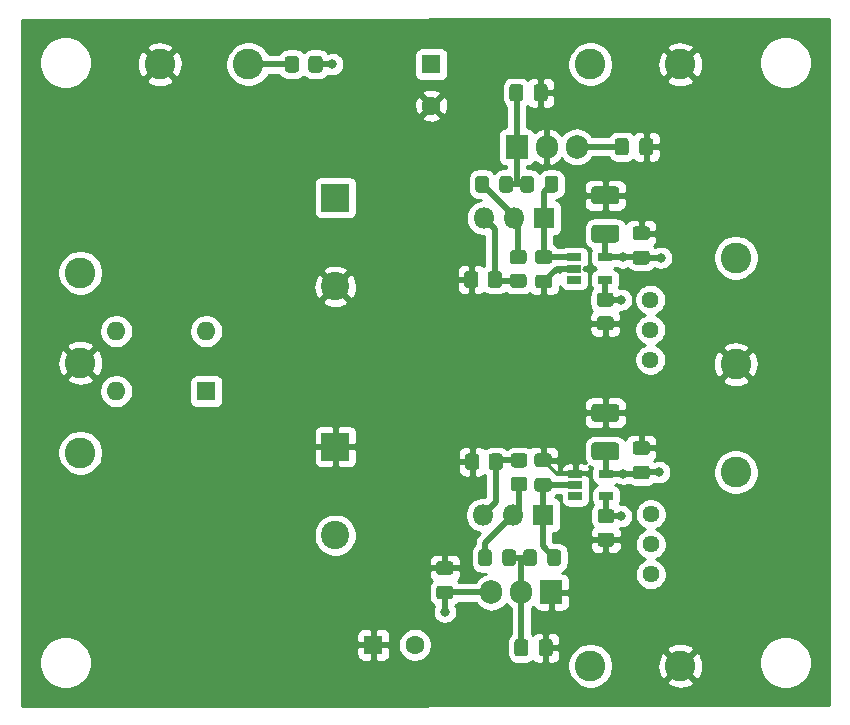
<source format=gbr>
G04 #@! TF.GenerationSoftware,KiCad,Pcbnew,(5.1.8-0-10_14)*
G04 #@! TF.CreationDate,2020-11-13T17:04:17+01:00*
G04 #@! TF.ProjectId,lv-lownoise-psu,6c762d6c-6f77-46e6-9f69-73652d707375,rev?*
G04 #@! TF.SameCoordinates,Original*
G04 #@! TF.FileFunction,Copper,L1,Top*
G04 #@! TF.FilePolarity,Positive*
%FSLAX46Y46*%
G04 Gerber Fmt 4.6, Leading zero omitted, Abs format (unit mm)*
G04 Created by KiCad (PCBNEW (5.1.8-0-10_14)) date 2020-11-13 17:04:17*
%MOMM*%
%LPD*%
G01*
G04 APERTURE LIST*
G04 #@! TA.AperFunction,ComponentPad*
%ADD10C,1.600000*%
G04 #@! TD*
G04 #@! TA.AperFunction,ComponentPad*
%ADD11R,1.600000X1.600000*%
G04 #@! TD*
G04 #@! TA.AperFunction,ComponentPad*
%ADD12C,2.400000*%
G04 #@! TD*
G04 #@! TA.AperFunction,ComponentPad*
%ADD13R,2.400000X2.400000*%
G04 #@! TD*
G04 #@! TA.AperFunction,ComponentPad*
%ADD14O,1.905000X2.000000*%
G04 #@! TD*
G04 #@! TA.AperFunction,ComponentPad*
%ADD15R,1.905000X2.000000*%
G04 #@! TD*
G04 #@! TA.AperFunction,ComponentPad*
%ADD16O,1.600000X1.600000*%
G04 #@! TD*
G04 #@! TA.AperFunction,ComponentPad*
%ADD17C,2.600000*%
G04 #@! TD*
G04 #@! TA.AperFunction,ComponentPad*
%ADD18O,1.800000X1.800000*%
G04 #@! TD*
G04 #@! TA.AperFunction,ComponentPad*
%ADD19R,1.800000X1.800000*%
G04 #@! TD*
G04 #@! TA.AperFunction,SMDPad,CuDef*
%ADD20R,1.220000X0.650000*%
G04 #@! TD*
G04 #@! TA.AperFunction,ComponentPad*
%ADD21C,1.440000*%
G04 #@! TD*
G04 #@! TA.AperFunction,ViaPad*
%ADD22C,0.800000*%
G04 #@! TD*
G04 #@! TA.AperFunction,ViaPad*
%ADD23C,0.600000*%
G04 #@! TD*
G04 #@! TA.AperFunction,Conductor*
%ADD24C,0.500000*%
G04 #@! TD*
G04 #@! TA.AperFunction,Conductor*
%ADD25C,0.250000*%
G04 #@! TD*
G04 #@! TA.AperFunction,Conductor*
%ADD26C,0.254000*%
G04 #@! TD*
G04 #@! TA.AperFunction,Conductor*
%ADD27C,0.100000*%
G04 #@! TD*
G04 APERTURE END LIST*
G04 #@! TA.AperFunction,SMDPad,CuDef*
G36*
G01*
X124761500Y-39845000D02*
X124761500Y-38895000D01*
G75*
G02*
X125011500Y-38645000I250000J0D01*
G01*
X125686500Y-38645000D01*
G75*
G02*
X125936500Y-38895000I0J-250000D01*
G01*
X125936500Y-39845000D01*
G75*
G02*
X125686500Y-40095000I-250000J0D01*
G01*
X125011500Y-40095000D01*
G75*
G02*
X124761500Y-39845000I0J250000D01*
G01*
G37*
G04 #@! TD.AperFunction*
G04 #@! TA.AperFunction,SMDPad,CuDef*
G36*
G01*
X122686500Y-39845000D02*
X122686500Y-38895000D01*
G75*
G02*
X122936500Y-38645000I250000J0D01*
G01*
X123611500Y-38645000D01*
G75*
G02*
X123861500Y-38895000I0J-250000D01*
G01*
X123861500Y-39845000D01*
G75*
G02*
X123611500Y-40095000I-250000J0D01*
G01*
X122936500Y-40095000D01*
G75*
G02*
X122686500Y-39845000I0J250000D01*
G01*
G37*
G04 #@! TD.AperFunction*
D10*
X114681000Y-86106000D03*
D11*
X111181000Y-86106000D03*
D10*
X116078000Y-40457000D03*
D11*
X116078000Y-36957000D03*
D12*
X107950000Y-76835000D03*
D13*
X107950000Y-69335000D03*
D12*
X107950000Y-55760000D03*
D13*
X107950000Y-48260000D03*
D14*
X121158000Y-81661000D03*
X123698000Y-81661000D03*
D15*
X126238000Y-81661000D03*
D14*
X128397000Y-43942000D03*
X125857000Y-43942000D03*
D15*
X123317000Y-43942000D03*
D11*
X97028000Y-64643000D03*
D16*
X89408000Y-59563000D03*
X97028000Y-59563000D03*
X89408000Y-64643000D03*
G04 #@! TA.AperFunction,SMDPad,CuDef*
G36*
G01*
X125017000Y-78289999D02*
X125017000Y-79190001D01*
G75*
G02*
X124767001Y-79440000I-249999J0D01*
G01*
X124116999Y-79440000D01*
G75*
G02*
X123867000Y-79190001I0J249999D01*
G01*
X123867000Y-78289999D01*
G75*
G02*
X124116999Y-78040000I249999J0D01*
G01*
X124767001Y-78040000D01*
G75*
G02*
X125017000Y-78289999I0J-249999D01*
G01*
G37*
G04 #@! TD.AperFunction*
G04 #@! TA.AperFunction,SMDPad,CuDef*
G36*
G01*
X127067000Y-78289999D02*
X127067000Y-79190001D01*
G75*
G02*
X126817001Y-79440000I-249999J0D01*
G01*
X126166999Y-79440000D01*
G75*
G02*
X125917000Y-79190001I0J249999D01*
G01*
X125917000Y-78289999D01*
G75*
G02*
X126166999Y-78040000I249999J0D01*
G01*
X126817001Y-78040000D01*
G75*
G02*
X127067000Y-78289999I0J-249999D01*
G01*
G37*
G04 #@! TD.AperFunction*
G04 #@! TA.AperFunction,SMDPad,CuDef*
G36*
G01*
X122107000Y-79190001D02*
X122107000Y-78289999D01*
G75*
G02*
X122356999Y-78040000I249999J0D01*
G01*
X123007001Y-78040000D01*
G75*
G02*
X123257000Y-78289999I0J-249999D01*
G01*
X123257000Y-79190001D01*
G75*
G02*
X123007001Y-79440000I-249999J0D01*
G01*
X122356999Y-79440000D01*
G75*
G02*
X122107000Y-79190001I0J249999D01*
G01*
G37*
G04 #@! TD.AperFunction*
G04 #@! TA.AperFunction,SMDPad,CuDef*
G36*
G01*
X120057000Y-79190001D02*
X120057000Y-78289999D01*
G75*
G02*
X120306999Y-78040000I249999J0D01*
G01*
X120957001Y-78040000D01*
G75*
G02*
X121207000Y-78289999I0J-249999D01*
G01*
X121207000Y-79190001D01*
G75*
G02*
X120957001Y-79440000I-249999J0D01*
G01*
X120306999Y-79440000D01*
G75*
G02*
X120057000Y-79190001I0J249999D01*
G01*
G37*
G04 #@! TD.AperFunction*
G04 #@! TA.AperFunction,SMDPad,CuDef*
G36*
G01*
X125681000Y-47567001D02*
X125681000Y-46666999D01*
G75*
G02*
X125930999Y-46417000I249999J0D01*
G01*
X126581001Y-46417000D01*
G75*
G02*
X126831000Y-46666999I0J-249999D01*
G01*
X126831000Y-47567001D01*
G75*
G02*
X126581001Y-47817000I-249999J0D01*
G01*
X125930999Y-47817000D01*
G75*
G02*
X125681000Y-47567001I0J249999D01*
G01*
G37*
G04 #@! TD.AperFunction*
G04 #@! TA.AperFunction,SMDPad,CuDef*
G36*
G01*
X123631000Y-47567001D02*
X123631000Y-46666999D01*
G75*
G02*
X123880999Y-46417000I249999J0D01*
G01*
X124531001Y-46417000D01*
G75*
G02*
X124781000Y-46666999I0J-249999D01*
G01*
X124781000Y-47567001D01*
G75*
G02*
X124531001Y-47817000I-249999J0D01*
G01*
X123880999Y-47817000D01*
G75*
G02*
X123631000Y-47567001I0J249999D01*
G01*
G37*
G04 #@! TD.AperFunction*
G04 #@! TA.AperFunction,SMDPad,CuDef*
G36*
G01*
X120953000Y-46666999D02*
X120953000Y-47567001D01*
G75*
G02*
X120703001Y-47817000I-249999J0D01*
G01*
X120052999Y-47817000D01*
G75*
G02*
X119803000Y-47567001I0J249999D01*
G01*
X119803000Y-46666999D01*
G75*
G02*
X120052999Y-46417000I249999J0D01*
G01*
X120703001Y-46417000D01*
G75*
G02*
X120953000Y-46666999I0J-249999D01*
G01*
G37*
G04 #@! TD.AperFunction*
G04 #@! TA.AperFunction,SMDPad,CuDef*
G36*
G01*
X123003000Y-46666999D02*
X123003000Y-47567001D01*
G75*
G02*
X122753001Y-47817000I-249999J0D01*
G01*
X122102999Y-47817000D01*
G75*
G02*
X121853000Y-47567001I0J249999D01*
G01*
X121853000Y-46666999D01*
G75*
G02*
X122102999Y-46417000I249999J0D01*
G01*
X122753001Y-46417000D01*
G75*
G02*
X123003000Y-46666999I0J-249999D01*
G01*
G37*
G04 #@! TD.AperFunction*
G04 #@! TA.AperFunction,SMDPad,CuDef*
G36*
G01*
X105683000Y-37407001D02*
X105683000Y-36506999D01*
G75*
G02*
X105932999Y-36257000I249999J0D01*
G01*
X106633001Y-36257000D01*
G75*
G02*
X106883000Y-36506999I0J-249999D01*
G01*
X106883000Y-37407001D01*
G75*
G02*
X106633001Y-37657000I-249999J0D01*
G01*
X105932999Y-37657000D01*
G75*
G02*
X105683000Y-37407001I0J249999D01*
G01*
G37*
G04 #@! TD.AperFunction*
G04 #@! TA.AperFunction,SMDPad,CuDef*
G36*
G01*
X103683000Y-37407001D02*
X103683000Y-36506999D01*
G75*
G02*
X103932999Y-36257000I249999J0D01*
G01*
X104633001Y-36257000D01*
G75*
G02*
X104883000Y-36506999I0J-249999D01*
G01*
X104883000Y-37407001D01*
G75*
G02*
X104633001Y-37657000I-249999J0D01*
G01*
X103932999Y-37657000D01*
G75*
G02*
X103683000Y-37407001I0J249999D01*
G01*
G37*
G04 #@! TD.AperFunction*
D17*
X129540000Y-87884000D03*
X137160000Y-87884000D03*
X93091000Y-36957000D03*
X100584000Y-36957000D03*
G04 #@! TA.AperFunction,SMDPad,CuDef*
G36*
G01*
X116746000Y-81095000D02*
X117696000Y-81095000D01*
G75*
G02*
X117946000Y-81345000I0J-250000D01*
G01*
X117946000Y-82020000D01*
G75*
G02*
X117696000Y-82270000I-250000J0D01*
G01*
X116746000Y-82270000D01*
G75*
G02*
X116496000Y-82020000I0J250000D01*
G01*
X116496000Y-81345000D01*
G75*
G02*
X116746000Y-81095000I250000J0D01*
G01*
G37*
G04 #@! TD.AperFunction*
G04 #@! TA.AperFunction,SMDPad,CuDef*
G36*
G01*
X116746000Y-79020000D02*
X117696000Y-79020000D01*
G75*
G02*
X117946000Y-79270000I0J-250000D01*
G01*
X117946000Y-79945000D01*
G75*
G02*
X117696000Y-80195000I-250000J0D01*
G01*
X116746000Y-80195000D01*
G75*
G02*
X116496000Y-79945000I0J250000D01*
G01*
X116496000Y-79270000D01*
G75*
G02*
X116746000Y-79020000I250000J0D01*
G01*
G37*
G04 #@! TD.AperFunction*
G04 #@! TA.AperFunction,SMDPad,CuDef*
G36*
G01*
X124285500Y-85885000D02*
X124285500Y-86835000D01*
G75*
G02*
X124035500Y-87085000I-250000J0D01*
G01*
X123360500Y-87085000D01*
G75*
G02*
X123110500Y-86835000I0J250000D01*
G01*
X123110500Y-85885000D01*
G75*
G02*
X123360500Y-85635000I250000J0D01*
G01*
X124035500Y-85635000D01*
G75*
G02*
X124285500Y-85885000I0J-250000D01*
G01*
G37*
G04 #@! TD.AperFunction*
G04 #@! TA.AperFunction,SMDPad,CuDef*
G36*
G01*
X126360500Y-85885000D02*
X126360500Y-86835000D01*
G75*
G02*
X126110500Y-87085000I-250000J0D01*
G01*
X125435500Y-87085000D01*
G75*
G02*
X125185500Y-86835000I0J250000D01*
G01*
X125185500Y-85885000D01*
G75*
G02*
X125435500Y-85635000I250000J0D01*
G01*
X126110500Y-85635000D01*
G75*
G02*
X126360500Y-85885000I0J-250000D01*
G01*
G37*
G04 #@! TD.AperFunction*
X137160000Y-36957000D03*
X129540000Y-36957000D03*
G04 #@! TA.AperFunction,SMDPad,CuDef*
G36*
G01*
X133694500Y-44417000D02*
X133694500Y-43467000D01*
G75*
G02*
X133944500Y-43217000I250000J0D01*
G01*
X134619500Y-43217000D01*
G75*
G02*
X134869500Y-43467000I0J-250000D01*
G01*
X134869500Y-44417000D01*
G75*
G02*
X134619500Y-44667000I-250000J0D01*
G01*
X133944500Y-44667000D01*
G75*
G02*
X133694500Y-44417000I0J250000D01*
G01*
G37*
G04 #@! TD.AperFunction*
G04 #@! TA.AperFunction,SMDPad,CuDef*
G36*
G01*
X131619500Y-44417000D02*
X131619500Y-43467000D01*
G75*
G02*
X131869500Y-43217000I250000J0D01*
G01*
X132544500Y-43217000D01*
G75*
G02*
X132794500Y-43467000I0J-250000D01*
G01*
X132794500Y-44417000D01*
G75*
G02*
X132544500Y-44667000I-250000J0D01*
G01*
X131869500Y-44667000D01*
G75*
G02*
X131619500Y-44417000I0J250000D01*
G01*
G37*
G04 #@! TD.AperFunction*
G04 #@! TA.AperFunction,SMDPad,CuDef*
G36*
G01*
X123057499Y-71901000D02*
X123957501Y-71901000D01*
G75*
G02*
X124207500Y-72150999I0J-249999D01*
G01*
X124207500Y-72851001D01*
G75*
G02*
X123957501Y-73101000I-249999J0D01*
G01*
X123057499Y-73101000D01*
G75*
G02*
X122807500Y-72851001I0J249999D01*
G01*
X122807500Y-72150999D01*
G75*
G02*
X123057499Y-71901000I249999J0D01*
G01*
G37*
G04 #@! TD.AperFunction*
G04 #@! TA.AperFunction,SMDPad,CuDef*
G36*
G01*
X123057499Y-69901000D02*
X123957501Y-69901000D01*
G75*
G02*
X124207500Y-70150999I0J-249999D01*
G01*
X124207500Y-70851001D01*
G75*
G02*
X123957501Y-71101000I-249999J0D01*
G01*
X123057499Y-71101000D01*
G75*
G02*
X122807500Y-70851001I0J249999D01*
G01*
X122807500Y-70150999D01*
G75*
G02*
X123057499Y-69901000I249999J0D01*
G01*
G37*
G04 #@! TD.AperFunction*
G04 #@! TA.AperFunction,SMDPad,CuDef*
G36*
G01*
X120939000Y-71062001D02*
X120939000Y-70161999D01*
G75*
G02*
X121188999Y-69912000I249999J0D01*
G01*
X121889001Y-69912000D01*
G75*
G02*
X122139000Y-70161999I0J-249999D01*
G01*
X122139000Y-71062001D01*
G75*
G02*
X121889001Y-71312000I-249999J0D01*
G01*
X121188999Y-71312000D01*
G75*
G02*
X120939000Y-71062001I0J249999D01*
G01*
G37*
G04 #@! TD.AperFunction*
G04 #@! TA.AperFunction,SMDPad,CuDef*
G36*
G01*
X118939000Y-71062001D02*
X118939000Y-70161999D01*
G75*
G02*
X119188999Y-69912000I249999J0D01*
G01*
X119889001Y-69912000D01*
G75*
G02*
X120139000Y-70161999I0J-249999D01*
G01*
X120139000Y-71062001D01*
G75*
G02*
X119889001Y-71312000I-249999J0D01*
G01*
X119188999Y-71312000D01*
G75*
G02*
X118939000Y-71062001I0J249999D01*
G01*
G37*
G04 #@! TD.AperFunction*
G04 #@! TA.AperFunction,SMDPad,CuDef*
G36*
G01*
X120059500Y-54731499D02*
X120059500Y-55631501D01*
G75*
G02*
X119809501Y-55881500I-249999J0D01*
G01*
X119109499Y-55881500D01*
G75*
G02*
X118859500Y-55631501I0J249999D01*
G01*
X118859500Y-54731499D01*
G75*
G02*
X119109499Y-54481500I249999J0D01*
G01*
X119809501Y-54481500D01*
G75*
G02*
X120059500Y-54731499I0J-249999D01*
G01*
G37*
G04 #@! TD.AperFunction*
G04 #@! TA.AperFunction,SMDPad,CuDef*
G36*
G01*
X122059500Y-54731499D02*
X122059500Y-55631501D01*
G75*
G02*
X121809501Y-55881500I-249999J0D01*
G01*
X121109499Y-55881500D01*
G75*
G02*
X120859500Y-55631501I0J249999D01*
G01*
X120859500Y-54731499D01*
G75*
G02*
X121109499Y-54481500I249999J0D01*
G01*
X121809501Y-54481500D01*
G75*
G02*
X122059500Y-54731499I0J-249999D01*
G01*
G37*
G04 #@! TD.AperFunction*
G04 #@! TA.AperFunction,SMDPad,CuDef*
G36*
G01*
X122993999Y-54692500D02*
X123894001Y-54692500D01*
G75*
G02*
X124144000Y-54942499I0J-249999D01*
G01*
X124144000Y-55642501D01*
G75*
G02*
X123894001Y-55892500I-249999J0D01*
G01*
X122993999Y-55892500D01*
G75*
G02*
X122744000Y-55642501I0J249999D01*
G01*
X122744000Y-54942499D01*
G75*
G02*
X122993999Y-54692500I249999J0D01*
G01*
G37*
G04 #@! TD.AperFunction*
G04 #@! TA.AperFunction,SMDPad,CuDef*
G36*
G01*
X122993999Y-52692500D02*
X123894001Y-52692500D01*
G75*
G02*
X124144000Y-52942499I0J-249999D01*
G01*
X124144000Y-53642501D01*
G75*
G02*
X123894001Y-53892500I-249999J0D01*
G01*
X122993999Y-53892500D01*
G75*
G02*
X122744000Y-53642501I0J249999D01*
G01*
X122744000Y-52942499D01*
G75*
G02*
X122993999Y-52692500I249999J0D01*
G01*
G37*
G04 #@! TD.AperFunction*
D18*
X120459500Y-75120500D03*
X122999500Y-75120500D03*
D19*
X125539500Y-75120500D03*
D18*
X120523000Y-49974500D03*
X123063000Y-49974500D03*
D19*
X125603000Y-49974500D03*
D20*
X130890000Y-71628000D03*
X130890000Y-73528000D03*
X128270000Y-73528000D03*
X128270000Y-72578000D03*
X128270000Y-71628000D03*
X130791001Y-53302001D03*
X130791001Y-55202001D03*
X128171001Y-55202001D03*
X128171001Y-54252001D03*
X128171001Y-53302001D03*
D21*
X134670800Y-80137000D03*
X134670800Y-77597000D03*
X134670800Y-75057000D03*
X134620000Y-61976000D03*
X134620000Y-59436000D03*
X134620000Y-56896000D03*
G04 #@! TA.AperFunction,SMDPad,CuDef*
G36*
G01*
X131310801Y-75809400D02*
X130410799Y-75809400D01*
G75*
G02*
X130160800Y-75559401I0J249999D01*
G01*
X130160800Y-74859399D01*
G75*
G02*
X130410799Y-74609400I249999J0D01*
G01*
X131310801Y-74609400D01*
G75*
G02*
X131560800Y-74859399I0J-249999D01*
G01*
X131560800Y-75559401D01*
G75*
G02*
X131310801Y-75809400I-249999J0D01*
G01*
G37*
G04 #@! TD.AperFunction*
G04 #@! TA.AperFunction,SMDPad,CuDef*
G36*
G01*
X131310801Y-77809400D02*
X130410799Y-77809400D01*
G75*
G02*
X130160800Y-77559401I0J249999D01*
G01*
X130160800Y-76859399D01*
G75*
G02*
X130410799Y-76609400I249999J0D01*
G01*
X131310801Y-76609400D01*
G75*
G02*
X131560800Y-76859399I0J-249999D01*
G01*
X131560800Y-77559401D01*
G75*
G02*
X131310801Y-77809400I-249999J0D01*
G01*
G37*
G04 #@! TD.AperFunction*
G04 #@! TA.AperFunction,SMDPad,CuDef*
G36*
G01*
X130359999Y-58296000D02*
X131260001Y-58296000D01*
G75*
G02*
X131510000Y-58545999I0J-249999D01*
G01*
X131510000Y-59246001D01*
G75*
G02*
X131260001Y-59496000I-249999J0D01*
G01*
X130359999Y-59496000D01*
G75*
G02*
X130110000Y-59246001I0J249999D01*
G01*
X130110000Y-58545999D01*
G75*
G02*
X130359999Y-58296000I249999J0D01*
G01*
G37*
G04 #@! TD.AperFunction*
G04 #@! TA.AperFunction,SMDPad,CuDef*
G36*
G01*
X130359999Y-56296000D02*
X131260001Y-56296000D01*
G75*
G02*
X131510000Y-56545999I0J-249999D01*
G01*
X131510000Y-57246001D01*
G75*
G02*
X131260001Y-57496000I-249999J0D01*
G01*
X130359999Y-57496000D01*
G75*
G02*
X130110000Y-57246001I0J249999D01*
G01*
X130110000Y-56545999D01*
G75*
G02*
X130359999Y-56296000I249999J0D01*
G01*
G37*
G04 #@! TD.AperFunction*
D17*
X141859000Y-71501000D03*
X141859000Y-62357000D03*
X141859000Y-53340000D03*
X86360000Y-54610000D03*
X86360000Y-62230000D03*
X86360000Y-69850000D03*
G04 #@! TA.AperFunction,SMDPad,CuDef*
G36*
G01*
X133383000Y-70935000D02*
X134333000Y-70935000D01*
G75*
G02*
X134583000Y-71185000I0J-250000D01*
G01*
X134583000Y-71860000D01*
G75*
G02*
X134333000Y-72110000I-250000J0D01*
G01*
X133383000Y-72110000D01*
G75*
G02*
X133133000Y-71860000I0J250000D01*
G01*
X133133000Y-71185000D01*
G75*
G02*
X133383000Y-70935000I250000J0D01*
G01*
G37*
G04 #@! TD.AperFunction*
G04 #@! TA.AperFunction,SMDPad,CuDef*
G36*
G01*
X133383000Y-68860000D02*
X134333000Y-68860000D01*
G75*
G02*
X134583000Y-69110000I0J-250000D01*
G01*
X134583000Y-69785000D01*
G75*
G02*
X134333000Y-70035000I-250000J0D01*
G01*
X133383000Y-70035000D01*
G75*
G02*
X133133000Y-69785000I0J250000D01*
G01*
X133133000Y-69110000D01*
G75*
G02*
X133383000Y-68860000I250000J0D01*
G01*
G37*
G04 #@! TD.AperFunction*
G04 #@! TA.AperFunction,SMDPad,CuDef*
G36*
G01*
X134333000Y-51852500D02*
X133383000Y-51852500D01*
G75*
G02*
X133133000Y-51602500I0J250000D01*
G01*
X133133000Y-50927500D01*
G75*
G02*
X133383000Y-50677500I250000J0D01*
G01*
X134333000Y-50677500D01*
G75*
G02*
X134583000Y-50927500I0J-250000D01*
G01*
X134583000Y-51602500D01*
G75*
G02*
X134333000Y-51852500I-250000J0D01*
G01*
G37*
G04 #@! TD.AperFunction*
G04 #@! TA.AperFunction,SMDPad,CuDef*
G36*
G01*
X134333000Y-53927500D02*
X133383000Y-53927500D01*
G75*
G02*
X133133000Y-53677500I0J250000D01*
G01*
X133133000Y-53002500D01*
G75*
G02*
X133383000Y-52752500I250000J0D01*
G01*
X134333000Y-52752500D01*
G75*
G02*
X134583000Y-53002500I0J-250000D01*
G01*
X134583000Y-53677500D01*
G75*
G02*
X134333000Y-53927500I-250000J0D01*
G01*
G37*
G04 #@! TD.AperFunction*
G04 #@! TA.AperFunction,SMDPad,CuDef*
G36*
G01*
X129885000Y-68973000D02*
X131735000Y-68973000D01*
G75*
G02*
X131985000Y-69223000I0J-250000D01*
G01*
X131985000Y-70223000D01*
G75*
G02*
X131735000Y-70473000I-250000J0D01*
G01*
X129885000Y-70473000D01*
G75*
G02*
X129635000Y-70223000I0J250000D01*
G01*
X129635000Y-69223000D01*
G75*
G02*
X129885000Y-68973000I250000J0D01*
G01*
G37*
G04 #@! TD.AperFunction*
G04 #@! TA.AperFunction,SMDPad,CuDef*
G36*
G01*
X129885000Y-65723000D02*
X131735000Y-65723000D01*
G75*
G02*
X131985000Y-65973000I0J-250000D01*
G01*
X131985000Y-66973000D01*
G75*
G02*
X131735000Y-67223000I-250000J0D01*
G01*
X129885000Y-67223000D01*
G75*
G02*
X129635000Y-66973000I0J250000D01*
G01*
X129635000Y-65973000D01*
G75*
G02*
X129885000Y-65723000I250000J0D01*
G01*
G37*
G04 #@! TD.AperFunction*
G04 #@! TA.AperFunction,SMDPad,CuDef*
G36*
G01*
X131735000Y-48808000D02*
X129885000Y-48808000D01*
G75*
G02*
X129635000Y-48558000I0J250000D01*
G01*
X129635000Y-47558000D01*
G75*
G02*
X129885000Y-47308000I250000J0D01*
G01*
X131735000Y-47308000D01*
G75*
G02*
X131985000Y-47558000I0J-250000D01*
G01*
X131985000Y-48558000D01*
G75*
G02*
X131735000Y-48808000I-250000J0D01*
G01*
G37*
G04 #@! TD.AperFunction*
G04 #@! TA.AperFunction,SMDPad,CuDef*
G36*
G01*
X131735000Y-52058000D02*
X129885000Y-52058000D01*
G75*
G02*
X129635000Y-51808000I0J250000D01*
G01*
X129635000Y-50808000D01*
G75*
G02*
X129885000Y-50558000I250000J0D01*
G01*
X131735000Y-50558000D01*
G75*
G02*
X131985000Y-50808000I0J-250000D01*
G01*
X131985000Y-51808000D01*
G75*
G02*
X131735000Y-52058000I-250000J0D01*
G01*
G37*
G04 #@! TD.AperFunction*
G04 #@! TA.AperFunction,SMDPad,CuDef*
G36*
G01*
X125064500Y-71972500D02*
X126014500Y-71972500D01*
G75*
G02*
X126264500Y-72222500I0J-250000D01*
G01*
X126264500Y-72897500D01*
G75*
G02*
X126014500Y-73147500I-250000J0D01*
G01*
X125064500Y-73147500D01*
G75*
G02*
X124814500Y-72897500I0J250000D01*
G01*
X124814500Y-72222500D01*
G75*
G02*
X125064500Y-71972500I250000J0D01*
G01*
G37*
G04 #@! TD.AperFunction*
G04 #@! TA.AperFunction,SMDPad,CuDef*
G36*
G01*
X125064500Y-69897500D02*
X126014500Y-69897500D01*
G75*
G02*
X126264500Y-70147500I0J-250000D01*
G01*
X126264500Y-70822500D01*
G75*
G02*
X126014500Y-71072500I-250000J0D01*
G01*
X125064500Y-71072500D01*
G75*
G02*
X124814500Y-70822500I0J250000D01*
G01*
X124814500Y-70147500D01*
G75*
G02*
X125064500Y-69897500I250000J0D01*
G01*
G37*
G04 #@! TD.AperFunction*
G04 #@! TA.AperFunction,SMDPad,CuDef*
G36*
G01*
X125128000Y-54764000D02*
X126078000Y-54764000D01*
G75*
G02*
X126328000Y-55014000I0J-250000D01*
G01*
X126328000Y-55689000D01*
G75*
G02*
X126078000Y-55939000I-250000J0D01*
G01*
X125128000Y-55939000D01*
G75*
G02*
X124878000Y-55689000I0J250000D01*
G01*
X124878000Y-55014000D01*
G75*
G02*
X125128000Y-54764000I250000J0D01*
G01*
G37*
G04 #@! TD.AperFunction*
G04 #@! TA.AperFunction,SMDPad,CuDef*
G36*
G01*
X125128000Y-52689000D02*
X126078000Y-52689000D01*
G75*
G02*
X126328000Y-52939000I0J-250000D01*
G01*
X126328000Y-53614000D01*
G75*
G02*
X126078000Y-53864000I-250000J0D01*
G01*
X125128000Y-53864000D01*
G75*
G02*
X124878000Y-53614000I0J250000D01*
G01*
X124878000Y-52939000D01*
G75*
G02*
X125128000Y-52689000I250000J0D01*
G01*
G37*
G04 #@! TD.AperFunction*
D22*
X132296001Y-53302001D03*
X135509000Y-53340000D03*
D23*
X130791001Y-53302001D03*
D22*
X135382000Y-71501000D03*
X132334000Y-71628000D03*
D23*
X130890000Y-71628000D03*
D22*
X132130800Y-56896000D03*
X132130800Y-75209400D03*
D23*
X128171001Y-55202001D03*
X128270000Y-73528000D03*
D22*
X107696000Y-36957000D03*
X117221000Y-83312000D03*
D24*
X126702499Y-54252001D02*
X125603000Y-55351500D01*
X128171001Y-54252001D02*
X126702499Y-54252001D01*
D25*
X126682500Y-71628000D02*
X125539500Y-70485000D01*
X128270000Y-71628000D02*
X126682500Y-71628000D01*
D24*
X123460000Y-53276500D02*
X123444000Y-53292500D01*
X123444000Y-50355500D02*
X123063000Y-49974500D01*
X123444000Y-53292500D02*
X123444000Y-50355500D01*
X123063000Y-49802000D02*
X120378000Y-47117000D01*
X123063000Y-49974500D02*
X123063000Y-49802000D01*
X133820001Y-53302001D02*
X133858000Y-53340000D01*
X130791001Y-51326999D02*
X130810000Y-51308000D01*
X130791001Y-53302001D02*
X130791001Y-51326999D01*
X132296001Y-53302001D02*
X133820001Y-53302001D01*
X130791001Y-53302001D02*
X132296001Y-53302001D01*
X133858000Y-53340000D02*
X135509000Y-53340000D01*
X130890000Y-69803000D02*
X130810000Y-69723000D01*
X130890000Y-71628000D02*
X130890000Y-69803000D01*
X133752500Y-71628000D02*
X133858000Y-71522500D01*
X135360500Y-71522500D02*
X135382000Y-71501000D01*
X133858000Y-71522500D02*
X135360500Y-71522500D01*
X132334000Y-71628000D02*
X133752500Y-71628000D01*
X130890000Y-71628000D02*
X132334000Y-71628000D01*
X130791001Y-56877001D02*
X130810000Y-56896000D01*
X130791001Y-55202001D02*
X130791001Y-56877001D01*
X130810000Y-56896000D02*
X132130800Y-56896000D01*
X130890000Y-75180200D02*
X130860800Y-75209400D01*
X130890000Y-73528000D02*
X130890000Y-75180200D01*
X130860800Y-75209400D02*
X132130800Y-75209400D01*
X128145500Y-53276500D02*
X128171001Y-53302001D01*
X125603000Y-53276500D02*
X128145500Y-53276500D01*
X125603000Y-49720500D02*
X125539500Y-49657000D01*
X125603000Y-53276500D02*
X125603000Y-49974500D01*
X125603000Y-47770000D02*
X126256000Y-47117000D01*
X125603000Y-49974500D02*
X125603000Y-47770000D01*
X125496500Y-72517000D02*
X125539500Y-72560000D01*
X128252000Y-72560000D02*
X128270000Y-72578000D01*
X125539500Y-72560000D02*
X128252000Y-72560000D01*
X125539500Y-75120500D02*
X125539500Y-72560000D01*
X125539500Y-77787500D02*
X126492000Y-78740000D01*
X125539500Y-75120500D02*
X125539500Y-77787500D01*
X121570500Y-55292500D02*
X121459500Y-55181500D01*
X123444000Y-55292500D02*
X121570500Y-55292500D01*
X121459500Y-50911000D02*
X120523000Y-49974500D01*
X121459500Y-55181500D02*
X121459500Y-50911000D01*
X121650000Y-70501000D02*
X121539000Y-70612000D01*
X121539000Y-74041000D02*
X120459500Y-75120500D01*
X121539000Y-70612000D02*
X121539000Y-74041000D01*
X123507500Y-70501000D02*
X121650000Y-70501000D01*
X106172000Y-36957000D02*
X106283000Y-36957000D01*
X106283000Y-36957000D02*
X107696000Y-36957000D01*
X132207000Y-43942000D02*
X128397000Y-43942000D01*
X123698000Y-78740000D02*
X122682000Y-78740000D01*
X124442000Y-78740000D02*
X123698000Y-78740000D01*
X123698000Y-81661000D02*
X123698000Y-78740000D01*
X123698000Y-86360000D02*
X123698000Y-81661000D01*
X117221000Y-83312000D02*
X117221000Y-81682500D01*
X121136500Y-81682500D02*
X121158000Y-81661000D01*
X117221000Y-81682500D02*
X121136500Y-81682500D01*
X104283000Y-36957000D02*
X100584000Y-36957000D01*
X123317000Y-47117000D02*
X124206000Y-47117000D01*
X122428000Y-47117000D02*
X123317000Y-47117000D01*
X123317000Y-43942000D02*
X123317000Y-47117000D01*
X123317000Y-39413000D02*
X123274000Y-39370000D01*
X123317000Y-43942000D02*
X123317000Y-39413000D01*
X123566500Y-72560000D02*
X123507500Y-72501000D01*
X123507500Y-74612500D02*
X122999500Y-75120500D01*
X123507500Y-72501000D02*
X123507500Y-74612500D01*
X120632000Y-77488000D02*
X122999500Y-75120500D01*
X120632000Y-78740000D02*
X120632000Y-77488000D01*
D26*
X149733000Y-91233772D02*
X81407000Y-91312853D01*
X81407000Y-87409872D01*
X82855000Y-87409872D01*
X82855000Y-87850128D01*
X82940890Y-88281925D01*
X83109369Y-88688669D01*
X83353962Y-89054729D01*
X83665271Y-89366038D01*
X84031331Y-89610631D01*
X84438075Y-89779110D01*
X84869872Y-89865000D01*
X85310128Y-89865000D01*
X85741925Y-89779110D01*
X86148669Y-89610631D01*
X86514729Y-89366038D01*
X86826038Y-89054729D01*
X87070631Y-88688669D01*
X87239110Y-88281925D01*
X87325000Y-87850128D01*
X87325000Y-87409872D01*
X87239110Y-86978075D01*
X87209256Y-86906000D01*
X109742928Y-86906000D01*
X109755188Y-87030482D01*
X109791498Y-87150180D01*
X109850463Y-87260494D01*
X109929815Y-87357185D01*
X110026506Y-87436537D01*
X110136820Y-87495502D01*
X110256518Y-87531812D01*
X110381000Y-87544072D01*
X110895250Y-87541000D01*
X111054000Y-87382250D01*
X111054000Y-86233000D01*
X111308000Y-86233000D01*
X111308000Y-87382250D01*
X111466750Y-87541000D01*
X111981000Y-87544072D01*
X112105482Y-87531812D01*
X112225180Y-87495502D01*
X112335494Y-87436537D01*
X112432185Y-87357185D01*
X112511537Y-87260494D01*
X112570502Y-87150180D01*
X112606812Y-87030482D01*
X112619072Y-86906000D01*
X112616000Y-86391750D01*
X112457250Y-86233000D01*
X111308000Y-86233000D01*
X111054000Y-86233000D01*
X109904750Y-86233000D01*
X109746000Y-86391750D01*
X109742928Y-86906000D01*
X87209256Y-86906000D01*
X87070631Y-86571331D01*
X86826038Y-86205271D01*
X86514729Y-85893962D01*
X86148669Y-85649369D01*
X85741925Y-85480890D01*
X85310128Y-85395000D01*
X84869872Y-85395000D01*
X84438075Y-85480890D01*
X84031331Y-85649369D01*
X83665271Y-85893962D01*
X83353962Y-86205271D01*
X83109369Y-86571331D01*
X82940890Y-86978075D01*
X82855000Y-87409872D01*
X81407000Y-87409872D01*
X81407000Y-85306000D01*
X109742928Y-85306000D01*
X109746000Y-85820250D01*
X109904750Y-85979000D01*
X111054000Y-85979000D01*
X111054000Y-84829750D01*
X111308000Y-84829750D01*
X111308000Y-85979000D01*
X112457250Y-85979000D01*
X112471585Y-85964665D01*
X113246000Y-85964665D01*
X113246000Y-86247335D01*
X113301147Y-86524574D01*
X113409320Y-86785727D01*
X113566363Y-87020759D01*
X113766241Y-87220637D01*
X114001273Y-87377680D01*
X114262426Y-87485853D01*
X114539665Y-87541000D01*
X114822335Y-87541000D01*
X115099574Y-87485853D01*
X115360727Y-87377680D01*
X115595759Y-87220637D01*
X115795637Y-87020759D01*
X115952680Y-86785727D01*
X116060853Y-86524574D01*
X116116000Y-86247335D01*
X116116000Y-85964665D01*
X116060853Y-85687426D01*
X115952680Y-85426273D01*
X115795637Y-85191241D01*
X115595759Y-84991363D01*
X115360727Y-84834320D01*
X115099574Y-84726147D01*
X114822335Y-84671000D01*
X114539665Y-84671000D01*
X114262426Y-84726147D01*
X114001273Y-84834320D01*
X113766241Y-84991363D01*
X113566363Y-85191241D01*
X113409320Y-85426273D01*
X113301147Y-85687426D01*
X113246000Y-85964665D01*
X112471585Y-85964665D01*
X112616000Y-85820250D01*
X112619072Y-85306000D01*
X112606812Y-85181518D01*
X112570502Y-85061820D01*
X112511537Y-84951506D01*
X112432185Y-84854815D01*
X112335494Y-84775463D01*
X112225180Y-84716498D01*
X112105482Y-84680188D01*
X111981000Y-84667928D01*
X111466750Y-84671000D01*
X111308000Y-84829750D01*
X111054000Y-84829750D01*
X110895250Y-84671000D01*
X110381000Y-84667928D01*
X110256518Y-84680188D01*
X110136820Y-84716498D01*
X110026506Y-84775463D01*
X109929815Y-84854815D01*
X109850463Y-84951506D01*
X109791498Y-85061820D01*
X109755188Y-85181518D01*
X109742928Y-85306000D01*
X81407000Y-85306000D01*
X81407000Y-80195000D01*
X115857928Y-80195000D01*
X115870188Y-80319482D01*
X115906498Y-80439180D01*
X115965463Y-80549494D01*
X116044815Y-80646185D01*
X116124594Y-80711658D01*
X116118038Y-80717038D01*
X116007595Y-80851614D01*
X115925528Y-81005150D01*
X115874992Y-81171746D01*
X115857928Y-81345000D01*
X115857928Y-82020000D01*
X115874992Y-82193254D01*
X115925528Y-82359850D01*
X116007595Y-82513386D01*
X116118038Y-82647962D01*
X116252614Y-82758405D01*
X116321510Y-82795231D01*
X116303795Y-82821744D01*
X116225774Y-83010102D01*
X116186000Y-83210061D01*
X116186000Y-83413939D01*
X116225774Y-83613898D01*
X116303795Y-83802256D01*
X116417063Y-83971774D01*
X116561226Y-84115937D01*
X116730744Y-84229205D01*
X116919102Y-84307226D01*
X117119061Y-84347000D01*
X117322939Y-84347000D01*
X117522898Y-84307226D01*
X117711256Y-84229205D01*
X117880774Y-84115937D01*
X118024937Y-83971774D01*
X118138205Y-83802256D01*
X118216226Y-83613898D01*
X118256000Y-83413939D01*
X118256000Y-83210061D01*
X118216226Y-83010102D01*
X118138205Y-82821744D01*
X118120490Y-82795231D01*
X118189386Y-82758405D01*
X118323962Y-82647962D01*
X118389995Y-82567500D01*
X119817098Y-82567500D01*
X119831655Y-82594734D01*
X120030037Y-82836463D01*
X120271765Y-83034845D01*
X120547551Y-83182255D01*
X120846796Y-83273030D01*
X121158000Y-83303681D01*
X121469203Y-83273030D01*
X121768448Y-83182255D01*
X122044234Y-83034845D01*
X122285963Y-82836463D01*
X122428000Y-82663391D01*
X122570037Y-82836463D01*
X122811765Y-83034845D01*
X122813001Y-83035505D01*
X122813000Y-85191005D01*
X122732538Y-85257038D01*
X122622095Y-85391614D01*
X122540028Y-85545150D01*
X122489492Y-85711746D01*
X122472428Y-85885000D01*
X122472428Y-86835000D01*
X122489492Y-87008254D01*
X122540028Y-87174850D01*
X122622095Y-87328386D01*
X122732538Y-87462962D01*
X122867114Y-87573405D01*
X123020650Y-87655472D01*
X123187246Y-87706008D01*
X123360500Y-87723072D01*
X124035500Y-87723072D01*
X124208754Y-87706008D01*
X124375350Y-87655472D01*
X124528886Y-87573405D01*
X124663462Y-87462962D01*
X124668842Y-87456406D01*
X124734315Y-87536185D01*
X124831006Y-87615537D01*
X124941320Y-87674502D01*
X125061018Y-87710812D01*
X125185500Y-87723072D01*
X125487250Y-87720000D01*
X125646000Y-87561250D01*
X125646000Y-86487000D01*
X125900000Y-86487000D01*
X125900000Y-87561250D01*
X126058750Y-87720000D01*
X126360500Y-87723072D01*
X126484982Y-87710812D01*
X126542319Y-87693419D01*
X127605000Y-87693419D01*
X127605000Y-88074581D01*
X127679361Y-88448419D01*
X127825225Y-88800566D01*
X128036987Y-89117491D01*
X128306509Y-89387013D01*
X128623434Y-89598775D01*
X128975581Y-89744639D01*
X129349419Y-89819000D01*
X129730581Y-89819000D01*
X130104419Y-89744639D01*
X130456566Y-89598775D01*
X130773491Y-89387013D01*
X130927280Y-89233224D01*
X135990381Y-89233224D01*
X136122317Y-89528312D01*
X136463045Y-89699159D01*
X136830557Y-89800250D01*
X137210729Y-89827701D01*
X137588951Y-89780457D01*
X137950690Y-89660333D01*
X138197683Y-89528312D01*
X138329619Y-89233224D01*
X137160000Y-88063605D01*
X135990381Y-89233224D01*
X130927280Y-89233224D01*
X131043013Y-89117491D01*
X131254775Y-88800566D01*
X131400639Y-88448419D01*
X131475000Y-88074581D01*
X131475000Y-87934729D01*
X135216299Y-87934729D01*
X135263543Y-88312951D01*
X135383667Y-88674690D01*
X135515688Y-88921683D01*
X135810776Y-89053619D01*
X136980395Y-87884000D01*
X137339605Y-87884000D01*
X138509224Y-89053619D01*
X138804312Y-88921683D01*
X138975159Y-88580955D01*
X139076250Y-88213443D01*
X139103701Y-87833271D01*
X139056457Y-87455049D01*
X139041455Y-87409872D01*
X143815000Y-87409872D01*
X143815000Y-87850128D01*
X143900890Y-88281925D01*
X144069369Y-88688669D01*
X144313962Y-89054729D01*
X144625271Y-89366038D01*
X144991331Y-89610631D01*
X145398075Y-89779110D01*
X145829872Y-89865000D01*
X146270128Y-89865000D01*
X146701925Y-89779110D01*
X147108669Y-89610631D01*
X147474729Y-89366038D01*
X147786038Y-89054729D01*
X148030631Y-88688669D01*
X148199110Y-88281925D01*
X148285000Y-87850128D01*
X148285000Y-87409872D01*
X148199110Y-86978075D01*
X148030631Y-86571331D01*
X147786038Y-86205271D01*
X147474729Y-85893962D01*
X147108669Y-85649369D01*
X146701925Y-85480890D01*
X146270128Y-85395000D01*
X145829872Y-85395000D01*
X145398075Y-85480890D01*
X144991331Y-85649369D01*
X144625271Y-85893962D01*
X144313962Y-86205271D01*
X144069369Y-86571331D01*
X143900890Y-86978075D01*
X143815000Y-87409872D01*
X139041455Y-87409872D01*
X138936333Y-87093310D01*
X138804312Y-86846317D01*
X138509224Y-86714381D01*
X137339605Y-87884000D01*
X136980395Y-87884000D01*
X135810776Y-86714381D01*
X135515688Y-86846317D01*
X135344841Y-87187045D01*
X135243750Y-87554557D01*
X135216299Y-87934729D01*
X131475000Y-87934729D01*
X131475000Y-87693419D01*
X131400639Y-87319581D01*
X131254775Y-86967434D01*
X131043013Y-86650509D01*
X130927280Y-86534776D01*
X135990381Y-86534776D01*
X137160000Y-87704395D01*
X138329619Y-86534776D01*
X138197683Y-86239688D01*
X137856955Y-86068841D01*
X137489443Y-85967750D01*
X137109271Y-85940299D01*
X136731049Y-85987543D01*
X136369310Y-86107667D01*
X136122317Y-86239688D01*
X135990381Y-86534776D01*
X130927280Y-86534776D01*
X130773491Y-86380987D01*
X130456566Y-86169225D01*
X130104419Y-86023361D01*
X129730581Y-85949000D01*
X129349419Y-85949000D01*
X128975581Y-86023361D01*
X128623434Y-86169225D01*
X128306509Y-86380987D01*
X128036987Y-86650509D01*
X127825225Y-86967434D01*
X127679361Y-87319581D01*
X127605000Y-87693419D01*
X126542319Y-87693419D01*
X126604680Y-87674502D01*
X126714994Y-87615537D01*
X126811685Y-87536185D01*
X126891037Y-87439494D01*
X126950002Y-87329180D01*
X126986312Y-87209482D01*
X126998572Y-87085000D01*
X126995500Y-86645750D01*
X126836750Y-86487000D01*
X125900000Y-86487000D01*
X125646000Y-86487000D01*
X125626000Y-86487000D01*
X125626000Y-86233000D01*
X125646000Y-86233000D01*
X125646000Y-85158750D01*
X125900000Y-85158750D01*
X125900000Y-86233000D01*
X126836750Y-86233000D01*
X126995500Y-86074250D01*
X126998572Y-85635000D01*
X126986312Y-85510518D01*
X126950002Y-85390820D01*
X126891037Y-85280506D01*
X126811685Y-85183815D01*
X126714994Y-85104463D01*
X126604680Y-85045498D01*
X126484982Y-85009188D01*
X126360500Y-84996928D01*
X126058750Y-85000000D01*
X125900000Y-85158750D01*
X125646000Y-85158750D01*
X125487250Y-85000000D01*
X125185500Y-84996928D01*
X125061018Y-85009188D01*
X124941320Y-85045498D01*
X124831006Y-85104463D01*
X124734315Y-85183815D01*
X124668842Y-85263594D01*
X124663462Y-85257038D01*
X124583000Y-85191005D01*
X124583000Y-83035505D01*
X124584234Y-83034845D01*
X124710095Y-82931553D01*
X124754963Y-83015494D01*
X124834315Y-83112185D01*
X124931006Y-83191537D01*
X125041320Y-83250502D01*
X125161018Y-83286812D01*
X125285500Y-83299072D01*
X125952250Y-83296000D01*
X126111000Y-83137250D01*
X126111000Y-81788000D01*
X126365000Y-81788000D01*
X126365000Y-83137250D01*
X126523750Y-83296000D01*
X127190500Y-83299072D01*
X127314982Y-83286812D01*
X127434680Y-83250502D01*
X127544994Y-83191537D01*
X127641685Y-83112185D01*
X127721037Y-83015494D01*
X127780002Y-82905180D01*
X127816312Y-82785482D01*
X127828572Y-82661000D01*
X127825500Y-81946750D01*
X127666750Y-81788000D01*
X126365000Y-81788000D01*
X126111000Y-81788000D01*
X126091000Y-81788000D01*
X126091000Y-81534000D01*
X126111000Y-81534000D01*
X126111000Y-81514000D01*
X126365000Y-81514000D01*
X126365000Y-81534000D01*
X127666750Y-81534000D01*
X127825500Y-81375250D01*
X127828572Y-80661000D01*
X127816312Y-80536518D01*
X127780002Y-80416820D01*
X127721037Y-80306506D01*
X127641685Y-80209815D01*
X127544994Y-80130463D01*
X127434680Y-80071498D01*
X127314982Y-80035188D01*
X127190500Y-80022928D01*
X127114637Y-80023278D01*
X127156851Y-80010472D01*
X127310387Y-79928405D01*
X127444962Y-79817962D01*
X127555405Y-79683387D01*
X127637472Y-79529851D01*
X127688008Y-79363255D01*
X127705072Y-79190001D01*
X127705072Y-78289999D01*
X127688008Y-78116745D01*
X127637472Y-77950149D01*
X127562240Y-77809400D01*
X129522728Y-77809400D01*
X129534988Y-77933882D01*
X129571298Y-78053580D01*
X129630263Y-78163894D01*
X129709615Y-78260585D01*
X129806306Y-78339937D01*
X129916620Y-78398902D01*
X130036318Y-78435212D01*
X130160800Y-78447472D01*
X130575050Y-78444400D01*
X130733800Y-78285650D01*
X130733800Y-77336400D01*
X130987800Y-77336400D01*
X130987800Y-78285650D01*
X131146550Y-78444400D01*
X131560800Y-78447472D01*
X131685282Y-78435212D01*
X131804980Y-78398902D01*
X131915294Y-78339937D01*
X132011985Y-78260585D01*
X132091337Y-78163894D01*
X132150302Y-78053580D01*
X132186612Y-77933882D01*
X132198872Y-77809400D01*
X132195800Y-77495150D01*
X132037050Y-77336400D01*
X130987800Y-77336400D01*
X130733800Y-77336400D01*
X129684550Y-77336400D01*
X129525800Y-77495150D01*
X129522728Y-77809400D01*
X127562240Y-77809400D01*
X127555405Y-77796613D01*
X127444962Y-77662038D01*
X127310387Y-77551595D01*
X127156851Y-77469528D01*
X126990255Y-77418992D01*
X126817001Y-77401928D01*
X126424500Y-77401928D01*
X126424500Y-76658572D01*
X126439500Y-76658572D01*
X126563982Y-76646312D01*
X126683680Y-76610002D01*
X126793994Y-76551037D01*
X126890685Y-76471685D01*
X126970037Y-76374994D01*
X127029002Y-76264680D01*
X127065312Y-76144982D01*
X127077572Y-76020500D01*
X127077572Y-74220500D01*
X127065312Y-74096018D01*
X127029002Y-73976320D01*
X126970037Y-73866006D01*
X126890685Y-73769315D01*
X126793994Y-73689963D01*
X126683680Y-73630998D01*
X126563982Y-73594688D01*
X126558739Y-73594172D01*
X126642462Y-73525462D01*
X126708495Y-73445000D01*
X127021928Y-73445000D01*
X127021928Y-73853000D01*
X127034188Y-73977482D01*
X127070498Y-74097180D01*
X127129463Y-74207494D01*
X127208815Y-74304185D01*
X127305506Y-74383537D01*
X127415820Y-74442502D01*
X127535518Y-74478812D01*
X127660000Y-74491072D01*
X128880000Y-74491072D01*
X129004482Y-74478812D01*
X129124180Y-74442502D01*
X129234494Y-74383537D01*
X129331185Y-74304185D01*
X129410537Y-74207494D01*
X129469502Y-74097180D01*
X129505812Y-73977482D01*
X129518072Y-73853000D01*
X129518072Y-73203000D01*
X129505812Y-73078518D01*
X129498071Y-73053000D01*
X129505812Y-73027482D01*
X129518072Y-72903000D01*
X129518072Y-72253000D01*
X129505812Y-72128518D01*
X129498071Y-72103000D01*
X129505812Y-72077482D01*
X129518072Y-71953000D01*
X129515000Y-71913750D01*
X129356250Y-71755000D01*
X129274141Y-71755000D01*
X129234494Y-71722463D01*
X129124180Y-71663498D01*
X129004482Y-71627188D01*
X128880000Y-71614928D01*
X127660000Y-71614928D01*
X127535518Y-71627188D01*
X127415820Y-71663498D01*
X127394302Y-71675000D01*
X126708495Y-71675000D01*
X126642462Y-71594538D01*
X126635906Y-71589158D01*
X126715685Y-71523685D01*
X126795037Y-71426994D01*
X126854002Y-71316680D01*
X126858151Y-71303000D01*
X127021928Y-71303000D01*
X127025000Y-71342250D01*
X127183750Y-71501000D01*
X128143000Y-71501000D01*
X128143000Y-70826750D01*
X128397000Y-70826750D01*
X128397000Y-71501000D01*
X129356250Y-71501000D01*
X129515000Y-71342250D01*
X129518072Y-71303000D01*
X129505812Y-71178518D01*
X129469502Y-71058820D01*
X129427759Y-70980725D01*
X129545150Y-71043472D01*
X129682514Y-71085141D01*
X129654188Y-71178518D01*
X129641928Y-71303000D01*
X129641928Y-71953000D01*
X129654188Y-72077482D01*
X129690498Y-72197180D01*
X129749463Y-72307494D01*
X129828815Y-72404185D01*
X129925506Y-72483537D01*
X130035820Y-72542502D01*
X130152841Y-72578000D01*
X130035820Y-72613498D01*
X129925506Y-72672463D01*
X129828815Y-72751815D01*
X129749463Y-72848506D01*
X129690498Y-72958820D01*
X129654188Y-73078518D01*
X129641928Y-73203000D01*
X129641928Y-73853000D01*
X129654188Y-73977482D01*
X129690498Y-74097180D01*
X129749463Y-74207494D01*
X129775976Y-74239800D01*
X129672395Y-74366013D01*
X129590328Y-74519549D01*
X129539792Y-74686145D01*
X129522728Y-74859399D01*
X129522728Y-75559401D01*
X129539792Y-75732655D01*
X129590328Y-75899251D01*
X129672395Y-76052787D01*
X129739076Y-76134037D01*
X129709615Y-76158215D01*
X129630263Y-76254906D01*
X129571298Y-76365220D01*
X129534988Y-76484918D01*
X129522728Y-76609400D01*
X129525800Y-76923650D01*
X129684550Y-77082400D01*
X130733800Y-77082400D01*
X130733800Y-77062400D01*
X130987800Y-77062400D01*
X130987800Y-77082400D01*
X132037050Y-77082400D01*
X132195800Y-76923650D01*
X132198872Y-76609400D01*
X132186612Y-76484918D01*
X132150302Y-76365220D01*
X132091337Y-76254906D01*
X132082715Y-76244400D01*
X132232739Y-76244400D01*
X132432698Y-76204626D01*
X132621056Y-76126605D01*
X132790574Y-76013337D01*
X132934737Y-75869174D01*
X133048005Y-75699656D01*
X133126026Y-75511298D01*
X133165800Y-75311339D01*
X133165800Y-75107461D01*
X133129217Y-74923544D01*
X133315800Y-74923544D01*
X133315800Y-75190456D01*
X133367872Y-75452239D01*
X133470015Y-75698833D01*
X133618303Y-75920762D01*
X133807038Y-76109497D01*
X134028967Y-76257785D01*
X134196066Y-76327000D01*
X134028967Y-76396215D01*
X133807038Y-76544503D01*
X133618303Y-76733238D01*
X133470015Y-76955167D01*
X133367872Y-77201761D01*
X133315800Y-77463544D01*
X133315800Y-77730456D01*
X133367872Y-77992239D01*
X133470015Y-78238833D01*
X133618303Y-78460762D01*
X133807038Y-78649497D01*
X134028967Y-78797785D01*
X134196066Y-78867000D01*
X134028967Y-78936215D01*
X133807038Y-79084503D01*
X133618303Y-79273238D01*
X133470015Y-79495167D01*
X133367872Y-79741761D01*
X133315800Y-80003544D01*
X133315800Y-80270456D01*
X133367872Y-80532239D01*
X133470015Y-80778833D01*
X133618303Y-81000762D01*
X133807038Y-81189497D01*
X134028967Y-81337785D01*
X134275561Y-81439928D01*
X134537344Y-81492000D01*
X134804256Y-81492000D01*
X135066039Y-81439928D01*
X135312633Y-81337785D01*
X135534562Y-81189497D01*
X135723297Y-81000762D01*
X135871585Y-80778833D01*
X135973728Y-80532239D01*
X136025800Y-80270456D01*
X136025800Y-80003544D01*
X135973728Y-79741761D01*
X135871585Y-79495167D01*
X135723297Y-79273238D01*
X135534562Y-79084503D01*
X135312633Y-78936215D01*
X135145534Y-78867000D01*
X135312633Y-78797785D01*
X135534562Y-78649497D01*
X135723297Y-78460762D01*
X135871585Y-78238833D01*
X135973728Y-77992239D01*
X136025800Y-77730456D01*
X136025800Y-77463544D01*
X135973728Y-77201761D01*
X135871585Y-76955167D01*
X135723297Y-76733238D01*
X135534562Y-76544503D01*
X135312633Y-76396215D01*
X135145534Y-76327000D01*
X135312633Y-76257785D01*
X135534562Y-76109497D01*
X135723297Y-75920762D01*
X135871585Y-75698833D01*
X135973728Y-75452239D01*
X136025800Y-75190456D01*
X136025800Y-74923544D01*
X135973728Y-74661761D01*
X135871585Y-74415167D01*
X135723297Y-74193238D01*
X135534562Y-74004503D01*
X135312633Y-73856215D01*
X135066039Y-73754072D01*
X134804256Y-73702000D01*
X134537344Y-73702000D01*
X134275561Y-73754072D01*
X134028967Y-73856215D01*
X133807038Y-74004503D01*
X133618303Y-74193238D01*
X133470015Y-74415167D01*
X133367872Y-74661761D01*
X133315800Y-74923544D01*
X133129217Y-74923544D01*
X133126026Y-74907502D01*
X133048005Y-74719144D01*
X132934737Y-74549626D01*
X132790574Y-74405463D01*
X132621056Y-74292195D01*
X132432698Y-74214174D01*
X132232739Y-74174400D01*
X132048226Y-74174400D01*
X132089502Y-74097180D01*
X132125812Y-73977482D01*
X132138072Y-73853000D01*
X132138072Y-73203000D01*
X132125812Y-73078518D01*
X132089502Y-72958820D01*
X132030537Y-72848506D01*
X131951185Y-72751815D01*
X131854494Y-72672463D01*
X131744180Y-72613498D01*
X131627159Y-72578000D01*
X131744180Y-72542502D01*
X131797247Y-72514137D01*
X131843744Y-72545205D01*
X132032102Y-72623226D01*
X132232061Y-72663000D01*
X132435939Y-72663000D01*
X132635898Y-72623226D01*
X132824256Y-72545205D01*
X132824550Y-72545009D01*
X132889614Y-72598405D01*
X133043150Y-72680472D01*
X133209746Y-72731008D01*
X133383000Y-72748072D01*
X134333000Y-72748072D01*
X134506254Y-72731008D01*
X134672850Y-72680472D01*
X134826386Y-72598405D01*
X134960962Y-72487962D01*
X134986126Y-72457300D01*
X135080102Y-72496226D01*
X135280061Y-72536000D01*
X135483939Y-72536000D01*
X135683898Y-72496226D01*
X135872256Y-72418205D01*
X136041774Y-72304937D01*
X136185937Y-72160774D01*
X136299205Y-71991256D01*
X136377226Y-71802898D01*
X136417000Y-71602939D01*
X136417000Y-71399061D01*
X136399369Y-71310419D01*
X139924000Y-71310419D01*
X139924000Y-71691581D01*
X139998361Y-72065419D01*
X140144225Y-72417566D01*
X140355987Y-72734491D01*
X140625509Y-73004013D01*
X140942434Y-73215775D01*
X141294581Y-73361639D01*
X141668419Y-73436000D01*
X142049581Y-73436000D01*
X142423419Y-73361639D01*
X142775566Y-73215775D01*
X143092491Y-73004013D01*
X143362013Y-72734491D01*
X143573775Y-72417566D01*
X143719639Y-72065419D01*
X143794000Y-71691581D01*
X143794000Y-71310419D01*
X143719639Y-70936581D01*
X143573775Y-70584434D01*
X143362013Y-70267509D01*
X143092491Y-69997987D01*
X142775566Y-69786225D01*
X142423419Y-69640361D01*
X142049581Y-69566000D01*
X141668419Y-69566000D01*
X141294581Y-69640361D01*
X140942434Y-69786225D01*
X140625509Y-69997987D01*
X140355987Y-70267509D01*
X140144225Y-70584434D01*
X139998361Y-70936581D01*
X139924000Y-71310419D01*
X136399369Y-71310419D01*
X136377226Y-71199102D01*
X136299205Y-71010744D01*
X136185937Y-70841226D01*
X136041774Y-70697063D01*
X135872256Y-70583795D01*
X135683898Y-70505774D01*
X135483939Y-70466000D01*
X135280061Y-70466000D01*
X135080102Y-70505774D01*
X134959412Y-70555766D01*
X134954406Y-70551658D01*
X135034185Y-70486185D01*
X135113537Y-70389494D01*
X135172502Y-70279180D01*
X135208812Y-70159482D01*
X135221072Y-70035000D01*
X135218000Y-69733250D01*
X135059250Y-69574500D01*
X133985000Y-69574500D01*
X133985000Y-69594500D01*
X133731000Y-69594500D01*
X133731000Y-69574500D01*
X133711000Y-69574500D01*
X133711000Y-69320500D01*
X133731000Y-69320500D01*
X133731000Y-68383750D01*
X133985000Y-68383750D01*
X133985000Y-69320500D01*
X135059250Y-69320500D01*
X135218000Y-69161750D01*
X135221072Y-68860000D01*
X135208812Y-68735518D01*
X135172502Y-68615820D01*
X135113537Y-68505506D01*
X135034185Y-68408815D01*
X134937494Y-68329463D01*
X134827180Y-68270498D01*
X134707482Y-68234188D01*
X134583000Y-68221928D01*
X134143750Y-68225000D01*
X133985000Y-68383750D01*
X133731000Y-68383750D01*
X133572250Y-68225000D01*
X133133000Y-68221928D01*
X133008518Y-68234188D01*
X132888820Y-68270498D01*
X132778506Y-68329463D01*
X132681815Y-68408815D01*
X132602463Y-68505506D01*
X132543498Y-68615820D01*
X132507188Y-68735518D01*
X132502423Y-68783902D01*
X132473405Y-68729614D01*
X132362962Y-68595038D01*
X132228386Y-68484595D01*
X132074850Y-68402528D01*
X131908254Y-68351992D01*
X131735000Y-68334928D01*
X129885000Y-68334928D01*
X129711746Y-68351992D01*
X129545150Y-68402528D01*
X129391614Y-68484595D01*
X129257038Y-68595038D01*
X129146595Y-68729614D01*
X129064528Y-68883150D01*
X129013992Y-69049746D01*
X128996928Y-69223000D01*
X128996928Y-70223000D01*
X129013992Y-70396254D01*
X129064528Y-70562850D01*
X129146595Y-70716386D01*
X129159889Y-70732585D01*
X129124180Y-70713498D01*
X129004482Y-70677188D01*
X128880000Y-70664928D01*
X128555750Y-70668000D01*
X128397000Y-70826750D01*
X128143000Y-70826750D01*
X127984250Y-70668000D01*
X127660000Y-70664928D01*
X127535518Y-70677188D01*
X127415820Y-70713498D01*
X127305506Y-70772463D01*
X127208815Y-70851815D01*
X127129463Y-70948506D01*
X127070498Y-71058820D01*
X127034188Y-71178518D01*
X127021928Y-71303000D01*
X126858151Y-71303000D01*
X126890312Y-71196982D01*
X126902572Y-71072500D01*
X126899500Y-70770750D01*
X126740750Y-70612000D01*
X125666500Y-70612000D01*
X125666500Y-70632000D01*
X125412500Y-70632000D01*
X125412500Y-70612000D01*
X125392500Y-70612000D01*
X125392500Y-70358000D01*
X125412500Y-70358000D01*
X125412500Y-69421250D01*
X125666500Y-69421250D01*
X125666500Y-70358000D01*
X126740750Y-70358000D01*
X126899500Y-70199250D01*
X126902572Y-69897500D01*
X126890312Y-69773018D01*
X126854002Y-69653320D01*
X126795037Y-69543006D01*
X126715685Y-69446315D01*
X126618994Y-69366963D01*
X126508680Y-69307998D01*
X126388982Y-69271688D01*
X126264500Y-69259428D01*
X125825250Y-69262500D01*
X125666500Y-69421250D01*
X125412500Y-69421250D01*
X125253750Y-69262500D01*
X124814500Y-69259428D01*
X124690018Y-69271688D01*
X124570320Y-69307998D01*
X124460006Y-69366963D01*
X124422737Y-69397549D01*
X124297351Y-69330528D01*
X124130755Y-69279992D01*
X123957501Y-69262928D01*
X123057499Y-69262928D01*
X122884245Y-69279992D01*
X122717649Y-69330528D01*
X122564113Y-69412595D01*
X122466548Y-69492664D01*
X122382387Y-69423595D01*
X122228851Y-69341528D01*
X122062255Y-69290992D01*
X121889001Y-69273928D01*
X121188999Y-69273928D01*
X121015745Y-69290992D01*
X120849149Y-69341528D01*
X120695613Y-69423595D01*
X120614363Y-69490276D01*
X120590185Y-69460815D01*
X120493494Y-69381463D01*
X120383180Y-69322498D01*
X120263482Y-69286188D01*
X120139000Y-69273928D01*
X119824750Y-69277000D01*
X119666000Y-69435750D01*
X119666000Y-70485000D01*
X119686000Y-70485000D01*
X119686000Y-70739000D01*
X119666000Y-70739000D01*
X119666000Y-71788250D01*
X119824750Y-71947000D01*
X120139000Y-71950072D01*
X120263482Y-71937812D01*
X120383180Y-71901502D01*
X120493494Y-71842537D01*
X120590185Y-71763185D01*
X120614363Y-71733724D01*
X120654000Y-71766254D01*
X120654001Y-73594116D01*
X120610684Y-73585500D01*
X120308316Y-73585500D01*
X120011757Y-73644489D01*
X119732405Y-73760201D01*
X119480995Y-73928188D01*
X119267188Y-74141995D01*
X119099201Y-74393405D01*
X118983489Y-74672757D01*
X118924500Y-74969316D01*
X118924500Y-75271684D01*
X118983489Y-75568243D01*
X119099201Y-75847595D01*
X119267188Y-76099005D01*
X119480995Y-76312812D01*
X119732405Y-76480799D01*
X120011757Y-76596511D01*
X120228749Y-76639673D01*
X120036951Y-76831471D01*
X120003184Y-76859183D01*
X119975471Y-76892951D01*
X119975468Y-76892954D01*
X119892590Y-76993941D01*
X119810412Y-77147687D01*
X119759805Y-77314510D01*
X119742719Y-77488000D01*
X119747001Y-77531478D01*
X119747001Y-77606262D01*
X119679038Y-77662038D01*
X119568595Y-77796613D01*
X119486528Y-77950149D01*
X119435992Y-78116745D01*
X119418928Y-78289999D01*
X119418928Y-79190001D01*
X119435992Y-79363255D01*
X119486528Y-79529851D01*
X119568595Y-79683387D01*
X119679038Y-79817962D01*
X119813613Y-79928405D01*
X119967149Y-80010472D01*
X120133745Y-80061008D01*
X120306999Y-80078072D01*
X120750861Y-80078072D01*
X120547552Y-80139745D01*
X120271766Y-80287155D01*
X120030037Y-80485537D01*
X119831655Y-80727265D01*
X119794114Y-80797500D01*
X118389995Y-80797500D01*
X118323962Y-80717038D01*
X118317406Y-80711658D01*
X118397185Y-80646185D01*
X118476537Y-80549494D01*
X118535502Y-80439180D01*
X118571812Y-80319482D01*
X118584072Y-80195000D01*
X118581000Y-79893250D01*
X118422250Y-79734500D01*
X117348000Y-79734500D01*
X117348000Y-79754500D01*
X117094000Y-79754500D01*
X117094000Y-79734500D01*
X116019750Y-79734500D01*
X115861000Y-79893250D01*
X115857928Y-80195000D01*
X81407000Y-80195000D01*
X81407000Y-79020000D01*
X115857928Y-79020000D01*
X115861000Y-79321750D01*
X116019750Y-79480500D01*
X117094000Y-79480500D01*
X117094000Y-78543750D01*
X117348000Y-78543750D01*
X117348000Y-79480500D01*
X118422250Y-79480500D01*
X118581000Y-79321750D01*
X118584072Y-79020000D01*
X118571812Y-78895518D01*
X118535502Y-78775820D01*
X118476537Y-78665506D01*
X118397185Y-78568815D01*
X118300494Y-78489463D01*
X118190180Y-78430498D01*
X118070482Y-78394188D01*
X117946000Y-78381928D01*
X117506750Y-78385000D01*
X117348000Y-78543750D01*
X117094000Y-78543750D01*
X116935250Y-78385000D01*
X116496000Y-78381928D01*
X116371518Y-78394188D01*
X116251820Y-78430498D01*
X116141506Y-78489463D01*
X116044815Y-78568815D01*
X115965463Y-78665506D01*
X115906498Y-78775820D01*
X115870188Y-78895518D01*
X115857928Y-79020000D01*
X81407000Y-79020000D01*
X81407000Y-76654268D01*
X106115000Y-76654268D01*
X106115000Y-77015732D01*
X106185518Y-77370250D01*
X106323844Y-77704199D01*
X106524662Y-78004744D01*
X106780256Y-78260338D01*
X107080801Y-78461156D01*
X107414750Y-78599482D01*
X107769268Y-78670000D01*
X108130732Y-78670000D01*
X108485250Y-78599482D01*
X108819199Y-78461156D01*
X109119744Y-78260338D01*
X109375338Y-78004744D01*
X109576156Y-77704199D01*
X109714482Y-77370250D01*
X109785000Y-77015732D01*
X109785000Y-76654268D01*
X109714482Y-76299750D01*
X109576156Y-75965801D01*
X109375338Y-75665256D01*
X109119744Y-75409662D01*
X108819199Y-75208844D01*
X108485250Y-75070518D01*
X108130732Y-75000000D01*
X107769268Y-75000000D01*
X107414750Y-75070518D01*
X107080801Y-75208844D01*
X106780256Y-75409662D01*
X106524662Y-75665256D01*
X106323844Y-75965801D01*
X106185518Y-76299750D01*
X106115000Y-76654268D01*
X81407000Y-76654268D01*
X81407000Y-69659419D01*
X84425000Y-69659419D01*
X84425000Y-70040581D01*
X84499361Y-70414419D01*
X84645225Y-70766566D01*
X84856987Y-71083491D01*
X85126509Y-71353013D01*
X85443434Y-71564775D01*
X85795581Y-71710639D01*
X86169419Y-71785000D01*
X86550581Y-71785000D01*
X86924419Y-71710639D01*
X87276566Y-71564775D01*
X87593491Y-71353013D01*
X87634504Y-71312000D01*
X118300928Y-71312000D01*
X118313188Y-71436482D01*
X118349498Y-71556180D01*
X118408463Y-71666494D01*
X118487815Y-71763185D01*
X118584506Y-71842537D01*
X118694820Y-71901502D01*
X118814518Y-71937812D01*
X118939000Y-71950072D01*
X119253250Y-71947000D01*
X119412000Y-71788250D01*
X119412000Y-70739000D01*
X118462750Y-70739000D01*
X118304000Y-70897750D01*
X118300928Y-71312000D01*
X87634504Y-71312000D01*
X87863013Y-71083491D01*
X88074775Y-70766566D01*
X88170692Y-70535000D01*
X106111928Y-70535000D01*
X106124188Y-70659482D01*
X106160498Y-70779180D01*
X106219463Y-70889494D01*
X106298815Y-70986185D01*
X106395506Y-71065537D01*
X106505820Y-71124502D01*
X106625518Y-71160812D01*
X106750000Y-71173072D01*
X107664250Y-71170000D01*
X107823000Y-71011250D01*
X107823000Y-69462000D01*
X108077000Y-69462000D01*
X108077000Y-71011250D01*
X108235750Y-71170000D01*
X109150000Y-71173072D01*
X109274482Y-71160812D01*
X109394180Y-71124502D01*
X109504494Y-71065537D01*
X109601185Y-70986185D01*
X109680537Y-70889494D01*
X109739502Y-70779180D01*
X109775812Y-70659482D01*
X109788072Y-70535000D01*
X109785979Y-69912000D01*
X118300928Y-69912000D01*
X118304000Y-70326250D01*
X118462750Y-70485000D01*
X119412000Y-70485000D01*
X119412000Y-69435750D01*
X119253250Y-69277000D01*
X118939000Y-69273928D01*
X118814518Y-69286188D01*
X118694820Y-69322498D01*
X118584506Y-69381463D01*
X118487815Y-69460815D01*
X118408463Y-69557506D01*
X118349498Y-69667820D01*
X118313188Y-69787518D01*
X118300928Y-69912000D01*
X109785979Y-69912000D01*
X109785000Y-69620750D01*
X109626250Y-69462000D01*
X108077000Y-69462000D01*
X107823000Y-69462000D01*
X106273750Y-69462000D01*
X106115000Y-69620750D01*
X106111928Y-70535000D01*
X88170692Y-70535000D01*
X88220639Y-70414419D01*
X88295000Y-70040581D01*
X88295000Y-69659419D01*
X88220639Y-69285581D01*
X88074775Y-68933434D01*
X87863013Y-68616509D01*
X87593491Y-68346987D01*
X87276566Y-68135225D01*
X87276023Y-68135000D01*
X106111928Y-68135000D01*
X106115000Y-69049250D01*
X106273750Y-69208000D01*
X107823000Y-69208000D01*
X107823000Y-67658750D01*
X108077000Y-67658750D01*
X108077000Y-69208000D01*
X109626250Y-69208000D01*
X109785000Y-69049250D01*
X109788072Y-68135000D01*
X109775812Y-68010518D01*
X109739502Y-67890820D01*
X109680537Y-67780506D01*
X109601185Y-67683815D01*
X109504494Y-67604463D01*
X109394180Y-67545498D01*
X109274482Y-67509188D01*
X109150000Y-67496928D01*
X108235750Y-67500000D01*
X108077000Y-67658750D01*
X107823000Y-67658750D01*
X107664250Y-67500000D01*
X106750000Y-67496928D01*
X106625518Y-67509188D01*
X106505820Y-67545498D01*
X106395506Y-67604463D01*
X106298815Y-67683815D01*
X106219463Y-67780506D01*
X106160498Y-67890820D01*
X106124188Y-68010518D01*
X106111928Y-68135000D01*
X87276023Y-68135000D01*
X86924419Y-67989361D01*
X86550581Y-67915000D01*
X86169419Y-67915000D01*
X85795581Y-67989361D01*
X85443434Y-68135225D01*
X85126509Y-68346987D01*
X84856987Y-68616509D01*
X84645225Y-68933434D01*
X84499361Y-69285581D01*
X84425000Y-69659419D01*
X81407000Y-69659419D01*
X81407000Y-67223000D01*
X128996928Y-67223000D01*
X129009188Y-67347482D01*
X129045498Y-67467180D01*
X129104463Y-67577494D01*
X129183815Y-67674185D01*
X129280506Y-67753537D01*
X129390820Y-67812502D01*
X129510518Y-67848812D01*
X129635000Y-67861072D01*
X130524250Y-67858000D01*
X130683000Y-67699250D01*
X130683000Y-66600000D01*
X130937000Y-66600000D01*
X130937000Y-67699250D01*
X131095750Y-67858000D01*
X131985000Y-67861072D01*
X132109482Y-67848812D01*
X132229180Y-67812502D01*
X132339494Y-67753537D01*
X132436185Y-67674185D01*
X132515537Y-67577494D01*
X132574502Y-67467180D01*
X132610812Y-67347482D01*
X132623072Y-67223000D01*
X132620000Y-66758750D01*
X132461250Y-66600000D01*
X130937000Y-66600000D01*
X130683000Y-66600000D01*
X129158750Y-66600000D01*
X129000000Y-66758750D01*
X128996928Y-67223000D01*
X81407000Y-67223000D01*
X81407000Y-64501665D01*
X87973000Y-64501665D01*
X87973000Y-64784335D01*
X88028147Y-65061574D01*
X88136320Y-65322727D01*
X88293363Y-65557759D01*
X88493241Y-65757637D01*
X88728273Y-65914680D01*
X88989426Y-66022853D01*
X89266665Y-66078000D01*
X89549335Y-66078000D01*
X89826574Y-66022853D01*
X90087727Y-65914680D01*
X90322759Y-65757637D01*
X90522637Y-65557759D01*
X90679680Y-65322727D01*
X90787853Y-65061574D01*
X90843000Y-64784335D01*
X90843000Y-64501665D01*
X90787853Y-64224426D01*
X90679680Y-63963273D01*
X90599317Y-63843000D01*
X95589928Y-63843000D01*
X95589928Y-65443000D01*
X95602188Y-65567482D01*
X95638498Y-65687180D01*
X95697463Y-65797494D01*
X95776815Y-65894185D01*
X95873506Y-65973537D01*
X95983820Y-66032502D01*
X96103518Y-66068812D01*
X96228000Y-66081072D01*
X97828000Y-66081072D01*
X97952482Y-66068812D01*
X98072180Y-66032502D01*
X98182494Y-65973537D01*
X98279185Y-65894185D01*
X98358537Y-65797494D01*
X98398355Y-65723000D01*
X128996928Y-65723000D01*
X129000000Y-66187250D01*
X129158750Y-66346000D01*
X130683000Y-66346000D01*
X130683000Y-65246750D01*
X130937000Y-65246750D01*
X130937000Y-66346000D01*
X132461250Y-66346000D01*
X132620000Y-66187250D01*
X132623072Y-65723000D01*
X132610812Y-65598518D01*
X132574502Y-65478820D01*
X132515537Y-65368506D01*
X132436185Y-65271815D01*
X132339494Y-65192463D01*
X132229180Y-65133498D01*
X132109482Y-65097188D01*
X131985000Y-65084928D01*
X131095750Y-65088000D01*
X130937000Y-65246750D01*
X130683000Y-65246750D01*
X130524250Y-65088000D01*
X129635000Y-65084928D01*
X129510518Y-65097188D01*
X129390820Y-65133498D01*
X129280506Y-65192463D01*
X129183815Y-65271815D01*
X129104463Y-65368506D01*
X129045498Y-65478820D01*
X129009188Y-65598518D01*
X128996928Y-65723000D01*
X98398355Y-65723000D01*
X98417502Y-65687180D01*
X98453812Y-65567482D01*
X98466072Y-65443000D01*
X98466072Y-63843000D01*
X98453812Y-63718518D01*
X98450083Y-63706224D01*
X140689381Y-63706224D01*
X140821317Y-64001312D01*
X141162045Y-64172159D01*
X141529557Y-64273250D01*
X141909729Y-64300701D01*
X142287951Y-64253457D01*
X142649690Y-64133333D01*
X142896683Y-64001312D01*
X143028619Y-63706224D01*
X141859000Y-62536605D01*
X140689381Y-63706224D01*
X98450083Y-63706224D01*
X98417502Y-63598820D01*
X98358537Y-63488506D01*
X98279185Y-63391815D01*
X98182494Y-63312463D01*
X98072180Y-63253498D01*
X97952482Y-63217188D01*
X97828000Y-63204928D01*
X96228000Y-63204928D01*
X96103518Y-63217188D01*
X95983820Y-63253498D01*
X95873506Y-63312463D01*
X95776815Y-63391815D01*
X95697463Y-63488506D01*
X95638498Y-63598820D01*
X95602188Y-63718518D01*
X95589928Y-63843000D01*
X90599317Y-63843000D01*
X90522637Y-63728241D01*
X90322759Y-63528363D01*
X90087727Y-63371320D01*
X89826574Y-63263147D01*
X89549335Y-63208000D01*
X89266665Y-63208000D01*
X88989426Y-63263147D01*
X88728273Y-63371320D01*
X88493241Y-63528363D01*
X88293363Y-63728241D01*
X88136320Y-63963273D01*
X88028147Y-64224426D01*
X87973000Y-64501665D01*
X81407000Y-64501665D01*
X81407000Y-63579224D01*
X85190381Y-63579224D01*
X85322317Y-63874312D01*
X85663045Y-64045159D01*
X86030557Y-64146250D01*
X86410729Y-64173701D01*
X86788951Y-64126457D01*
X87150690Y-64006333D01*
X87397683Y-63874312D01*
X87529619Y-63579224D01*
X86360000Y-62409605D01*
X85190381Y-63579224D01*
X81407000Y-63579224D01*
X81407000Y-62280729D01*
X84416299Y-62280729D01*
X84463543Y-62658951D01*
X84583667Y-63020690D01*
X84715688Y-63267683D01*
X85010776Y-63399619D01*
X86180395Y-62230000D01*
X86539605Y-62230000D01*
X87709224Y-63399619D01*
X88004312Y-63267683D01*
X88175159Y-62926955D01*
X88276250Y-62559443D01*
X88303701Y-62179271D01*
X88256457Y-61801049D01*
X88136333Y-61439310D01*
X88004312Y-61192317D01*
X87709224Y-61060381D01*
X86539605Y-62230000D01*
X86180395Y-62230000D01*
X85010776Y-61060381D01*
X84715688Y-61192317D01*
X84544841Y-61533045D01*
X84443750Y-61900557D01*
X84416299Y-62280729D01*
X81407000Y-62280729D01*
X81407000Y-60880776D01*
X85190381Y-60880776D01*
X86360000Y-62050395D01*
X87529619Y-60880776D01*
X87397683Y-60585688D01*
X87056955Y-60414841D01*
X86689443Y-60313750D01*
X86309271Y-60286299D01*
X85931049Y-60333543D01*
X85569310Y-60453667D01*
X85322317Y-60585688D01*
X85190381Y-60880776D01*
X81407000Y-60880776D01*
X81407000Y-59421665D01*
X87973000Y-59421665D01*
X87973000Y-59704335D01*
X88028147Y-59981574D01*
X88136320Y-60242727D01*
X88293363Y-60477759D01*
X88493241Y-60677637D01*
X88728273Y-60834680D01*
X88989426Y-60942853D01*
X89266665Y-60998000D01*
X89549335Y-60998000D01*
X89826574Y-60942853D01*
X90087727Y-60834680D01*
X90322759Y-60677637D01*
X90522637Y-60477759D01*
X90679680Y-60242727D01*
X90787853Y-59981574D01*
X90843000Y-59704335D01*
X90843000Y-59421665D01*
X95593000Y-59421665D01*
X95593000Y-59704335D01*
X95648147Y-59981574D01*
X95756320Y-60242727D01*
X95913363Y-60477759D01*
X96113241Y-60677637D01*
X96348273Y-60834680D01*
X96609426Y-60942853D01*
X96886665Y-60998000D01*
X97169335Y-60998000D01*
X97446574Y-60942853D01*
X97707727Y-60834680D01*
X97942759Y-60677637D01*
X98142637Y-60477759D01*
X98299680Y-60242727D01*
X98407853Y-59981574D01*
X98463000Y-59704335D01*
X98463000Y-59496000D01*
X129471928Y-59496000D01*
X129484188Y-59620482D01*
X129520498Y-59740180D01*
X129579463Y-59850494D01*
X129658815Y-59947185D01*
X129755506Y-60026537D01*
X129865820Y-60085502D01*
X129985518Y-60121812D01*
X130110000Y-60134072D01*
X130524250Y-60131000D01*
X130683000Y-59972250D01*
X130683000Y-59023000D01*
X130937000Y-59023000D01*
X130937000Y-59972250D01*
X131095750Y-60131000D01*
X131510000Y-60134072D01*
X131634482Y-60121812D01*
X131754180Y-60085502D01*
X131864494Y-60026537D01*
X131961185Y-59947185D01*
X132040537Y-59850494D01*
X132099502Y-59740180D01*
X132135812Y-59620482D01*
X132148072Y-59496000D01*
X132145000Y-59181750D01*
X131986250Y-59023000D01*
X130937000Y-59023000D01*
X130683000Y-59023000D01*
X129633750Y-59023000D01*
X129475000Y-59181750D01*
X129471928Y-59496000D01*
X98463000Y-59496000D01*
X98463000Y-59421665D01*
X98407853Y-59144426D01*
X98299680Y-58883273D01*
X98142637Y-58648241D01*
X97942759Y-58448363D01*
X97707727Y-58291320D01*
X97446574Y-58183147D01*
X97169335Y-58128000D01*
X96886665Y-58128000D01*
X96609426Y-58183147D01*
X96348273Y-58291320D01*
X96113241Y-58448363D01*
X95913363Y-58648241D01*
X95756320Y-58883273D01*
X95648147Y-59144426D01*
X95593000Y-59421665D01*
X90843000Y-59421665D01*
X90787853Y-59144426D01*
X90679680Y-58883273D01*
X90522637Y-58648241D01*
X90322759Y-58448363D01*
X90087727Y-58291320D01*
X89826574Y-58183147D01*
X89549335Y-58128000D01*
X89266665Y-58128000D01*
X88989426Y-58183147D01*
X88728273Y-58291320D01*
X88493241Y-58448363D01*
X88293363Y-58648241D01*
X88136320Y-58883273D01*
X88028147Y-59144426D01*
X87973000Y-59421665D01*
X81407000Y-59421665D01*
X81407000Y-57037980D01*
X106851626Y-57037980D01*
X106971514Y-57322836D01*
X107295210Y-57483699D01*
X107644069Y-57578322D01*
X108004684Y-57603067D01*
X108363198Y-57556985D01*
X108705833Y-57441846D01*
X108928486Y-57322836D01*
X109048374Y-57037980D01*
X107950000Y-55939605D01*
X106851626Y-57037980D01*
X81407000Y-57037980D01*
X81407000Y-54419419D01*
X84425000Y-54419419D01*
X84425000Y-54800581D01*
X84499361Y-55174419D01*
X84645225Y-55526566D01*
X84856987Y-55843491D01*
X85126509Y-56113013D01*
X85443434Y-56324775D01*
X85795581Y-56470639D01*
X86169419Y-56545000D01*
X86550581Y-56545000D01*
X86924419Y-56470639D01*
X87276566Y-56324775D01*
X87593491Y-56113013D01*
X87863013Y-55843491D01*
X87882261Y-55814684D01*
X106106933Y-55814684D01*
X106153015Y-56173198D01*
X106268154Y-56515833D01*
X106387164Y-56738486D01*
X106672020Y-56858374D01*
X107770395Y-55760000D01*
X108129605Y-55760000D01*
X109227980Y-56858374D01*
X109512836Y-56738486D01*
X109673699Y-56414790D01*
X109768322Y-56065931D01*
X109780977Y-55881500D01*
X118221428Y-55881500D01*
X118233688Y-56005982D01*
X118269998Y-56125680D01*
X118328963Y-56235994D01*
X118408315Y-56332685D01*
X118505006Y-56412037D01*
X118615320Y-56471002D01*
X118735018Y-56507312D01*
X118859500Y-56519572D01*
X119173750Y-56516500D01*
X119332500Y-56357750D01*
X119332500Y-55308500D01*
X118383250Y-55308500D01*
X118224500Y-55467250D01*
X118221428Y-55881500D01*
X109780977Y-55881500D01*
X109793067Y-55705316D01*
X109746985Y-55346802D01*
X109631846Y-55004167D01*
X109512836Y-54781514D01*
X109227980Y-54661626D01*
X108129605Y-55760000D01*
X107770395Y-55760000D01*
X106672020Y-54661626D01*
X106387164Y-54781514D01*
X106226301Y-55105210D01*
X106131678Y-55454069D01*
X106106933Y-55814684D01*
X87882261Y-55814684D01*
X88074775Y-55526566D01*
X88220639Y-55174419D01*
X88295000Y-54800581D01*
X88295000Y-54482020D01*
X106851626Y-54482020D01*
X107950000Y-55580395D01*
X109048374Y-54482020D01*
X109048156Y-54481500D01*
X118221428Y-54481500D01*
X118224500Y-54895750D01*
X118383250Y-55054500D01*
X119332500Y-55054500D01*
X119332500Y-54005250D01*
X119173750Y-53846500D01*
X118859500Y-53843428D01*
X118735018Y-53855688D01*
X118615320Y-53891998D01*
X118505006Y-53950963D01*
X118408315Y-54030315D01*
X118328963Y-54127006D01*
X118269998Y-54237320D01*
X118233688Y-54357018D01*
X118221428Y-54481500D01*
X109048156Y-54481500D01*
X108928486Y-54197164D01*
X108604790Y-54036301D01*
X108255931Y-53941678D01*
X107895316Y-53916933D01*
X107536802Y-53963015D01*
X107194167Y-54078154D01*
X106971514Y-54197164D01*
X106851626Y-54482020D01*
X88295000Y-54482020D01*
X88295000Y-54419419D01*
X88220639Y-54045581D01*
X88074775Y-53693434D01*
X87863013Y-53376509D01*
X87593491Y-53106987D01*
X87276566Y-52895225D01*
X86924419Y-52749361D01*
X86550581Y-52675000D01*
X86169419Y-52675000D01*
X85795581Y-52749361D01*
X85443434Y-52895225D01*
X85126509Y-53106987D01*
X84856987Y-53376509D01*
X84645225Y-53693434D01*
X84499361Y-54045581D01*
X84425000Y-54419419D01*
X81407000Y-54419419D01*
X81407000Y-47060000D01*
X106111928Y-47060000D01*
X106111928Y-49460000D01*
X106124188Y-49584482D01*
X106160498Y-49704180D01*
X106219463Y-49814494D01*
X106298815Y-49911185D01*
X106395506Y-49990537D01*
X106505820Y-50049502D01*
X106625518Y-50085812D01*
X106750000Y-50098072D01*
X109150000Y-50098072D01*
X109274482Y-50085812D01*
X109394180Y-50049502D01*
X109504494Y-49990537D01*
X109601185Y-49911185D01*
X109673296Y-49823316D01*
X118988000Y-49823316D01*
X118988000Y-50125684D01*
X119046989Y-50422243D01*
X119162701Y-50701595D01*
X119330688Y-50953005D01*
X119544495Y-51166812D01*
X119795905Y-51334799D01*
X120075257Y-51450511D01*
X120371816Y-51509500D01*
X120574501Y-51509500D01*
X120574500Y-54027246D01*
X120534863Y-54059776D01*
X120510685Y-54030315D01*
X120413994Y-53950963D01*
X120303680Y-53891998D01*
X120183982Y-53855688D01*
X120059500Y-53843428D01*
X119745250Y-53846500D01*
X119586500Y-54005250D01*
X119586500Y-55054500D01*
X119606500Y-55054500D01*
X119606500Y-55308500D01*
X119586500Y-55308500D01*
X119586500Y-56357750D01*
X119745250Y-56516500D01*
X120059500Y-56519572D01*
X120183982Y-56507312D01*
X120303680Y-56471002D01*
X120413994Y-56412037D01*
X120510685Y-56332685D01*
X120534863Y-56303224D01*
X120616113Y-56369905D01*
X120769649Y-56451972D01*
X120936245Y-56502508D01*
X121109499Y-56519572D01*
X121809501Y-56519572D01*
X121982755Y-56502508D01*
X122149351Y-56451972D01*
X122302887Y-56369905D01*
X122395048Y-56294270D01*
X122500613Y-56380905D01*
X122654149Y-56462972D01*
X122820745Y-56513508D01*
X122993999Y-56530572D01*
X123894001Y-56530572D01*
X124067255Y-56513508D01*
X124233851Y-56462972D01*
X124387387Y-56380905D01*
X124406396Y-56365305D01*
X124426815Y-56390185D01*
X124523506Y-56469537D01*
X124633820Y-56528502D01*
X124753518Y-56564812D01*
X124878000Y-56577072D01*
X125317250Y-56574000D01*
X125476000Y-56415250D01*
X125476000Y-55478500D01*
X125456000Y-55478500D01*
X125456000Y-55224500D01*
X125476000Y-55224500D01*
X125476000Y-55204500D01*
X125730000Y-55204500D01*
X125730000Y-55224500D01*
X125750000Y-55224500D01*
X125750000Y-55478500D01*
X125730000Y-55478500D01*
X125730000Y-56415250D01*
X125888750Y-56574000D01*
X126328000Y-56577072D01*
X126452482Y-56564812D01*
X126572180Y-56528502D01*
X126682494Y-56469537D01*
X126779185Y-56390185D01*
X126858537Y-56293494D01*
X126917502Y-56183180D01*
X126953812Y-56063482D01*
X126966072Y-55939000D01*
X126964116Y-55746842D01*
X126971499Y-55771181D01*
X127030464Y-55881495D01*
X127109816Y-55978186D01*
X127206507Y-56057538D01*
X127316821Y-56116503D01*
X127436519Y-56152813D01*
X127561001Y-56165073D01*
X128781001Y-56165073D01*
X128905483Y-56152813D01*
X129025181Y-56116503D01*
X129135495Y-56057538D01*
X129232186Y-55978186D01*
X129311538Y-55881495D01*
X129370503Y-55771181D01*
X129406813Y-55651483D01*
X129419073Y-55527001D01*
X129419073Y-54877001D01*
X129406813Y-54752519D01*
X129399072Y-54727001D01*
X129406813Y-54701483D01*
X129419073Y-54577001D01*
X129416001Y-54537751D01*
X129257251Y-54379001D01*
X129175142Y-54379001D01*
X129135495Y-54346464D01*
X129025181Y-54287499D01*
X128908160Y-54252001D01*
X129025181Y-54216503D01*
X129135495Y-54157538D01*
X129175142Y-54125001D01*
X129257251Y-54125001D01*
X129416001Y-53966251D01*
X129419073Y-53927001D01*
X129406813Y-53802519D01*
X129399072Y-53777001D01*
X129406813Y-53751483D01*
X129419073Y-53627001D01*
X129419073Y-52977001D01*
X129406813Y-52852519D01*
X129370503Y-52732821D01*
X129311538Y-52622507D01*
X129232186Y-52525816D01*
X129135495Y-52446464D01*
X129025181Y-52387499D01*
X128905483Y-52351189D01*
X128781001Y-52338929D01*
X127561001Y-52338929D01*
X127436519Y-52351189D01*
X127316821Y-52387499D01*
X127309336Y-52391500D01*
X126771995Y-52391500D01*
X126705962Y-52311038D01*
X126571386Y-52200595D01*
X126488000Y-52156024D01*
X126488000Y-51512572D01*
X126503000Y-51512572D01*
X126627482Y-51500312D01*
X126747180Y-51464002D01*
X126857494Y-51405037D01*
X126954185Y-51325685D01*
X127033537Y-51228994D01*
X127092502Y-51118680D01*
X127128812Y-50998982D01*
X127141072Y-50874500D01*
X127141072Y-50808000D01*
X128996928Y-50808000D01*
X128996928Y-51808000D01*
X129013992Y-51981254D01*
X129064528Y-52147850D01*
X129146595Y-52301386D01*
X129257038Y-52435962D01*
X129391614Y-52546405D01*
X129545150Y-52628472D01*
X129633027Y-52655129D01*
X129591499Y-52732821D01*
X129555189Y-52852519D01*
X129542929Y-52977001D01*
X129542929Y-53627001D01*
X129555189Y-53751483D01*
X129591499Y-53871181D01*
X129650464Y-53981495D01*
X129729816Y-54078186D01*
X129826507Y-54157538D01*
X129936821Y-54216503D01*
X130053842Y-54252001D01*
X129936821Y-54287499D01*
X129826507Y-54346464D01*
X129729816Y-54425816D01*
X129650464Y-54522507D01*
X129591499Y-54632821D01*
X129555189Y-54752519D01*
X129542929Y-54877001D01*
X129542929Y-55527001D01*
X129555189Y-55651483D01*
X129591499Y-55771181D01*
X129650464Y-55881495D01*
X129706246Y-55949466D01*
X129621595Y-56052613D01*
X129539528Y-56206149D01*
X129488992Y-56372745D01*
X129471928Y-56545999D01*
X129471928Y-57246001D01*
X129488992Y-57419255D01*
X129539528Y-57585851D01*
X129621595Y-57739387D01*
X129688276Y-57820637D01*
X129658815Y-57844815D01*
X129579463Y-57941506D01*
X129520498Y-58051820D01*
X129484188Y-58171518D01*
X129471928Y-58296000D01*
X129475000Y-58610250D01*
X129633750Y-58769000D01*
X130683000Y-58769000D01*
X130683000Y-58749000D01*
X130937000Y-58749000D01*
X130937000Y-58769000D01*
X131986250Y-58769000D01*
X132145000Y-58610250D01*
X132148072Y-58296000D01*
X132135812Y-58171518D01*
X132099502Y-58051820D01*
X132040537Y-57941506D01*
X132031915Y-57931000D01*
X132232739Y-57931000D01*
X132432698Y-57891226D01*
X132621056Y-57813205D01*
X132790574Y-57699937D01*
X132934737Y-57555774D01*
X133048005Y-57386256D01*
X133126026Y-57197898D01*
X133165800Y-56997939D01*
X133165800Y-56794061D01*
X133159531Y-56762544D01*
X133265000Y-56762544D01*
X133265000Y-57029456D01*
X133317072Y-57291239D01*
X133419215Y-57537833D01*
X133567503Y-57759762D01*
X133756238Y-57948497D01*
X133978167Y-58096785D01*
X134145266Y-58166000D01*
X133978167Y-58235215D01*
X133756238Y-58383503D01*
X133567503Y-58572238D01*
X133419215Y-58794167D01*
X133317072Y-59040761D01*
X133265000Y-59302544D01*
X133265000Y-59569456D01*
X133317072Y-59831239D01*
X133419215Y-60077833D01*
X133567503Y-60299762D01*
X133756238Y-60488497D01*
X133978167Y-60636785D01*
X134145266Y-60706000D01*
X133978167Y-60775215D01*
X133756238Y-60923503D01*
X133567503Y-61112238D01*
X133419215Y-61334167D01*
X133317072Y-61580761D01*
X133265000Y-61842544D01*
X133265000Y-62109456D01*
X133317072Y-62371239D01*
X133419215Y-62617833D01*
X133567503Y-62839762D01*
X133756238Y-63028497D01*
X133978167Y-63176785D01*
X134224761Y-63278928D01*
X134486544Y-63331000D01*
X134753456Y-63331000D01*
X135015239Y-63278928D01*
X135261833Y-63176785D01*
X135483762Y-63028497D01*
X135672497Y-62839762D01*
X135820785Y-62617833D01*
X135907813Y-62407729D01*
X139915299Y-62407729D01*
X139962543Y-62785951D01*
X140082667Y-63147690D01*
X140214688Y-63394683D01*
X140509776Y-63526619D01*
X141679395Y-62357000D01*
X142038605Y-62357000D01*
X143208224Y-63526619D01*
X143503312Y-63394683D01*
X143674159Y-63053955D01*
X143775250Y-62686443D01*
X143802701Y-62306271D01*
X143755457Y-61928049D01*
X143635333Y-61566310D01*
X143503312Y-61319317D01*
X143208224Y-61187381D01*
X142038605Y-62357000D01*
X141679395Y-62357000D01*
X140509776Y-61187381D01*
X140214688Y-61319317D01*
X140043841Y-61660045D01*
X139942750Y-62027557D01*
X139915299Y-62407729D01*
X135907813Y-62407729D01*
X135922928Y-62371239D01*
X135975000Y-62109456D01*
X135975000Y-61842544D01*
X135922928Y-61580761D01*
X135820785Y-61334167D01*
X135672497Y-61112238D01*
X135568035Y-61007776D01*
X140689381Y-61007776D01*
X141859000Y-62177395D01*
X143028619Y-61007776D01*
X142896683Y-60712688D01*
X142555955Y-60541841D01*
X142188443Y-60440750D01*
X141808271Y-60413299D01*
X141430049Y-60460543D01*
X141068310Y-60580667D01*
X140821317Y-60712688D01*
X140689381Y-61007776D01*
X135568035Y-61007776D01*
X135483762Y-60923503D01*
X135261833Y-60775215D01*
X135094734Y-60706000D01*
X135261833Y-60636785D01*
X135483762Y-60488497D01*
X135672497Y-60299762D01*
X135820785Y-60077833D01*
X135922928Y-59831239D01*
X135975000Y-59569456D01*
X135975000Y-59302544D01*
X135922928Y-59040761D01*
X135820785Y-58794167D01*
X135672497Y-58572238D01*
X135483762Y-58383503D01*
X135261833Y-58235215D01*
X135094734Y-58166000D01*
X135261833Y-58096785D01*
X135483762Y-57948497D01*
X135672497Y-57759762D01*
X135820785Y-57537833D01*
X135922928Y-57291239D01*
X135975000Y-57029456D01*
X135975000Y-56762544D01*
X135922928Y-56500761D01*
X135820785Y-56254167D01*
X135672497Y-56032238D01*
X135483762Y-55843503D01*
X135261833Y-55695215D01*
X135015239Y-55593072D01*
X134753456Y-55541000D01*
X134486544Y-55541000D01*
X134224761Y-55593072D01*
X133978167Y-55695215D01*
X133756238Y-55843503D01*
X133567503Y-56032238D01*
X133419215Y-56254167D01*
X133317072Y-56500761D01*
X133265000Y-56762544D01*
X133159531Y-56762544D01*
X133126026Y-56594102D01*
X133048005Y-56405744D01*
X132934737Y-56236226D01*
X132790574Y-56092063D01*
X132621056Y-55978795D01*
X132432698Y-55900774D01*
X132232739Y-55861000D01*
X132028861Y-55861000D01*
X131932218Y-55880223D01*
X131990503Y-55771181D01*
X132026813Y-55651483D01*
X132039073Y-55527001D01*
X132039073Y-54877001D01*
X132026813Y-54752519D01*
X131990503Y-54632821D01*
X131931538Y-54522507D01*
X131852186Y-54425816D01*
X131755495Y-54346464D01*
X131645181Y-54287499D01*
X131528160Y-54252001D01*
X131645181Y-54216503D01*
X131700374Y-54187001D01*
X131757547Y-54187001D01*
X131805745Y-54219206D01*
X131994103Y-54297227D01*
X132194062Y-54337001D01*
X132397940Y-54337001D01*
X132597899Y-54297227D01*
X132710129Y-54250740D01*
X132755038Y-54305462D01*
X132889614Y-54415905D01*
X133043150Y-54497972D01*
X133209746Y-54548508D01*
X133383000Y-54565572D01*
X134333000Y-54565572D01*
X134506254Y-54548508D01*
X134672850Y-54497972D01*
X134826386Y-54415905D01*
X134960962Y-54305462D01*
X135007003Y-54249360D01*
X135018744Y-54257205D01*
X135207102Y-54335226D01*
X135407061Y-54375000D01*
X135610939Y-54375000D01*
X135810898Y-54335226D01*
X135999256Y-54257205D01*
X136168774Y-54143937D01*
X136312937Y-53999774D01*
X136426205Y-53830256D01*
X136504226Y-53641898D01*
X136544000Y-53441939D01*
X136544000Y-53238061D01*
X136526369Y-53149419D01*
X139924000Y-53149419D01*
X139924000Y-53530581D01*
X139998361Y-53904419D01*
X140144225Y-54256566D01*
X140355987Y-54573491D01*
X140625509Y-54843013D01*
X140942434Y-55054775D01*
X141294581Y-55200639D01*
X141668419Y-55275000D01*
X142049581Y-55275000D01*
X142423419Y-55200639D01*
X142775566Y-55054775D01*
X143092491Y-54843013D01*
X143362013Y-54573491D01*
X143573775Y-54256566D01*
X143719639Y-53904419D01*
X143794000Y-53530581D01*
X143794000Y-53149419D01*
X143719639Y-52775581D01*
X143573775Y-52423434D01*
X143362013Y-52106509D01*
X143092491Y-51836987D01*
X142775566Y-51625225D01*
X142423419Y-51479361D01*
X142049581Y-51405000D01*
X141668419Y-51405000D01*
X141294581Y-51479361D01*
X140942434Y-51625225D01*
X140625509Y-51836987D01*
X140355987Y-52106509D01*
X140144225Y-52423434D01*
X139998361Y-52775581D01*
X139924000Y-53149419D01*
X136526369Y-53149419D01*
X136504226Y-53038102D01*
X136426205Y-52849744D01*
X136312937Y-52680226D01*
X136168774Y-52536063D01*
X135999256Y-52422795D01*
X135810898Y-52344774D01*
X135610939Y-52305000D01*
X135407061Y-52305000D01*
X135207102Y-52344774D01*
X135018744Y-52422795D01*
X135007003Y-52430640D01*
X134960962Y-52374538D01*
X134954406Y-52369158D01*
X135034185Y-52303685D01*
X135113537Y-52206994D01*
X135172502Y-52096680D01*
X135208812Y-51976982D01*
X135221072Y-51852500D01*
X135218000Y-51550750D01*
X135059250Y-51392000D01*
X133985000Y-51392000D01*
X133985000Y-51412000D01*
X133731000Y-51412000D01*
X133731000Y-51392000D01*
X133711000Y-51392000D01*
X133711000Y-51138000D01*
X133731000Y-51138000D01*
X133731000Y-50201250D01*
X133985000Y-50201250D01*
X133985000Y-51138000D01*
X135059250Y-51138000D01*
X135218000Y-50979250D01*
X135221072Y-50677500D01*
X135208812Y-50553018D01*
X135172502Y-50433320D01*
X135113537Y-50323006D01*
X135034185Y-50226315D01*
X134937494Y-50146963D01*
X134827180Y-50087998D01*
X134707482Y-50051688D01*
X134583000Y-50039428D01*
X134143750Y-50042500D01*
X133985000Y-50201250D01*
X133731000Y-50201250D01*
X133572250Y-50042500D01*
X133133000Y-50039428D01*
X133008518Y-50051688D01*
X132888820Y-50087998D01*
X132778506Y-50146963D01*
X132681815Y-50226315D01*
X132602463Y-50323006D01*
X132543498Y-50433320D01*
X132541093Y-50441249D01*
X132473405Y-50314614D01*
X132362962Y-50180038D01*
X132228386Y-50069595D01*
X132074850Y-49987528D01*
X131908254Y-49936992D01*
X131735000Y-49919928D01*
X129885000Y-49919928D01*
X129711746Y-49936992D01*
X129545150Y-49987528D01*
X129391614Y-50069595D01*
X129257038Y-50180038D01*
X129146595Y-50314614D01*
X129064528Y-50468150D01*
X129013992Y-50634746D01*
X128996928Y-50808000D01*
X127141072Y-50808000D01*
X127141072Y-49074500D01*
X127128812Y-48950018D01*
X127092502Y-48830320D01*
X127080572Y-48808000D01*
X128996928Y-48808000D01*
X129009188Y-48932482D01*
X129045498Y-49052180D01*
X129104463Y-49162494D01*
X129183815Y-49259185D01*
X129280506Y-49338537D01*
X129390820Y-49397502D01*
X129510518Y-49433812D01*
X129635000Y-49446072D01*
X130524250Y-49443000D01*
X130683000Y-49284250D01*
X130683000Y-48185000D01*
X130937000Y-48185000D01*
X130937000Y-49284250D01*
X131095750Y-49443000D01*
X131985000Y-49446072D01*
X132109482Y-49433812D01*
X132229180Y-49397502D01*
X132339494Y-49338537D01*
X132436185Y-49259185D01*
X132515537Y-49162494D01*
X132574502Y-49052180D01*
X132610812Y-48932482D01*
X132623072Y-48808000D01*
X132620000Y-48343750D01*
X132461250Y-48185000D01*
X130937000Y-48185000D01*
X130683000Y-48185000D01*
X129158750Y-48185000D01*
X129000000Y-48343750D01*
X128996928Y-48808000D01*
X127080572Y-48808000D01*
X127033537Y-48720006D01*
X126954185Y-48623315D01*
X126857494Y-48543963D01*
X126747180Y-48484998D01*
X126631976Y-48450051D01*
X126754255Y-48438008D01*
X126920851Y-48387472D01*
X127074387Y-48305405D01*
X127208962Y-48194962D01*
X127319405Y-48060387D01*
X127401472Y-47906851D01*
X127452008Y-47740255D01*
X127469072Y-47567001D01*
X127469072Y-47308000D01*
X128996928Y-47308000D01*
X129000000Y-47772250D01*
X129158750Y-47931000D01*
X130683000Y-47931000D01*
X130683000Y-46831750D01*
X130937000Y-46831750D01*
X130937000Y-47931000D01*
X132461250Y-47931000D01*
X132620000Y-47772250D01*
X132623072Y-47308000D01*
X132610812Y-47183518D01*
X132574502Y-47063820D01*
X132515537Y-46953506D01*
X132436185Y-46856815D01*
X132339494Y-46777463D01*
X132229180Y-46718498D01*
X132109482Y-46682188D01*
X131985000Y-46669928D01*
X131095750Y-46673000D01*
X130937000Y-46831750D01*
X130683000Y-46831750D01*
X130524250Y-46673000D01*
X129635000Y-46669928D01*
X129510518Y-46682188D01*
X129390820Y-46718498D01*
X129280506Y-46777463D01*
X129183815Y-46856815D01*
X129104463Y-46953506D01*
X129045498Y-47063820D01*
X129009188Y-47183518D01*
X128996928Y-47308000D01*
X127469072Y-47308000D01*
X127469072Y-46666999D01*
X127452008Y-46493745D01*
X127401472Y-46327149D01*
X127319405Y-46173613D01*
X127208962Y-46039038D01*
X127074387Y-45928595D01*
X126920851Y-45846528D01*
X126754255Y-45795992D01*
X126581001Y-45778928D01*
X125930999Y-45778928D01*
X125757745Y-45795992D01*
X125591149Y-45846528D01*
X125437613Y-45928595D01*
X125303038Y-46039038D01*
X125231000Y-46126816D01*
X125158962Y-46039038D01*
X125024387Y-45928595D01*
X124870851Y-45846528D01*
X124704255Y-45795992D01*
X124531001Y-45778928D01*
X124202000Y-45778928D01*
X124202000Y-45580072D01*
X124269500Y-45580072D01*
X124393982Y-45567812D01*
X124513680Y-45531502D01*
X124623994Y-45472537D01*
X124720685Y-45393185D01*
X124800037Y-45296494D01*
X124849059Y-45204781D01*
X124990077Y-45317969D01*
X125265906Y-45461571D01*
X125484020Y-45532563D01*
X125730000Y-45412594D01*
X125730000Y-44069000D01*
X125710000Y-44069000D01*
X125710000Y-43815000D01*
X125730000Y-43815000D01*
X125730000Y-42471406D01*
X125984000Y-42471406D01*
X125984000Y-43815000D01*
X126004000Y-43815000D01*
X126004000Y-44069000D01*
X125984000Y-44069000D01*
X125984000Y-45412594D01*
X126229980Y-45532563D01*
X126448094Y-45461571D01*
X126723923Y-45317969D01*
X126966437Y-45123315D01*
X127121837Y-44938101D01*
X127269037Y-45117463D01*
X127510766Y-45315845D01*
X127786552Y-45463255D01*
X128085797Y-45554030D01*
X128397000Y-45584681D01*
X128708204Y-45554030D01*
X129007449Y-45463255D01*
X129283235Y-45315845D01*
X129524963Y-45117463D01*
X129723345Y-44875734D01*
X129749394Y-44827000D01*
X131086524Y-44827000D01*
X131131095Y-44910386D01*
X131241538Y-45044962D01*
X131376114Y-45155405D01*
X131529650Y-45237472D01*
X131696246Y-45288008D01*
X131869500Y-45305072D01*
X132544500Y-45305072D01*
X132717754Y-45288008D01*
X132884350Y-45237472D01*
X133037886Y-45155405D01*
X133172462Y-45044962D01*
X133177842Y-45038406D01*
X133243315Y-45118185D01*
X133340006Y-45197537D01*
X133450320Y-45256502D01*
X133570018Y-45292812D01*
X133694500Y-45305072D01*
X133996250Y-45302000D01*
X134155000Y-45143250D01*
X134155000Y-44069000D01*
X134409000Y-44069000D01*
X134409000Y-45143250D01*
X134567750Y-45302000D01*
X134869500Y-45305072D01*
X134993982Y-45292812D01*
X135113680Y-45256502D01*
X135223994Y-45197537D01*
X135320685Y-45118185D01*
X135400037Y-45021494D01*
X135459002Y-44911180D01*
X135495312Y-44791482D01*
X135507572Y-44667000D01*
X135504500Y-44227750D01*
X135345750Y-44069000D01*
X134409000Y-44069000D01*
X134155000Y-44069000D01*
X134135000Y-44069000D01*
X134135000Y-43815000D01*
X134155000Y-43815000D01*
X134155000Y-42740750D01*
X134409000Y-42740750D01*
X134409000Y-43815000D01*
X135345750Y-43815000D01*
X135504500Y-43656250D01*
X135507572Y-43217000D01*
X135495312Y-43092518D01*
X135459002Y-42972820D01*
X135400037Y-42862506D01*
X135320685Y-42765815D01*
X135223994Y-42686463D01*
X135113680Y-42627498D01*
X134993982Y-42591188D01*
X134869500Y-42578928D01*
X134567750Y-42582000D01*
X134409000Y-42740750D01*
X134155000Y-42740750D01*
X133996250Y-42582000D01*
X133694500Y-42578928D01*
X133570018Y-42591188D01*
X133450320Y-42627498D01*
X133340006Y-42686463D01*
X133243315Y-42765815D01*
X133177842Y-42845594D01*
X133172462Y-42839038D01*
X133037886Y-42728595D01*
X132884350Y-42646528D01*
X132717754Y-42595992D01*
X132544500Y-42578928D01*
X131869500Y-42578928D01*
X131696246Y-42595992D01*
X131529650Y-42646528D01*
X131376114Y-42728595D01*
X131241538Y-42839038D01*
X131131095Y-42973614D01*
X131086524Y-43057000D01*
X129749394Y-43057000D01*
X129723345Y-43008265D01*
X129524963Y-42766537D01*
X129283234Y-42568155D01*
X129007448Y-42420745D01*
X128708203Y-42329970D01*
X128397000Y-42299319D01*
X128085796Y-42329970D01*
X127786551Y-42420745D01*
X127510765Y-42568155D01*
X127269037Y-42766537D01*
X127121838Y-42945900D01*
X126966437Y-42760685D01*
X126723923Y-42566031D01*
X126448094Y-42422429D01*
X126229980Y-42351437D01*
X125984000Y-42471406D01*
X125730000Y-42471406D01*
X125484020Y-42351437D01*
X125265906Y-42422429D01*
X124990077Y-42566031D01*
X124849059Y-42679219D01*
X124800037Y-42587506D01*
X124720685Y-42490815D01*
X124623994Y-42411463D01*
X124513680Y-42352498D01*
X124393982Y-42316188D01*
X124269500Y-42303928D01*
X124202000Y-42303928D01*
X124202000Y-40503706D01*
X124239462Y-40472962D01*
X124244842Y-40466406D01*
X124310315Y-40546185D01*
X124407006Y-40625537D01*
X124517320Y-40684502D01*
X124637018Y-40720812D01*
X124761500Y-40733072D01*
X125063250Y-40730000D01*
X125222000Y-40571250D01*
X125222000Y-39497000D01*
X125476000Y-39497000D01*
X125476000Y-40571250D01*
X125634750Y-40730000D01*
X125936500Y-40733072D01*
X126060982Y-40720812D01*
X126180680Y-40684502D01*
X126290994Y-40625537D01*
X126387685Y-40546185D01*
X126467037Y-40449494D01*
X126526002Y-40339180D01*
X126562312Y-40219482D01*
X126574572Y-40095000D01*
X126571500Y-39655750D01*
X126412750Y-39497000D01*
X125476000Y-39497000D01*
X125222000Y-39497000D01*
X125202000Y-39497000D01*
X125202000Y-39243000D01*
X125222000Y-39243000D01*
X125222000Y-38168750D01*
X125476000Y-38168750D01*
X125476000Y-39243000D01*
X126412750Y-39243000D01*
X126571500Y-39084250D01*
X126574572Y-38645000D01*
X126562312Y-38520518D01*
X126526002Y-38400820D01*
X126467037Y-38290506D01*
X126387685Y-38193815D01*
X126290994Y-38114463D01*
X126180680Y-38055498D01*
X126060982Y-38019188D01*
X125936500Y-38006928D01*
X125634750Y-38010000D01*
X125476000Y-38168750D01*
X125222000Y-38168750D01*
X125063250Y-38010000D01*
X124761500Y-38006928D01*
X124637018Y-38019188D01*
X124517320Y-38055498D01*
X124407006Y-38114463D01*
X124310315Y-38193815D01*
X124244842Y-38273594D01*
X124239462Y-38267038D01*
X124104886Y-38156595D01*
X123951350Y-38074528D01*
X123784754Y-38023992D01*
X123611500Y-38006928D01*
X122936500Y-38006928D01*
X122763246Y-38023992D01*
X122596650Y-38074528D01*
X122443114Y-38156595D01*
X122308538Y-38267038D01*
X122198095Y-38401614D01*
X122116028Y-38555150D01*
X122065492Y-38721746D01*
X122048428Y-38895000D01*
X122048428Y-39845000D01*
X122065492Y-40018254D01*
X122116028Y-40184850D01*
X122198095Y-40338386D01*
X122308538Y-40472962D01*
X122432001Y-40574285D01*
X122432000Y-42303928D01*
X122364500Y-42303928D01*
X122240018Y-42316188D01*
X122120320Y-42352498D01*
X122010006Y-42411463D01*
X121913315Y-42490815D01*
X121833963Y-42587506D01*
X121774998Y-42697820D01*
X121738688Y-42817518D01*
X121726428Y-42942000D01*
X121726428Y-44942000D01*
X121738688Y-45066482D01*
X121774998Y-45186180D01*
X121833963Y-45296494D01*
X121913315Y-45393185D01*
X122010006Y-45472537D01*
X122120320Y-45531502D01*
X122240018Y-45567812D01*
X122364500Y-45580072D01*
X122432001Y-45580072D01*
X122432001Y-45778928D01*
X122102999Y-45778928D01*
X121929745Y-45795992D01*
X121763149Y-45846528D01*
X121609613Y-45928595D01*
X121475038Y-46039038D01*
X121403000Y-46126816D01*
X121330962Y-46039038D01*
X121196387Y-45928595D01*
X121042851Y-45846528D01*
X120876255Y-45795992D01*
X120703001Y-45778928D01*
X120052999Y-45778928D01*
X119879745Y-45795992D01*
X119713149Y-45846528D01*
X119559613Y-45928595D01*
X119425038Y-46039038D01*
X119314595Y-46173613D01*
X119232528Y-46327149D01*
X119181992Y-46493745D01*
X119164928Y-46666999D01*
X119164928Y-47567001D01*
X119181992Y-47740255D01*
X119232528Y-47906851D01*
X119314595Y-48060387D01*
X119425038Y-48194962D01*
X119559613Y-48305405D01*
X119713149Y-48387472D01*
X119879745Y-48438008D01*
X120052999Y-48455072D01*
X120293530Y-48455072D01*
X120075257Y-48498489D01*
X119795905Y-48614201D01*
X119544495Y-48782188D01*
X119330688Y-48995995D01*
X119162701Y-49247405D01*
X119046989Y-49526757D01*
X118988000Y-49823316D01*
X109673296Y-49823316D01*
X109680537Y-49814494D01*
X109739502Y-49704180D01*
X109775812Y-49584482D01*
X109788072Y-49460000D01*
X109788072Y-47060000D01*
X109775812Y-46935518D01*
X109739502Y-46815820D01*
X109680537Y-46705506D01*
X109601185Y-46608815D01*
X109504494Y-46529463D01*
X109394180Y-46470498D01*
X109274482Y-46434188D01*
X109150000Y-46421928D01*
X106750000Y-46421928D01*
X106625518Y-46434188D01*
X106505820Y-46470498D01*
X106395506Y-46529463D01*
X106298815Y-46608815D01*
X106219463Y-46705506D01*
X106160498Y-46815820D01*
X106124188Y-46935518D01*
X106111928Y-47060000D01*
X81407000Y-47060000D01*
X81407000Y-41449702D01*
X115264903Y-41449702D01*
X115336486Y-41693671D01*
X115591996Y-41814571D01*
X115866184Y-41883300D01*
X116148512Y-41897217D01*
X116428130Y-41855787D01*
X116694292Y-41760603D01*
X116819514Y-41693671D01*
X116891097Y-41449702D01*
X116078000Y-40636605D01*
X115264903Y-41449702D01*
X81407000Y-41449702D01*
X81407000Y-40527512D01*
X114637783Y-40527512D01*
X114679213Y-40807130D01*
X114774397Y-41073292D01*
X114841329Y-41198514D01*
X115085298Y-41270097D01*
X115898395Y-40457000D01*
X116257605Y-40457000D01*
X117070702Y-41270097D01*
X117314671Y-41198514D01*
X117435571Y-40943004D01*
X117504300Y-40668816D01*
X117518217Y-40386488D01*
X117476787Y-40106870D01*
X117381603Y-39840708D01*
X117314671Y-39715486D01*
X117070702Y-39643903D01*
X116257605Y-40457000D01*
X115898395Y-40457000D01*
X115085298Y-39643903D01*
X114841329Y-39715486D01*
X114720429Y-39970996D01*
X114651700Y-40245184D01*
X114637783Y-40527512D01*
X81407000Y-40527512D01*
X81407000Y-39464298D01*
X115264903Y-39464298D01*
X116078000Y-40277395D01*
X116891097Y-39464298D01*
X116819514Y-39220329D01*
X116564004Y-39099429D01*
X116289816Y-39030700D01*
X116007488Y-39016783D01*
X115727870Y-39058213D01*
X115461708Y-39153397D01*
X115336486Y-39220329D01*
X115264903Y-39464298D01*
X81407000Y-39464298D01*
X81407000Y-36609872D01*
X82855000Y-36609872D01*
X82855000Y-37050128D01*
X82940890Y-37481925D01*
X83109369Y-37888669D01*
X83353962Y-38254729D01*
X83665271Y-38566038D01*
X84031331Y-38810631D01*
X84438075Y-38979110D01*
X84869872Y-39065000D01*
X85310128Y-39065000D01*
X85741925Y-38979110D01*
X86148669Y-38810631D01*
X86514729Y-38566038D01*
X86774543Y-38306224D01*
X91921381Y-38306224D01*
X92053317Y-38601312D01*
X92394045Y-38772159D01*
X92761557Y-38873250D01*
X93141729Y-38900701D01*
X93519951Y-38853457D01*
X93881690Y-38733333D01*
X94128683Y-38601312D01*
X94260619Y-38306224D01*
X93091000Y-37136605D01*
X91921381Y-38306224D01*
X86774543Y-38306224D01*
X86826038Y-38254729D01*
X87070631Y-37888669D01*
X87239110Y-37481925D01*
X87325000Y-37050128D01*
X87325000Y-37007729D01*
X91147299Y-37007729D01*
X91194543Y-37385951D01*
X91314667Y-37747690D01*
X91446688Y-37994683D01*
X91741776Y-38126619D01*
X92911395Y-36957000D01*
X93270605Y-36957000D01*
X94440224Y-38126619D01*
X94735312Y-37994683D01*
X94906159Y-37653955D01*
X95007250Y-37286443D01*
X95034701Y-36906271D01*
X95017232Y-36766419D01*
X98649000Y-36766419D01*
X98649000Y-37147581D01*
X98723361Y-37521419D01*
X98869225Y-37873566D01*
X99080987Y-38190491D01*
X99350509Y-38460013D01*
X99667434Y-38671775D01*
X100019581Y-38817639D01*
X100393419Y-38892000D01*
X100774581Y-38892000D01*
X101148419Y-38817639D01*
X101500566Y-38671775D01*
X101817491Y-38460013D01*
X102087013Y-38190491D01*
X102298775Y-37873566D01*
X102311850Y-37842000D01*
X103163386Y-37842000D01*
X103194595Y-37900387D01*
X103305038Y-38034962D01*
X103439613Y-38145405D01*
X103593149Y-38227472D01*
X103759745Y-38278008D01*
X103932999Y-38295072D01*
X104633001Y-38295072D01*
X104806255Y-38278008D01*
X104972851Y-38227472D01*
X105126387Y-38145405D01*
X105260962Y-38034962D01*
X105283000Y-38008109D01*
X105305038Y-38034962D01*
X105439613Y-38145405D01*
X105593149Y-38227472D01*
X105759745Y-38278008D01*
X105932999Y-38295072D01*
X106633001Y-38295072D01*
X106806255Y-38278008D01*
X106972851Y-38227472D01*
X107126387Y-38145405D01*
X107260962Y-38034962D01*
X107345413Y-37932058D01*
X107394102Y-37952226D01*
X107594061Y-37992000D01*
X107797939Y-37992000D01*
X107997898Y-37952226D01*
X108186256Y-37874205D01*
X108355774Y-37760937D01*
X108499937Y-37616774D01*
X108613205Y-37447256D01*
X108691226Y-37258898D01*
X108731000Y-37058939D01*
X108731000Y-36855061D01*
X108691226Y-36655102D01*
X108613205Y-36466744D01*
X108499937Y-36297226D01*
X108359711Y-36157000D01*
X114639928Y-36157000D01*
X114639928Y-37757000D01*
X114652188Y-37881482D01*
X114688498Y-38001180D01*
X114747463Y-38111494D01*
X114826815Y-38208185D01*
X114923506Y-38287537D01*
X115033820Y-38346502D01*
X115153518Y-38382812D01*
X115278000Y-38395072D01*
X116878000Y-38395072D01*
X117002482Y-38382812D01*
X117122180Y-38346502D01*
X117232494Y-38287537D01*
X117329185Y-38208185D01*
X117408537Y-38111494D01*
X117467502Y-38001180D01*
X117503812Y-37881482D01*
X117516072Y-37757000D01*
X117516072Y-36766419D01*
X127605000Y-36766419D01*
X127605000Y-37147581D01*
X127679361Y-37521419D01*
X127825225Y-37873566D01*
X128036987Y-38190491D01*
X128306509Y-38460013D01*
X128623434Y-38671775D01*
X128975581Y-38817639D01*
X129349419Y-38892000D01*
X129730581Y-38892000D01*
X130104419Y-38817639D01*
X130456566Y-38671775D01*
X130773491Y-38460013D01*
X130927280Y-38306224D01*
X135990381Y-38306224D01*
X136122317Y-38601312D01*
X136463045Y-38772159D01*
X136830557Y-38873250D01*
X137210729Y-38900701D01*
X137588951Y-38853457D01*
X137950690Y-38733333D01*
X138197683Y-38601312D01*
X138329619Y-38306224D01*
X137160000Y-37136605D01*
X135990381Y-38306224D01*
X130927280Y-38306224D01*
X131043013Y-38190491D01*
X131254775Y-37873566D01*
X131400639Y-37521419D01*
X131475000Y-37147581D01*
X131475000Y-37007729D01*
X135216299Y-37007729D01*
X135263543Y-37385951D01*
X135383667Y-37747690D01*
X135515688Y-37994683D01*
X135810776Y-38126619D01*
X136980395Y-36957000D01*
X137339605Y-36957000D01*
X138509224Y-38126619D01*
X138804312Y-37994683D01*
X138975159Y-37653955D01*
X139076250Y-37286443D01*
X139103701Y-36906271D01*
X139066678Y-36609872D01*
X143815000Y-36609872D01*
X143815000Y-37050128D01*
X143900890Y-37481925D01*
X144069369Y-37888669D01*
X144313962Y-38254729D01*
X144625271Y-38566038D01*
X144991331Y-38810631D01*
X145398075Y-38979110D01*
X145829872Y-39065000D01*
X146270128Y-39065000D01*
X146701925Y-38979110D01*
X147108669Y-38810631D01*
X147474729Y-38566038D01*
X147786038Y-38254729D01*
X148030631Y-37888669D01*
X148199110Y-37481925D01*
X148285000Y-37050128D01*
X148285000Y-36609872D01*
X148199110Y-36178075D01*
X148030631Y-35771331D01*
X147786038Y-35405271D01*
X147474729Y-35093962D01*
X147108669Y-34849369D01*
X146701925Y-34680890D01*
X146270128Y-34595000D01*
X145829872Y-34595000D01*
X145398075Y-34680890D01*
X144991331Y-34849369D01*
X144625271Y-35093962D01*
X144313962Y-35405271D01*
X144069369Y-35771331D01*
X143900890Y-36178075D01*
X143815000Y-36609872D01*
X139066678Y-36609872D01*
X139056457Y-36528049D01*
X138936333Y-36166310D01*
X138804312Y-35919317D01*
X138509224Y-35787381D01*
X137339605Y-36957000D01*
X136980395Y-36957000D01*
X135810776Y-35787381D01*
X135515688Y-35919317D01*
X135344841Y-36260045D01*
X135243750Y-36627557D01*
X135216299Y-37007729D01*
X131475000Y-37007729D01*
X131475000Y-36766419D01*
X131400639Y-36392581D01*
X131254775Y-36040434D01*
X131043013Y-35723509D01*
X130927280Y-35607776D01*
X135990381Y-35607776D01*
X137160000Y-36777395D01*
X138329619Y-35607776D01*
X138197683Y-35312688D01*
X137856955Y-35141841D01*
X137489443Y-35040750D01*
X137109271Y-35013299D01*
X136731049Y-35060543D01*
X136369310Y-35180667D01*
X136122317Y-35312688D01*
X135990381Y-35607776D01*
X130927280Y-35607776D01*
X130773491Y-35453987D01*
X130456566Y-35242225D01*
X130104419Y-35096361D01*
X129730581Y-35022000D01*
X129349419Y-35022000D01*
X128975581Y-35096361D01*
X128623434Y-35242225D01*
X128306509Y-35453987D01*
X128036987Y-35723509D01*
X127825225Y-36040434D01*
X127679361Y-36392581D01*
X127605000Y-36766419D01*
X117516072Y-36766419D01*
X117516072Y-36157000D01*
X117503812Y-36032518D01*
X117467502Y-35912820D01*
X117408537Y-35802506D01*
X117329185Y-35705815D01*
X117232494Y-35626463D01*
X117122180Y-35567498D01*
X117002482Y-35531188D01*
X116878000Y-35518928D01*
X115278000Y-35518928D01*
X115153518Y-35531188D01*
X115033820Y-35567498D01*
X114923506Y-35626463D01*
X114826815Y-35705815D01*
X114747463Y-35802506D01*
X114688498Y-35912820D01*
X114652188Y-36032518D01*
X114639928Y-36157000D01*
X108359711Y-36157000D01*
X108355774Y-36153063D01*
X108186256Y-36039795D01*
X107997898Y-35961774D01*
X107797939Y-35922000D01*
X107594061Y-35922000D01*
X107394102Y-35961774D01*
X107345413Y-35981942D01*
X107260962Y-35879038D01*
X107126387Y-35768595D01*
X106972851Y-35686528D01*
X106806255Y-35635992D01*
X106633001Y-35618928D01*
X105932999Y-35618928D01*
X105759745Y-35635992D01*
X105593149Y-35686528D01*
X105439613Y-35768595D01*
X105305038Y-35879038D01*
X105283000Y-35905891D01*
X105260962Y-35879038D01*
X105126387Y-35768595D01*
X104972851Y-35686528D01*
X104806255Y-35635992D01*
X104633001Y-35618928D01*
X103932999Y-35618928D01*
X103759745Y-35635992D01*
X103593149Y-35686528D01*
X103439613Y-35768595D01*
X103305038Y-35879038D01*
X103194595Y-36013613D01*
X103163386Y-36072000D01*
X102311850Y-36072000D01*
X102298775Y-36040434D01*
X102087013Y-35723509D01*
X101817491Y-35453987D01*
X101500566Y-35242225D01*
X101148419Y-35096361D01*
X100774581Y-35022000D01*
X100393419Y-35022000D01*
X100019581Y-35096361D01*
X99667434Y-35242225D01*
X99350509Y-35453987D01*
X99080987Y-35723509D01*
X98869225Y-36040434D01*
X98723361Y-36392581D01*
X98649000Y-36766419D01*
X95017232Y-36766419D01*
X94987457Y-36528049D01*
X94867333Y-36166310D01*
X94735312Y-35919317D01*
X94440224Y-35787381D01*
X93270605Y-36957000D01*
X92911395Y-36957000D01*
X91741776Y-35787381D01*
X91446688Y-35919317D01*
X91275841Y-36260045D01*
X91174750Y-36627557D01*
X91147299Y-37007729D01*
X87325000Y-37007729D01*
X87325000Y-36609872D01*
X87239110Y-36178075D01*
X87070631Y-35771331D01*
X86961348Y-35607776D01*
X91921381Y-35607776D01*
X93091000Y-36777395D01*
X94260619Y-35607776D01*
X94128683Y-35312688D01*
X93787955Y-35141841D01*
X93420443Y-35040750D01*
X93040271Y-35013299D01*
X92662049Y-35060543D01*
X92300310Y-35180667D01*
X92053317Y-35312688D01*
X91921381Y-35607776D01*
X86961348Y-35607776D01*
X86826038Y-35405271D01*
X86514729Y-35093962D01*
X86148669Y-34849369D01*
X85741925Y-34680890D01*
X85310128Y-34595000D01*
X84869872Y-34595000D01*
X84438075Y-34680890D01*
X84031331Y-34849369D01*
X83665271Y-35093962D01*
X83353962Y-35405271D01*
X83109369Y-35771331D01*
X82940890Y-36178075D01*
X82855000Y-36609872D01*
X81407000Y-36609872D01*
X81407000Y-33186541D01*
X149733000Y-33107460D01*
X149733000Y-91233772D01*
G04 #@! TA.AperFunction,Conductor*
D27*
G36*
X149733000Y-91233772D02*
G01*
X81407000Y-91312853D01*
X81407000Y-87409872D01*
X82855000Y-87409872D01*
X82855000Y-87850128D01*
X82940890Y-88281925D01*
X83109369Y-88688669D01*
X83353962Y-89054729D01*
X83665271Y-89366038D01*
X84031331Y-89610631D01*
X84438075Y-89779110D01*
X84869872Y-89865000D01*
X85310128Y-89865000D01*
X85741925Y-89779110D01*
X86148669Y-89610631D01*
X86514729Y-89366038D01*
X86826038Y-89054729D01*
X87070631Y-88688669D01*
X87239110Y-88281925D01*
X87325000Y-87850128D01*
X87325000Y-87409872D01*
X87239110Y-86978075D01*
X87209256Y-86906000D01*
X109742928Y-86906000D01*
X109755188Y-87030482D01*
X109791498Y-87150180D01*
X109850463Y-87260494D01*
X109929815Y-87357185D01*
X110026506Y-87436537D01*
X110136820Y-87495502D01*
X110256518Y-87531812D01*
X110381000Y-87544072D01*
X110895250Y-87541000D01*
X111054000Y-87382250D01*
X111054000Y-86233000D01*
X111308000Y-86233000D01*
X111308000Y-87382250D01*
X111466750Y-87541000D01*
X111981000Y-87544072D01*
X112105482Y-87531812D01*
X112225180Y-87495502D01*
X112335494Y-87436537D01*
X112432185Y-87357185D01*
X112511537Y-87260494D01*
X112570502Y-87150180D01*
X112606812Y-87030482D01*
X112619072Y-86906000D01*
X112616000Y-86391750D01*
X112457250Y-86233000D01*
X111308000Y-86233000D01*
X111054000Y-86233000D01*
X109904750Y-86233000D01*
X109746000Y-86391750D01*
X109742928Y-86906000D01*
X87209256Y-86906000D01*
X87070631Y-86571331D01*
X86826038Y-86205271D01*
X86514729Y-85893962D01*
X86148669Y-85649369D01*
X85741925Y-85480890D01*
X85310128Y-85395000D01*
X84869872Y-85395000D01*
X84438075Y-85480890D01*
X84031331Y-85649369D01*
X83665271Y-85893962D01*
X83353962Y-86205271D01*
X83109369Y-86571331D01*
X82940890Y-86978075D01*
X82855000Y-87409872D01*
X81407000Y-87409872D01*
X81407000Y-85306000D01*
X109742928Y-85306000D01*
X109746000Y-85820250D01*
X109904750Y-85979000D01*
X111054000Y-85979000D01*
X111054000Y-84829750D01*
X111308000Y-84829750D01*
X111308000Y-85979000D01*
X112457250Y-85979000D01*
X112471585Y-85964665D01*
X113246000Y-85964665D01*
X113246000Y-86247335D01*
X113301147Y-86524574D01*
X113409320Y-86785727D01*
X113566363Y-87020759D01*
X113766241Y-87220637D01*
X114001273Y-87377680D01*
X114262426Y-87485853D01*
X114539665Y-87541000D01*
X114822335Y-87541000D01*
X115099574Y-87485853D01*
X115360727Y-87377680D01*
X115595759Y-87220637D01*
X115795637Y-87020759D01*
X115952680Y-86785727D01*
X116060853Y-86524574D01*
X116116000Y-86247335D01*
X116116000Y-85964665D01*
X116060853Y-85687426D01*
X115952680Y-85426273D01*
X115795637Y-85191241D01*
X115595759Y-84991363D01*
X115360727Y-84834320D01*
X115099574Y-84726147D01*
X114822335Y-84671000D01*
X114539665Y-84671000D01*
X114262426Y-84726147D01*
X114001273Y-84834320D01*
X113766241Y-84991363D01*
X113566363Y-85191241D01*
X113409320Y-85426273D01*
X113301147Y-85687426D01*
X113246000Y-85964665D01*
X112471585Y-85964665D01*
X112616000Y-85820250D01*
X112619072Y-85306000D01*
X112606812Y-85181518D01*
X112570502Y-85061820D01*
X112511537Y-84951506D01*
X112432185Y-84854815D01*
X112335494Y-84775463D01*
X112225180Y-84716498D01*
X112105482Y-84680188D01*
X111981000Y-84667928D01*
X111466750Y-84671000D01*
X111308000Y-84829750D01*
X111054000Y-84829750D01*
X110895250Y-84671000D01*
X110381000Y-84667928D01*
X110256518Y-84680188D01*
X110136820Y-84716498D01*
X110026506Y-84775463D01*
X109929815Y-84854815D01*
X109850463Y-84951506D01*
X109791498Y-85061820D01*
X109755188Y-85181518D01*
X109742928Y-85306000D01*
X81407000Y-85306000D01*
X81407000Y-80195000D01*
X115857928Y-80195000D01*
X115870188Y-80319482D01*
X115906498Y-80439180D01*
X115965463Y-80549494D01*
X116044815Y-80646185D01*
X116124594Y-80711658D01*
X116118038Y-80717038D01*
X116007595Y-80851614D01*
X115925528Y-81005150D01*
X115874992Y-81171746D01*
X115857928Y-81345000D01*
X115857928Y-82020000D01*
X115874992Y-82193254D01*
X115925528Y-82359850D01*
X116007595Y-82513386D01*
X116118038Y-82647962D01*
X116252614Y-82758405D01*
X116321510Y-82795231D01*
X116303795Y-82821744D01*
X116225774Y-83010102D01*
X116186000Y-83210061D01*
X116186000Y-83413939D01*
X116225774Y-83613898D01*
X116303795Y-83802256D01*
X116417063Y-83971774D01*
X116561226Y-84115937D01*
X116730744Y-84229205D01*
X116919102Y-84307226D01*
X117119061Y-84347000D01*
X117322939Y-84347000D01*
X117522898Y-84307226D01*
X117711256Y-84229205D01*
X117880774Y-84115937D01*
X118024937Y-83971774D01*
X118138205Y-83802256D01*
X118216226Y-83613898D01*
X118256000Y-83413939D01*
X118256000Y-83210061D01*
X118216226Y-83010102D01*
X118138205Y-82821744D01*
X118120490Y-82795231D01*
X118189386Y-82758405D01*
X118323962Y-82647962D01*
X118389995Y-82567500D01*
X119817098Y-82567500D01*
X119831655Y-82594734D01*
X120030037Y-82836463D01*
X120271765Y-83034845D01*
X120547551Y-83182255D01*
X120846796Y-83273030D01*
X121158000Y-83303681D01*
X121469203Y-83273030D01*
X121768448Y-83182255D01*
X122044234Y-83034845D01*
X122285963Y-82836463D01*
X122428000Y-82663391D01*
X122570037Y-82836463D01*
X122811765Y-83034845D01*
X122813001Y-83035505D01*
X122813000Y-85191005D01*
X122732538Y-85257038D01*
X122622095Y-85391614D01*
X122540028Y-85545150D01*
X122489492Y-85711746D01*
X122472428Y-85885000D01*
X122472428Y-86835000D01*
X122489492Y-87008254D01*
X122540028Y-87174850D01*
X122622095Y-87328386D01*
X122732538Y-87462962D01*
X122867114Y-87573405D01*
X123020650Y-87655472D01*
X123187246Y-87706008D01*
X123360500Y-87723072D01*
X124035500Y-87723072D01*
X124208754Y-87706008D01*
X124375350Y-87655472D01*
X124528886Y-87573405D01*
X124663462Y-87462962D01*
X124668842Y-87456406D01*
X124734315Y-87536185D01*
X124831006Y-87615537D01*
X124941320Y-87674502D01*
X125061018Y-87710812D01*
X125185500Y-87723072D01*
X125487250Y-87720000D01*
X125646000Y-87561250D01*
X125646000Y-86487000D01*
X125900000Y-86487000D01*
X125900000Y-87561250D01*
X126058750Y-87720000D01*
X126360500Y-87723072D01*
X126484982Y-87710812D01*
X126542319Y-87693419D01*
X127605000Y-87693419D01*
X127605000Y-88074581D01*
X127679361Y-88448419D01*
X127825225Y-88800566D01*
X128036987Y-89117491D01*
X128306509Y-89387013D01*
X128623434Y-89598775D01*
X128975581Y-89744639D01*
X129349419Y-89819000D01*
X129730581Y-89819000D01*
X130104419Y-89744639D01*
X130456566Y-89598775D01*
X130773491Y-89387013D01*
X130927280Y-89233224D01*
X135990381Y-89233224D01*
X136122317Y-89528312D01*
X136463045Y-89699159D01*
X136830557Y-89800250D01*
X137210729Y-89827701D01*
X137588951Y-89780457D01*
X137950690Y-89660333D01*
X138197683Y-89528312D01*
X138329619Y-89233224D01*
X137160000Y-88063605D01*
X135990381Y-89233224D01*
X130927280Y-89233224D01*
X131043013Y-89117491D01*
X131254775Y-88800566D01*
X131400639Y-88448419D01*
X131475000Y-88074581D01*
X131475000Y-87934729D01*
X135216299Y-87934729D01*
X135263543Y-88312951D01*
X135383667Y-88674690D01*
X135515688Y-88921683D01*
X135810776Y-89053619D01*
X136980395Y-87884000D01*
X137339605Y-87884000D01*
X138509224Y-89053619D01*
X138804312Y-88921683D01*
X138975159Y-88580955D01*
X139076250Y-88213443D01*
X139103701Y-87833271D01*
X139056457Y-87455049D01*
X139041455Y-87409872D01*
X143815000Y-87409872D01*
X143815000Y-87850128D01*
X143900890Y-88281925D01*
X144069369Y-88688669D01*
X144313962Y-89054729D01*
X144625271Y-89366038D01*
X144991331Y-89610631D01*
X145398075Y-89779110D01*
X145829872Y-89865000D01*
X146270128Y-89865000D01*
X146701925Y-89779110D01*
X147108669Y-89610631D01*
X147474729Y-89366038D01*
X147786038Y-89054729D01*
X148030631Y-88688669D01*
X148199110Y-88281925D01*
X148285000Y-87850128D01*
X148285000Y-87409872D01*
X148199110Y-86978075D01*
X148030631Y-86571331D01*
X147786038Y-86205271D01*
X147474729Y-85893962D01*
X147108669Y-85649369D01*
X146701925Y-85480890D01*
X146270128Y-85395000D01*
X145829872Y-85395000D01*
X145398075Y-85480890D01*
X144991331Y-85649369D01*
X144625271Y-85893962D01*
X144313962Y-86205271D01*
X144069369Y-86571331D01*
X143900890Y-86978075D01*
X143815000Y-87409872D01*
X139041455Y-87409872D01*
X138936333Y-87093310D01*
X138804312Y-86846317D01*
X138509224Y-86714381D01*
X137339605Y-87884000D01*
X136980395Y-87884000D01*
X135810776Y-86714381D01*
X135515688Y-86846317D01*
X135344841Y-87187045D01*
X135243750Y-87554557D01*
X135216299Y-87934729D01*
X131475000Y-87934729D01*
X131475000Y-87693419D01*
X131400639Y-87319581D01*
X131254775Y-86967434D01*
X131043013Y-86650509D01*
X130927280Y-86534776D01*
X135990381Y-86534776D01*
X137160000Y-87704395D01*
X138329619Y-86534776D01*
X138197683Y-86239688D01*
X137856955Y-86068841D01*
X137489443Y-85967750D01*
X137109271Y-85940299D01*
X136731049Y-85987543D01*
X136369310Y-86107667D01*
X136122317Y-86239688D01*
X135990381Y-86534776D01*
X130927280Y-86534776D01*
X130773491Y-86380987D01*
X130456566Y-86169225D01*
X130104419Y-86023361D01*
X129730581Y-85949000D01*
X129349419Y-85949000D01*
X128975581Y-86023361D01*
X128623434Y-86169225D01*
X128306509Y-86380987D01*
X128036987Y-86650509D01*
X127825225Y-86967434D01*
X127679361Y-87319581D01*
X127605000Y-87693419D01*
X126542319Y-87693419D01*
X126604680Y-87674502D01*
X126714994Y-87615537D01*
X126811685Y-87536185D01*
X126891037Y-87439494D01*
X126950002Y-87329180D01*
X126986312Y-87209482D01*
X126998572Y-87085000D01*
X126995500Y-86645750D01*
X126836750Y-86487000D01*
X125900000Y-86487000D01*
X125646000Y-86487000D01*
X125626000Y-86487000D01*
X125626000Y-86233000D01*
X125646000Y-86233000D01*
X125646000Y-85158750D01*
X125900000Y-85158750D01*
X125900000Y-86233000D01*
X126836750Y-86233000D01*
X126995500Y-86074250D01*
X126998572Y-85635000D01*
X126986312Y-85510518D01*
X126950002Y-85390820D01*
X126891037Y-85280506D01*
X126811685Y-85183815D01*
X126714994Y-85104463D01*
X126604680Y-85045498D01*
X126484982Y-85009188D01*
X126360500Y-84996928D01*
X126058750Y-85000000D01*
X125900000Y-85158750D01*
X125646000Y-85158750D01*
X125487250Y-85000000D01*
X125185500Y-84996928D01*
X125061018Y-85009188D01*
X124941320Y-85045498D01*
X124831006Y-85104463D01*
X124734315Y-85183815D01*
X124668842Y-85263594D01*
X124663462Y-85257038D01*
X124583000Y-85191005D01*
X124583000Y-83035505D01*
X124584234Y-83034845D01*
X124710095Y-82931553D01*
X124754963Y-83015494D01*
X124834315Y-83112185D01*
X124931006Y-83191537D01*
X125041320Y-83250502D01*
X125161018Y-83286812D01*
X125285500Y-83299072D01*
X125952250Y-83296000D01*
X126111000Y-83137250D01*
X126111000Y-81788000D01*
X126365000Y-81788000D01*
X126365000Y-83137250D01*
X126523750Y-83296000D01*
X127190500Y-83299072D01*
X127314982Y-83286812D01*
X127434680Y-83250502D01*
X127544994Y-83191537D01*
X127641685Y-83112185D01*
X127721037Y-83015494D01*
X127780002Y-82905180D01*
X127816312Y-82785482D01*
X127828572Y-82661000D01*
X127825500Y-81946750D01*
X127666750Y-81788000D01*
X126365000Y-81788000D01*
X126111000Y-81788000D01*
X126091000Y-81788000D01*
X126091000Y-81534000D01*
X126111000Y-81534000D01*
X126111000Y-81514000D01*
X126365000Y-81514000D01*
X126365000Y-81534000D01*
X127666750Y-81534000D01*
X127825500Y-81375250D01*
X127828572Y-80661000D01*
X127816312Y-80536518D01*
X127780002Y-80416820D01*
X127721037Y-80306506D01*
X127641685Y-80209815D01*
X127544994Y-80130463D01*
X127434680Y-80071498D01*
X127314982Y-80035188D01*
X127190500Y-80022928D01*
X127114637Y-80023278D01*
X127156851Y-80010472D01*
X127310387Y-79928405D01*
X127444962Y-79817962D01*
X127555405Y-79683387D01*
X127637472Y-79529851D01*
X127688008Y-79363255D01*
X127705072Y-79190001D01*
X127705072Y-78289999D01*
X127688008Y-78116745D01*
X127637472Y-77950149D01*
X127562240Y-77809400D01*
X129522728Y-77809400D01*
X129534988Y-77933882D01*
X129571298Y-78053580D01*
X129630263Y-78163894D01*
X129709615Y-78260585D01*
X129806306Y-78339937D01*
X129916620Y-78398902D01*
X130036318Y-78435212D01*
X130160800Y-78447472D01*
X130575050Y-78444400D01*
X130733800Y-78285650D01*
X130733800Y-77336400D01*
X130987800Y-77336400D01*
X130987800Y-78285650D01*
X131146550Y-78444400D01*
X131560800Y-78447472D01*
X131685282Y-78435212D01*
X131804980Y-78398902D01*
X131915294Y-78339937D01*
X132011985Y-78260585D01*
X132091337Y-78163894D01*
X132150302Y-78053580D01*
X132186612Y-77933882D01*
X132198872Y-77809400D01*
X132195800Y-77495150D01*
X132037050Y-77336400D01*
X130987800Y-77336400D01*
X130733800Y-77336400D01*
X129684550Y-77336400D01*
X129525800Y-77495150D01*
X129522728Y-77809400D01*
X127562240Y-77809400D01*
X127555405Y-77796613D01*
X127444962Y-77662038D01*
X127310387Y-77551595D01*
X127156851Y-77469528D01*
X126990255Y-77418992D01*
X126817001Y-77401928D01*
X126424500Y-77401928D01*
X126424500Y-76658572D01*
X126439500Y-76658572D01*
X126563982Y-76646312D01*
X126683680Y-76610002D01*
X126793994Y-76551037D01*
X126890685Y-76471685D01*
X126970037Y-76374994D01*
X127029002Y-76264680D01*
X127065312Y-76144982D01*
X127077572Y-76020500D01*
X127077572Y-74220500D01*
X127065312Y-74096018D01*
X127029002Y-73976320D01*
X126970037Y-73866006D01*
X126890685Y-73769315D01*
X126793994Y-73689963D01*
X126683680Y-73630998D01*
X126563982Y-73594688D01*
X126558739Y-73594172D01*
X126642462Y-73525462D01*
X126708495Y-73445000D01*
X127021928Y-73445000D01*
X127021928Y-73853000D01*
X127034188Y-73977482D01*
X127070498Y-74097180D01*
X127129463Y-74207494D01*
X127208815Y-74304185D01*
X127305506Y-74383537D01*
X127415820Y-74442502D01*
X127535518Y-74478812D01*
X127660000Y-74491072D01*
X128880000Y-74491072D01*
X129004482Y-74478812D01*
X129124180Y-74442502D01*
X129234494Y-74383537D01*
X129331185Y-74304185D01*
X129410537Y-74207494D01*
X129469502Y-74097180D01*
X129505812Y-73977482D01*
X129518072Y-73853000D01*
X129518072Y-73203000D01*
X129505812Y-73078518D01*
X129498071Y-73053000D01*
X129505812Y-73027482D01*
X129518072Y-72903000D01*
X129518072Y-72253000D01*
X129505812Y-72128518D01*
X129498071Y-72103000D01*
X129505812Y-72077482D01*
X129518072Y-71953000D01*
X129515000Y-71913750D01*
X129356250Y-71755000D01*
X129274141Y-71755000D01*
X129234494Y-71722463D01*
X129124180Y-71663498D01*
X129004482Y-71627188D01*
X128880000Y-71614928D01*
X127660000Y-71614928D01*
X127535518Y-71627188D01*
X127415820Y-71663498D01*
X127394302Y-71675000D01*
X126708495Y-71675000D01*
X126642462Y-71594538D01*
X126635906Y-71589158D01*
X126715685Y-71523685D01*
X126795037Y-71426994D01*
X126854002Y-71316680D01*
X126858151Y-71303000D01*
X127021928Y-71303000D01*
X127025000Y-71342250D01*
X127183750Y-71501000D01*
X128143000Y-71501000D01*
X128143000Y-70826750D01*
X128397000Y-70826750D01*
X128397000Y-71501000D01*
X129356250Y-71501000D01*
X129515000Y-71342250D01*
X129518072Y-71303000D01*
X129505812Y-71178518D01*
X129469502Y-71058820D01*
X129427759Y-70980725D01*
X129545150Y-71043472D01*
X129682514Y-71085141D01*
X129654188Y-71178518D01*
X129641928Y-71303000D01*
X129641928Y-71953000D01*
X129654188Y-72077482D01*
X129690498Y-72197180D01*
X129749463Y-72307494D01*
X129828815Y-72404185D01*
X129925506Y-72483537D01*
X130035820Y-72542502D01*
X130152841Y-72578000D01*
X130035820Y-72613498D01*
X129925506Y-72672463D01*
X129828815Y-72751815D01*
X129749463Y-72848506D01*
X129690498Y-72958820D01*
X129654188Y-73078518D01*
X129641928Y-73203000D01*
X129641928Y-73853000D01*
X129654188Y-73977482D01*
X129690498Y-74097180D01*
X129749463Y-74207494D01*
X129775976Y-74239800D01*
X129672395Y-74366013D01*
X129590328Y-74519549D01*
X129539792Y-74686145D01*
X129522728Y-74859399D01*
X129522728Y-75559401D01*
X129539792Y-75732655D01*
X129590328Y-75899251D01*
X129672395Y-76052787D01*
X129739076Y-76134037D01*
X129709615Y-76158215D01*
X129630263Y-76254906D01*
X129571298Y-76365220D01*
X129534988Y-76484918D01*
X129522728Y-76609400D01*
X129525800Y-76923650D01*
X129684550Y-77082400D01*
X130733800Y-77082400D01*
X130733800Y-77062400D01*
X130987800Y-77062400D01*
X130987800Y-77082400D01*
X132037050Y-77082400D01*
X132195800Y-76923650D01*
X132198872Y-76609400D01*
X132186612Y-76484918D01*
X132150302Y-76365220D01*
X132091337Y-76254906D01*
X132082715Y-76244400D01*
X132232739Y-76244400D01*
X132432698Y-76204626D01*
X132621056Y-76126605D01*
X132790574Y-76013337D01*
X132934737Y-75869174D01*
X133048005Y-75699656D01*
X133126026Y-75511298D01*
X133165800Y-75311339D01*
X133165800Y-75107461D01*
X133129217Y-74923544D01*
X133315800Y-74923544D01*
X133315800Y-75190456D01*
X133367872Y-75452239D01*
X133470015Y-75698833D01*
X133618303Y-75920762D01*
X133807038Y-76109497D01*
X134028967Y-76257785D01*
X134196066Y-76327000D01*
X134028967Y-76396215D01*
X133807038Y-76544503D01*
X133618303Y-76733238D01*
X133470015Y-76955167D01*
X133367872Y-77201761D01*
X133315800Y-77463544D01*
X133315800Y-77730456D01*
X133367872Y-77992239D01*
X133470015Y-78238833D01*
X133618303Y-78460762D01*
X133807038Y-78649497D01*
X134028967Y-78797785D01*
X134196066Y-78867000D01*
X134028967Y-78936215D01*
X133807038Y-79084503D01*
X133618303Y-79273238D01*
X133470015Y-79495167D01*
X133367872Y-79741761D01*
X133315800Y-80003544D01*
X133315800Y-80270456D01*
X133367872Y-80532239D01*
X133470015Y-80778833D01*
X133618303Y-81000762D01*
X133807038Y-81189497D01*
X134028967Y-81337785D01*
X134275561Y-81439928D01*
X134537344Y-81492000D01*
X134804256Y-81492000D01*
X135066039Y-81439928D01*
X135312633Y-81337785D01*
X135534562Y-81189497D01*
X135723297Y-81000762D01*
X135871585Y-80778833D01*
X135973728Y-80532239D01*
X136025800Y-80270456D01*
X136025800Y-80003544D01*
X135973728Y-79741761D01*
X135871585Y-79495167D01*
X135723297Y-79273238D01*
X135534562Y-79084503D01*
X135312633Y-78936215D01*
X135145534Y-78867000D01*
X135312633Y-78797785D01*
X135534562Y-78649497D01*
X135723297Y-78460762D01*
X135871585Y-78238833D01*
X135973728Y-77992239D01*
X136025800Y-77730456D01*
X136025800Y-77463544D01*
X135973728Y-77201761D01*
X135871585Y-76955167D01*
X135723297Y-76733238D01*
X135534562Y-76544503D01*
X135312633Y-76396215D01*
X135145534Y-76327000D01*
X135312633Y-76257785D01*
X135534562Y-76109497D01*
X135723297Y-75920762D01*
X135871585Y-75698833D01*
X135973728Y-75452239D01*
X136025800Y-75190456D01*
X136025800Y-74923544D01*
X135973728Y-74661761D01*
X135871585Y-74415167D01*
X135723297Y-74193238D01*
X135534562Y-74004503D01*
X135312633Y-73856215D01*
X135066039Y-73754072D01*
X134804256Y-73702000D01*
X134537344Y-73702000D01*
X134275561Y-73754072D01*
X134028967Y-73856215D01*
X133807038Y-74004503D01*
X133618303Y-74193238D01*
X133470015Y-74415167D01*
X133367872Y-74661761D01*
X133315800Y-74923544D01*
X133129217Y-74923544D01*
X133126026Y-74907502D01*
X133048005Y-74719144D01*
X132934737Y-74549626D01*
X132790574Y-74405463D01*
X132621056Y-74292195D01*
X132432698Y-74214174D01*
X132232739Y-74174400D01*
X132048226Y-74174400D01*
X132089502Y-74097180D01*
X132125812Y-73977482D01*
X132138072Y-73853000D01*
X132138072Y-73203000D01*
X132125812Y-73078518D01*
X132089502Y-72958820D01*
X132030537Y-72848506D01*
X131951185Y-72751815D01*
X131854494Y-72672463D01*
X131744180Y-72613498D01*
X131627159Y-72578000D01*
X131744180Y-72542502D01*
X131797247Y-72514137D01*
X131843744Y-72545205D01*
X132032102Y-72623226D01*
X132232061Y-72663000D01*
X132435939Y-72663000D01*
X132635898Y-72623226D01*
X132824256Y-72545205D01*
X132824550Y-72545009D01*
X132889614Y-72598405D01*
X133043150Y-72680472D01*
X133209746Y-72731008D01*
X133383000Y-72748072D01*
X134333000Y-72748072D01*
X134506254Y-72731008D01*
X134672850Y-72680472D01*
X134826386Y-72598405D01*
X134960962Y-72487962D01*
X134986126Y-72457300D01*
X135080102Y-72496226D01*
X135280061Y-72536000D01*
X135483939Y-72536000D01*
X135683898Y-72496226D01*
X135872256Y-72418205D01*
X136041774Y-72304937D01*
X136185937Y-72160774D01*
X136299205Y-71991256D01*
X136377226Y-71802898D01*
X136417000Y-71602939D01*
X136417000Y-71399061D01*
X136399369Y-71310419D01*
X139924000Y-71310419D01*
X139924000Y-71691581D01*
X139998361Y-72065419D01*
X140144225Y-72417566D01*
X140355987Y-72734491D01*
X140625509Y-73004013D01*
X140942434Y-73215775D01*
X141294581Y-73361639D01*
X141668419Y-73436000D01*
X142049581Y-73436000D01*
X142423419Y-73361639D01*
X142775566Y-73215775D01*
X143092491Y-73004013D01*
X143362013Y-72734491D01*
X143573775Y-72417566D01*
X143719639Y-72065419D01*
X143794000Y-71691581D01*
X143794000Y-71310419D01*
X143719639Y-70936581D01*
X143573775Y-70584434D01*
X143362013Y-70267509D01*
X143092491Y-69997987D01*
X142775566Y-69786225D01*
X142423419Y-69640361D01*
X142049581Y-69566000D01*
X141668419Y-69566000D01*
X141294581Y-69640361D01*
X140942434Y-69786225D01*
X140625509Y-69997987D01*
X140355987Y-70267509D01*
X140144225Y-70584434D01*
X139998361Y-70936581D01*
X139924000Y-71310419D01*
X136399369Y-71310419D01*
X136377226Y-71199102D01*
X136299205Y-71010744D01*
X136185937Y-70841226D01*
X136041774Y-70697063D01*
X135872256Y-70583795D01*
X135683898Y-70505774D01*
X135483939Y-70466000D01*
X135280061Y-70466000D01*
X135080102Y-70505774D01*
X134959412Y-70555766D01*
X134954406Y-70551658D01*
X135034185Y-70486185D01*
X135113537Y-70389494D01*
X135172502Y-70279180D01*
X135208812Y-70159482D01*
X135221072Y-70035000D01*
X135218000Y-69733250D01*
X135059250Y-69574500D01*
X133985000Y-69574500D01*
X133985000Y-69594500D01*
X133731000Y-69594500D01*
X133731000Y-69574500D01*
X133711000Y-69574500D01*
X133711000Y-69320500D01*
X133731000Y-69320500D01*
X133731000Y-68383750D01*
X133985000Y-68383750D01*
X133985000Y-69320500D01*
X135059250Y-69320500D01*
X135218000Y-69161750D01*
X135221072Y-68860000D01*
X135208812Y-68735518D01*
X135172502Y-68615820D01*
X135113537Y-68505506D01*
X135034185Y-68408815D01*
X134937494Y-68329463D01*
X134827180Y-68270498D01*
X134707482Y-68234188D01*
X134583000Y-68221928D01*
X134143750Y-68225000D01*
X133985000Y-68383750D01*
X133731000Y-68383750D01*
X133572250Y-68225000D01*
X133133000Y-68221928D01*
X133008518Y-68234188D01*
X132888820Y-68270498D01*
X132778506Y-68329463D01*
X132681815Y-68408815D01*
X132602463Y-68505506D01*
X132543498Y-68615820D01*
X132507188Y-68735518D01*
X132502423Y-68783902D01*
X132473405Y-68729614D01*
X132362962Y-68595038D01*
X132228386Y-68484595D01*
X132074850Y-68402528D01*
X131908254Y-68351992D01*
X131735000Y-68334928D01*
X129885000Y-68334928D01*
X129711746Y-68351992D01*
X129545150Y-68402528D01*
X129391614Y-68484595D01*
X129257038Y-68595038D01*
X129146595Y-68729614D01*
X129064528Y-68883150D01*
X129013992Y-69049746D01*
X128996928Y-69223000D01*
X128996928Y-70223000D01*
X129013992Y-70396254D01*
X129064528Y-70562850D01*
X129146595Y-70716386D01*
X129159889Y-70732585D01*
X129124180Y-70713498D01*
X129004482Y-70677188D01*
X128880000Y-70664928D01*
X128555750Y-70668000D01*
X128397000Y-70826750D01*
X128143000Y-70826750D01*
X127984250Y-70668000D01*
X127660000Y-70664928D01*
X127535518Y-70677188D01*
X127415820Y-70713498D01*
X127305506Y-70772463D01*
X127208815Y-70851815D01*
X127129463Y-70948506D01*
X127070498Y-71058820D01*
X127034188Y-71178518D01*
X127021928Y-71303000D01*
X126858151Y-71303000D01*
X126890312Y-71196982D01*
X126902572Y-71072500D01*
X126899500Y-70770750D01*
X126740750Y-70612000D01*
X125666500Y-70612000D01*
X125666500Y-70632000D01*
X125412500Y-70632000D01*
X125412500Y-70612000D01*
X125392500Y-70612000D01*
X125392500Y-70358000D01*
X125412500Y-70358000D01*
X125412500Y-69421250D01*
X125666500Y-69421250D01*
X125666500Y-70358000D01*
X126740750Y-70358000D01*
X126899500Y-70199250D01*
X126902572Y-69897500D01*
X126890312Y-69773018D01*
X126854002Y-69653320D01*
X126795037Y-69543006D01*
X126715685Y-69446315D01*
X126618994Y-69366963D01*
X126508680Y-69307998D01*
X126388982Y-69271688D01*
X126264500Y-69259428D01*
X125825250Y-69262500D01*
X125666500Y-69421250D01*
X125412500Y-69421250D01*
X125253750Y-69262500D01*
X124814500Y-69259428D01*
X124690018Y-69271688D01*
X124570320Y-69307998D01*
X124460006Y-69366963D01*
X124422737Y-69397549D01*
X124297351Y-69330528D01*
X124130755Y-69279992D01*
X123957501Y-69262928D01*
X123057499Y-69262928D01*
X122884245Y-69279992D01*
X122717649Y-69330528D01*
X122564113Y-69412595D01*
X122466548Y-69492664D01*
X122382387Y-69423595D01*
X122228851Y-69341528D01*
X122062255Y-69290992D01*
X121889001Y-69273928D01*
X121188999Y-69273928D01*
X121015745Y-69290992D01*
X120849149Y-69341528D01*
X120695613Y-69423595D01*
X120614363Y-69490276D01*
X120590185Y-69460815D01*
X120493494Y-69381463D01*
X120383180Y-69322498D01*
X120263482Y-69286188D01*
X120139000Y-69273928D01*
X119824750Y-69277000D01*
X119666000Y-69435750D01*
X119666000Y-70485000D01*
X119686000Y-70485000D01*
X119686000Y-70739000D01*
X119666000Y-70739000D01*
X119666000Y-71788250D01*
X119824750Y-71947000D01*
X120139000Y-71950072D01*
X120263482Y-71937812D01*
X120383180Y-71901502D01*
X120493494Y-71842537D01*
X120590185Y-71763185D01*
X120614363Y-71733724D01*
X120654000Y-71766254D01*
X120654001Y-73594116D01*
X120610684Y-73585500D01*
X120308316Y-73585500D01*
X120011757Y-73644489D01*
X119732405Y-73760201D01*
X119480995Y-73928188D01*
X119267188Y-74141995D01*
X119099201Y-74393405D01*
X118983489Y-74672757D01*
X118924500Y-74969316D01*
X118924500Y-75271684D01*
X118983489Y-75568243D01*
X119099201Y-75847595D01*
X119267188Y-76099005D01*
X119480995Y-76312812D01*
X119732405Y-76480799D01*
X120011757Y-76596511D01*
X120228749Y-76639673D01*
X120036951Y-76831471D01*
X120003184Y-76859183D01*
X119975471Y-76892951D01*
X119975468Y-76892954D01*
X119892590Y-76993941D01*
X119810412Y-77147687D01*
X119759805Y-77314510D01*
X119742719Y-77488000D01*
X119747001Y-77531478D01*
X119747001Y-77606262D01*
X119679038Y-77662038D01*
X119568595Y-77796613D01*
X119486528Y-77950149D01*
X119435992Y-78116745D01*
X119418928Y-78289999D01*
X119418928Y-79190001D01*
X119435992Y-79363255D01*
X119486528Y-79529851D01*
X119568595Y-79683387D01*
X119679038Y-79817962D01*
X119813613Y-79928405D01*
X119967149Y-80010472D01*
X120133745Y-80061008D01*
X120306999Y-80078072D01*
X120750861Y-80078072D01*
X120547552Y-80139745D01*
X120271766Y-80287155D01*
X120030037Y-80485537D01*
X119831655Y-80727265D01*
X119794114Y-80797500D01*
X118389995Y-80797500D01*
X118323962Y-80717038D01*
X118317406Y-80711658D01*
X118397185Y-80646185D01*
X118476537Y-80549494D01*
X118535502Y-80439180D01*
X118571812Y-80319482D01*
X118584072Y-80195000D01*
X118581000Y-79893250D01*
X118422250Y-79734500D01*
X117348000Y-79734500D01*
X117348000Y-79754500D01*
X117094000Y-79754500D01*
X117094000Y-79734500D01*
X116019750Y-79734500D01*
X115861000Y-79893250D01*
X115857928Y-80195000D01*
X81407000Y-80195000D01*
X81407000Y-79020000D01*
X115857928Y-79020000D01*
X115861000Y-79321750D01*
X116019750Y-79480500D01*
X117094000Y-79480500D01*
X117094000Y-78543750D01*
X117348000Y-78543750D01*
X117348000Y-79480500D01*
X118422250Y-79480500D01*
X118581000Y-79321750D01*
X118584072Y-79020000D01*
X118571812Y-78895518D01*
X118535502Y-78775820D01*
X118476537Y-78665506D01*
X118397185Y-78568815D01*
X118300494Y-78489463D01*
X118190180Y-78430498D01*
X118070482Y-78394188D01*
X117946000Y-78381928D01*
X117506750Y-78385000D01*
X117348000Y-78543750D01*
X117094000Y-78543750D01*
X116935250Y-78385000D01*
X116496000Y-78381928D01*
X116371518Y-78394188D01*
X116251820Y-78430498D01*
X116141506Y-78489463D01*
X116044815Y-78568815D01*
X115965463Y-78665506D01*
X115906498Y-78775820D01*
X115870188Y-78895518D01*
X115857928Y-79020000D01*
X81407000Y-79020000D01*
X81407000Y-76654268D01*
X106115000Y-76654268D01*
X106115000Y-77015732D01*
X106185518Y-77370250D01*
X106323844Y-77704199D01*
X106524662Y-78004744D01*
X106780256Y-78260338D01*
X107080801Y-78461156D01*
X107414750Y-78599482D01*
X107769268Y-78670000D01*
X108130732Y-78670000D01*
X108485250Y-78599482D01*
X108819199Y-78461156D01*
X109119744Y-78260338D01*
X109375338Y-78004744D01*
X109576156Y-77704199D01*
X109714482Y-77370250D01*
X109785000Y-77015732D01*
X109785000Y-76654268D01*
X109714482Y-76299750D01*
X109576156Y-75965801D01*
X109375338Y-75665256D01*
X109119744Y-75409662D01*
X108819199Y-75208844D01*
X108485250Y-75070518D01*
X108130732Y-75000000D01*
X107769268Y-75000000D01*
X107414750Y-75070518D01*
X107080801Y-75208844D01*
X106780256Y-75409662D01*
X106524662Y-75665256D01*
X106323844Y-75965801D01*
X106185518Y-76299750D01*
X106115000Y-76654268D01*
X81407000Y-76654268D01*
X81407000Y-69659419D01*
X84425000Y-69659419D01*
X84425000Y-70040581D01*
X84499361Y-70414419D01*
X84645225Y-70766566D01*
X84856987Y-71083491D01*
X85126509Y-71353013D01*
X85443434Y-71564775D01*
X85795581Y-71710639D01*
X86169419Y-71785000D01*
X86550581Y-71785000D01*
X86924419Y-71710639D01*
X87276566Y-71564775D01*
X87593491Y-71353013D01*
X87634504Y-71312000D01*
X118300928Y-71312000D01*
X118313188Y-71436482D01*
X118349498Y-71556180D01*
X118408463Y-71666494D01*
X118487815Y-71763185D01*
X118584506Y-71842537D01*
X118694820Y-71901502D01*
X118814518Y-71937812D01*
X118939000Y-71950072D01*
X119253250Y-71947000D01*
X119412000Y-71788250D01*
X119412000Y-70739000D01*
X118462750Y-70739000D01*
X118304000Y-70897750D01*
X118300928Y-71312000D01*
X87634504Y-71312000D01*
X87863013Y-71083491D01*
X88074775Y-70766566D01*
X88170692Y-70535000D01*
X106111928Y-70535000D01*
X106124188Y-70659482D01*
X106160498Y-70779180D01*
X106219463Y-70889494D01*
X106298815Y-70986185D01*
X106395506Y-71065537D01*
X106505820Y-71124502D01*
X106625518Y-71160812D01*
X106750000Y-71173072D01*
X107664250Y-71170000D01*
X107823000Y-71011250D01*
X107823000Y-69462000D01*
X108077000Y-69462000D01*
X108077000Y-71011250D01*
X108235750Y-71170000D01*
X109150000Y-71173072D01*
X109274482Y-71160812D01*
X109394180Y-71124502D01*
X109504494Y-71065537D01*
X109601185Y-70986185D01*
X109680537Y-70889494D01*
X109739502Y-70779180D01*
X109775812Y-70659482D01*
X109788072Y-70535000D01*
X109785979Y-69912000D01*
X118300928Y-69912000D01*
X118304000Y-70326250D01*
X118462750Y-70485000D01*
X119412000Y-70485000D01*
X119412000Y-69435750D01*
X119253250Y-69277000D01*
X118939000Y-69273928D01*
X118814518Y-69286188D01*
X118694820Y-69322498D01*
X118584506Y-69381463D01*
X118487815Y-69460815D01*
X118408463Y-69557506D01*
X118349498Y-69667820D01*
X118313188Y-69787518D01*
X118300928Y-69912000D01*
X109785979Y-69912000D01*
X109785000Y-69620750D01*
X109626250Y-69462000D01*
X108077000Y-69462000D01*
X107823000Y-69462000D01*
X106273750Y-69462000D01*
X106115000Y-69620750D01*
X106111928Y-70535000D01*
X88170692Y-70535000D01*
X88220639Y-70414419D01*
X88295000Y-70040581D01*
X88295000Y-69659419D01*
X88220639Y-69285581D01*
X88074775Y-68933434D01*
X87863013Y-68616509D01*
X87593491Y-68346987D01*
X87276566Y-68135225D01*
X87276023Y-68135000D01*
X106111928Y-68135000D01*
X106115000Y-69049250D01*
X106273750Y-69208000D01*
X107823000Y-69208000D01*
X107823000Y-67658750D01*
X108077000Y-67658750D01*
X108077000Y-69208000D01*
X109626250Y-69208000D01*
X109785000Y-69049250D01*
X109788072Y-68135000D01*
X109775812Y-68010518D01*
X109739502Y-67890820D01*
X109680537Y-67780506D01*
X109601185Y-67683815D01*
X109504494Y-67604463D01*
X109394180Y-67545498D01*
X109274482Y-67509188D01*
X109150000Y-67496928D01*
X108235750Y-67500000D01*
X108077000Y-67658750D01*
X107823000Y-67658750D01*
X107664250Y-67500000D01*
X106750000Y-67496928D01*
X106625518Y-67509188D01*
X106505820Y-67545498D01*
X106395506Y-67604463D01*
X106298815Y-67683815D01*
X106219463Y-67780506D01*
X106160498Y-67890820D01*
X106124188Y-68010518D01*
X106111928Y-68135000D01*
X87276023Y-68135000D01*
X86924419Y-67989361D01*
X86550581Y-67915000D01*
X86169419Y-67915000D01*
X85795581Y-67989361D01*
X85443434Y-68135225D01*
X85126509Y-68346987D01*
X84856987Y-68616509D01*
X84645225Y-68933434D01*
X84499361Y-69285581D01*
X84425000Y-69659419D01*
X81407000Y-69659419D01*
X81407000Y-67223000D01*
X128996928Y-67223000D01*
X129009188Y-67347482D01*
X129045498Y-67467180D01*
X129104463Y-67577494D01*
X129183815Y-67674185D01*
X129280506Y-67753537D01*
X129390820Y-67812502D01*
X129510518Y-67848812D01*
X129635000Y-67861072D01*
X130524250Y-67858000D01*
X130683000Y-67699250D01*
X130683000Y-66600000D01*
X130937000Y-66600000D01*
X130937000Y-67699250D01*
X131095750Y-67858000D01*
X131985000Y-67861072D01*
X132109482Y-67848812D01*
X132229180Y-67812502D01*
X132339494Y-67753537D01*
X132436185Y-67674185D01*
X132515537Y-67577494D01*
X132574502Y-67467180D01*
X132610812Y-67347482D01*
X132623072Y-67223000D01*
X132620000Y-66758750D01*
X132461250Y-66600000D01*
X130937000Y-66600000D01*
X130683000Y-66600000D01*
X129158750Y-66600000D01*
X129000000Y-66758750D01*
X128996928Y-67223000D01*
X81407000Y-67223000D01*
X81407000Y-64501665D01*
X87973000Y-64501665D01*
X87973000Y-64784335D01*
X88028147Y-65061574D01*
X88136320Y-65322727D01*
X88293363Y-65557759D01*
X88493241Y-65757637D01*
X88728273Y-65914680D01*
X88989426Y-66022853D01*
X89266665Y-66078000D01*
X89549335Y-66078000D01*
X89826574Y-66022853D01*
X90087727Y-65914680D01*
X90322759Y-65757637D01*
X90522637Y-65557759D01*
X90679680Y-65322727D01*
X90787853Y-65061574D01*
X90843000Y-64784335D01*
X90843000Y-64501665D01*
X90787853Y-64224426D01*
X90679680Y-63963273D01*
X90599317Y-63843000D01*
X95589928Y-63843000D01*
X95589928Y-65443000D01*
X95602188Y-65567482D01*
X95638498Y-65687180D01*
X95697463Y-65797494D01*
X95776815Y-65894185D01*
X95873506Y-65973537D01*
X95983820Y-66032502D01*
X96103518Y-66068812D01*
X96228000Y-66081072D01*
X97828000Y-66081072D01*
X97952482Y-66068812D01*
X98072180Y-66032502D01*
X98182494Y-65973537D01*
X98279185Y-65894185D01*
X98358537Y-65797494D01*
X98398355Y-65723000D01*
X128996928Y-65723000D01*
X129000000Y-66187250D01*
X129158750Y-66346000D01*
X130683000Y-66346000D01*
X130683000Y-65246750D01*
X130937000Y-65246750D01*
X130937000Y-66346000D01*
X132461250Y-66346000D01*
X132620000Y-66187250D01*
X132623072Y-65723000D01*
X132610812Y-65598518D01*
X132574502Y-65478820D01*
X132515537Y-65368506D01*
X132436185Y-65271815D01*
X132339494Y-65192463D01*
X132229180Y-65133498D01*
X132109482Y-65097188D01*
X131985000Y-65084928D01*
X131095750Y-65088000D01*
X130937000Y-65246750D01*
X130683000Y-65246750D01*
X130524250Y-65088000D01*
X129635000Y-65084928D01*
X129510518Y-65097188D01*
X129390820Y-65133498D01*
X129280506Y-65192463D01*
X129183815Y-65271815D01*
X129104463Y-65368506D01*
X129045498Y-65478820D01*
X129009188Y-65598518D01*
X128996928Y-65723000D01*
X98398355Y-65723000D01*
X98417502Y-65687180D01*
X98453812Y-65567482D01*
X98466072Y-65443000D01*
X98466072Y-63843000D01*
X98453812Y-63718518D01*
X98450083Y-63706224D01*
X140689381Y-63706224D01*
X140821317Y-64001312D01*
X141162045Y-64172159D01*
X141529557Y-64273250D01*
X141909729Y-64300701D01*
X142287951Y-64253457D01*
X142649690Y-64133333D01*
X142896683Y-64001312D01*
X143028619Y-63706224D01*
X141859000Y-62536605D01*
X140689381Y-63706224D01*
X98450083Y-63706224D01*
X98417502Y-63598820D01*
X98358537Y-63488506D01*
X98279185Y-63391815D01*
X98182494Y-63312463D01*
X98072180Y-63253498D01*
X97952482Y-63217188D01*
X97828000Y-63204928D01*
X96228000Y-63204928D01*
X96103518Y-63217188D01*
X95983820Y-63253498D01*
X95873506Y-63312463D01*
X95776815Y-63391815D01*
X95697463Y-63488506D01*
X95638498Y-63598820D01*
X95602188Y-63718518D01*
X95589928Y-63843000D01*
X90599317Y-63843000D01*
X90522637Y-63728241D01*
X90322759Y-63528363D01*
X90087727Y-63371320D01*
X89826574Y-63263147D01*
X89549335Y-63208000D01*
X89266665Y-63208000D01*
X88989426Y-63263147D01*
X88728273Y-63371320D01*
X88493241Y-63528363D01*
X88293363Y-63728241D01*
X88136320Y-63963273D01*
X88028147Y-64224426D01*
X87973000Y-64501665D01*
X81407000Y-64501665D01*
X81407000Y-63579224D01*
X85190381Y-63579224D01*
X85322317Y-63874312D01*
X85663045Y-64045159D01*
X86030557Y-64146250D01*
X86410729Y-64173701D01*
X86788951Y-64126457D01*
X87150690Y-64006333D01*
X87397683Y-63874312D01*
X87529619Y-63579224D01*
X86360000Y-62409605D01*
X85190381Y-63579224D01*
X81407000Y-63579224D01*
X81407000Y-62280729D01*
X84416299Y-62280729D01*
X84463543Y-62658951D01*
X84583667Y-63020690D01*
X84715688Y-63267683D01*
X85010776Y-63399619D01*
X86180395Y-62230000D01*
X86539605Y-62230000D01*
X87709224Y-63399619D01*
X88004312Y-63267683D01*
X88175159Y-62926955D01*
X88276250Y-62559443D01*
X88303701Y-62179271D01*
X88256457Y-61801049D01*
X88136333Y-61439310D01*
X88004312Y-61192317D01*
X87709224Y-61060381D01*
X86539605Y-62230000D01*
X86180395Y-62230000D01*
X85010776Y-61060381D01*
X84715688Y-61192317D01*
X84544841Y-61533045D01*
X84443750Y-61900557D01*
X84416299Y-62280729D01*
X81407000Y-62280729D01*
X81407000Y-60880776D01*
X85190381Y-60880776D01*
X86360000Y-62050395D01*
X87529619Y-60880776D01*
X87397683Y-60585688D01*
X87056955Y-60414841D01*
X86689443Y-60313750D01*
X86309271Y-60286299D01*
X85931049Y-60333543D01*
X85569310Y-60453667D01*
X85322317Y-60585688D01*
X85190381Y-60880776D01*
X81407000Y-60880776D01*
X81407000Y-59421665D01*
X87973000Y-59421665D01*
X87973000Y-59704335D01*
X88028147Y-59981574D01*
X88136320Y-60242727D01*
X88293363Y-60477759D01*
X88493241Y-60677637D01*
X88728273Y-60834680D01*
X88989426Y-60942853D01*
X89266665Y-60998000D01*
X89549335Y-60998000D01*
X89826574Y-60942853D01*
X90087727Y-60834680D01*
X90322759Y-60677637D01*
X90522637Y-60477759D01*
X90679680Y-60242727D01*
X90787853Y-59981574D01*
X90843000Y-59704335D01*
X90843000Y-59421665D01*
X95593000Y-59421665D01*
X95593000Y-59704335D01*
X95648147Y-59981574D01*
X95756320Y-60242727D01*
X95913363Y-60477759D01*
X96113241Y-60677637D01*
X96348273Y-60834680D01*
X96609426Y-60942853D01*
X96886665Y-60998000D01*
X97169335Y-60998000D01*
X97446574Y-60942853D01*
X97707727Y-60834680D01*
X97942759Y-60677637D01*
X98142637Y-60477759D01*
X98299680Y-60242727D01*
X98407853Y-59981574D01*
X98463000Y-59704335D01*
X98463000Y-59496000D01*
X129471928Y-59496000D01*
X129484188Y-59620482D01*
X129520498Y-59740180D01*
X129579463Y-59850494D01*
X129658815Y-59947185D01*
X129755506Y-60026537D01*
X129865820Y-60085502D01*
X129985518Y-60121812D01*
X130110000Y-60134072D01*
X130524250Y-60131000D01*
X130683000Y-59972250D01*
X130683000Y-59023000D01*
X130937000Y-59023000D01*
X130937000Y-59972250D01*
X131095750Y-60131000D01*
X131510000Y-60134072D01*
X131634482Y-60121812D01*
X131754180Y-60085502D01*
X131864494Y-60026537D01*
X131961185Y-59947185D01*
X132040537Y-59850494D01*
X132099502Y-59740180D01*
X132135812Y-59620482D01*
X132148072Y-59496000D01*
X132145000Y-59181750D01*
X131986250Y-59023000D01*
X130937000Y-59023000D01*
X130683000Y-59023000D01*
X129633750Y-59023000D01*
X129475000Y-59181750D01*
X129471928Y-59496000D01*
X98463000Y-59496000D01*
X98463000Y-59421665D01*
X98407853Y-59144426D01*
X98299680Y-58883273D01*
X98142637Y-58648241D01*
X97942759Y-58448363D01*
X97707727Y-58291320D01*
X97446574Y-58183147D01*
X97169335Y-58128000D01*
X96886665Y-58128000D01*
X96609426Y-58183147D01*
X96348273Y-58291320D01*
X96113241Y-58448363D01*
X95913363Y-58648241D01*
X95756320Y-58883273D01*
X95648147Y-59144426D01*
X95593000Y-59421665D01*
X90843000Y-59421665D01*
X90787853Y-59144426D01*
X90679680Y-58883273D01*
X90522637Y-58648241D01*
X90322759Y-58448363D01*
X90087727Y-58291320D01*
X89826574Y-58183147D01*
X89549335Y-58128000D01*
X89266665Y-58128000D01*
X88989426Y-58183147D01*
X88728273Y-58291320D01*
X88493241Y-58448363D01*
X88293363Y-58648241D01*
X88136320Y-58883273D01*
X88028147Y-59144426D01*
X87973000Y-59421665D01*
X81407000Y-59421665D01*
X81407000Y-57037980D01*
X106851626Y-57037980D01*
X106971514Y-57322836D01*
X107295210Y-57483699D01*
X107644069Y-57578322D01*
X108004684Y-57603067D01*
X108363198Y-57556985D01*
X108705833Y-57441846D01*
X108928486Y-57322836D01*
X109048374Y-57037980D01*
X107950000Y-55939605D01*
X106851626Y-57037980D01*
X81407000Y-57037980D01*
X81407000Y-54419419D01*
X84425000Y-54419419D01*
X84425000Y-54800581D01*
X84499361Y-55174419D01*
X84645225Y-55526566D01*
X84856987Y-55843491D01*
X85126509Y-56113013D01*
X85443434Y-56324775D01*
X85795581Y-56470639D01*
X86169419Y-56545000D01*
X86550581Y-56545000D01*
X86924419Y-56470639D01*
X87276566Y-56324775D01*
X87593491Y-56113013D01*
X87863013Y-55843491D01*
X87882261Y-55814684D01*
X106106933Y-55814684D01*
X106153015Y-56173198D01*
X106268154Y-56515833D01*
X106387164Y-56738486D01*
X106672020Y-56858374D01*
X107770395Y-55760000D01*
X108129605Y-55760000D01*
X109227980Y-56858374D01*
X109512836Y-56738486D01*
X109673699Y-56414790D01*
X109768322Y-56065931D01*
X109780977Y-55881500D01*
X118221428Y-55881500D01*
X118233688Y-56005982D01*
X118269998Y-56125680D01*
X118328963Y-56235994D01*
X118408315Y-56332685D01*
X118505006Y-56412037D01*
X118615320Y-56471002D01*
X118735018Y-56507312D01*
X118859500Y-56519572D01*
X119173750Y-56516500D01*
X119332500Y-56357750D01*
X119332500Y-55308500D01*
X118383250Y-55308500D01*
X118224500Y-55467250D01*
X118221428Y-55881500D01*
X109780977Y-55881500D01*
X109793067Y-55705316D01*
X109746985Y-55346802D01*
X109631846Y-55004167D01*
X109512836Y-54781514D01*
X109227980Y-54661626D01*
X108129605Y-55760000D01*
X107770395Y-55760000D01*
X106672020Y-54661626D01*
X106387164Y-54781514D01*
X106226301Y-55105210D01*
X106131678Y-55454069D01*
X106106933Y-55814684D01*
X87882261Y-55814684D01*
X88074775Y-55526566D01*
X88220639Y-55174419D01*
X88295000Y-54800581D01*
X88295000Y-54482020D01*
X106851626Y-54482020D01*
X107950000Y-55580395D01*
X109048374Y-54482020D01*
X109048156Y-54481500D01*
X118221428Y-54481500D01*
X118224500Y-54895750D01*
X118383250Y-55054500D01*
X119332500Y-55054500D01*
X119332500Y-54005250D01*
X119173750Y-53846500D01*
X118859500Y-53843428D01*
X118735018Y-53855688D01*
X118615320Y-53891998D01*
X118505006Y-53950963D01*
X118408315Y-54030315D01*
X118328963Y-54127006D01*
X118269998Y-54237320D01*
X118233688Y-54357018D01*
X118221428Y-54481500D01*
X109048156Y-54481500D01*
X108928486Y-54197164D01*
X108604790Y-54036301D01*
X108255931Y-53941678D01*
X107895316Y-53916933D01*
X107536802Y-53963015D01*
X107194167Y-54078154D01*
X106971514Y-54197164D01*
X106851626Y-54482020D01*
X88295000Y-54482020D01*
X88295000Y-54419419D01*
X88220639Y-54045581D01*
X88074775Y-53693434D01*
X87863013Y-53376509D01*
X87593491Y-53106987D01*
X87276566Y-52895225D01*
X86924419Y-52749361D01*
X86550581Y-52675000D01*
X86169419Y-52675000D01*
X85795581Y-52749361D01*
X85443434Y-52895225D01*
X85126509Y-53106987D01*
X84856987Y-53376509D01*
X84645225Y-53693434D01*
X84499361Y-54045581D01*
X84425000Y-54419419D01*
X81407000Y-54419419D01*
X81407000Y-47060000D01*
X106111928Y-47060000D01*
X106111928Y-49460000D01*
X106124188Y-49584482D01*
X106160498Y-49704180D01*
X106219463Y-49814494D01*
X106298815Y-49911185D01*
X106395506Y-49990537D01*
X106505820Y-50049502D01*
X106625518Y-50085812D01*
X106750000Y-50098072D01*
X109150000Y-50098072D01*
X109274482Y-50085812D01*
X109394180Y-50049502D01*
X109504494Y-49990537D01*
X109601185Y-49911185D01*
X109673296Y-49823316D01*
X118988000Y-49823316D01*
X118988000Y-50125684D01*
X119046989Y-50422243D01*
X119162701Y-50701595D01*
X119330688Y-50953005D01*
X119544495Y-51166812D01*
X119795905Y-51334799D01*
X120075257Y-51450511D01*
X120371816Y-51509500D01*
X120574501Y-51509500D01*
X120574500Y-54027246D01*
X120534863Y-54059776D01*
X120510685Y-54030315D01*
X120413994Y-53950963D01*
X120303680Y-53891998D01*
X120183982Y-53855688D01*
X120059500Y-53843428D01*
X119745250Y-53846500D01*
X119586500Y-54005250D01*
X119586500Y-55054500D01*
X119606500Y-55054500D01*
X119606500Y-55308500D01*
X119586500Y-55308500D01*
X119586500Y-56357750D01*
X119745250Y-56516500D01*
X120059500Y-56519572D01*
X120183982Y-56507312D01*
X120303680Y-56471002D01*
X120413994Y-56412037D01*
X120510685Y-56332685D01*
X120534863Y-56303224D01*
X120616113Y-56369905D01*
X120769649Y-56451972D01*
X120936245Y-56502508D01*
X121109499Y-56519572D01*
X121809501Y-56519572D01*
X121982755Y-56502508D01*
X122149351Y-56451972D01*
X122302887Y-56369905D01*
X122395048Y-56294270D01*
X122500613Y-56380905D01*
X122654149Y-56462972D01*
X122820745Y-56513508D01*
X122993999Y-56530572D01*
X123894001Y-56530572D01*
X124067255Y-56513508D01*
X124233851Y-56462972D01*
X124387387Y-56380905D01*
X124406396Y-56365305D01*
X124426815Y-56390185D01*
X124523506Y-56469537D01*
X124633820Y-56528502D01*
X124753518Y-56564812D01*
X124878000Y-56577072D01*
X125317250Y-56574000D01*
X125476000Y-56415250D01*
X125476000Y-55478500D01*
X125456000Y-55478500D01*
X125456000Y-55224500D01*
X125476000Y-55224500D01*
X125476000Y-55204500D01*
X125730000Y-55204500D01*
X125730000Y-55224500D01*
X125750000Y-55224500D01*
X125750000Y-55478500D01*
X125730000Y-55478500D01*
X125730000Y-56415250D01*
X125888750Y-56574000D01*
X126328000Y-56577072D01*
X126452482Y-56564812D01*
X126572180Y-56528502D01*
X126682494Y-56469537D01*
X126779185Y-56390185D01*
X126858537Y-56293494D01*
X126917502Y-56183180D01*
X126953812Y-56063482D01*
X126966072Y-55939000D01*
X126964116Y-55746842D01*
X126971499Y-55771181D01*
X127030464Y-55881495D01*
X127109816Y-55978186D01*
X127206507Y-56057538D01*
X127316821Y-56116503D01*
X127436519Y-56152813D01*
X127561001Y-56165073D01*
X128781001Y-56165073D01*
X128905483Y-56152813D01*
X129025181Y-56116503D01*
X129135495Y-56057538D01*
X129232186Y-55978186D01*
X129311538Y-55881495D01*
X129370503Y-55771181D01*
X129406813Y-55651483D01*
X129419073Y-55527001D01*
X129419073Y-54877001D01*
X129406813Y-54752519D01*
X129399072Y-54727001D01*
X129406813Y-54701483D01*
X129419073Y-54577001D01*
X129416001Y-54537751D01*
X129257251Y-54379001D01*
X129175142Y-54379001D01*
X129135495Y-54346464D01*
X129025181Y-54287499D01*
X128908160Y-54252001D01*
X129025181Y-54216503D01*
X129135495Y-54157538D01*
X129175142Y-54125001D01*
X129257251Y-54125001D01*
X129416001Y-53966251D01*
X129419073Y-53927001D01*
X129406813Y-53802519D01*
X129399072Y-53777001D01*
X129406813Y-53751483D01*
X129419073Y-53627001D01*
X129419073Y-52977001D01*
X129406813Y-52852519D01*
X129370503Y-52732821D01*
X129311538Y-52622507D01*
X129232186Y-52525816D01*
X129135495Y-52446464D01*
X129025181Y-52387499D01*
X128905483Y-52351189D01*
X128781001Y-52338929D01*
X127561001Y-52338929D01*
X127436519Y-52351189D01*
X127316821Y-52387499D01*
X127309336Y-52391500D01*
X126771995Y-52391500D01*
X126705962Y-52311038D01*
X126571386Y-52200595D01*
X126488000Y-52156024D01*
X126488000Y-51512572D01*
X126503000Y-51512572D01*
X126627482Y-51500312D01*
X126747180Y-51464002D01*
X126857494Y-51405037D01*
X126954185Y-51325685D01*
X127033537Y-51228994D01*
X127092502Y-51118680D01*
X127128812Y-50998982D01*
X127141072Y-50874500D01*
X127141072Y-50808000D01*
X128996928Y-50808000D01*
X128996928Y-51808000D01*
X129013992Y-51981254D01*
X129064528Y-52147850D01*
X129146595Y-52301386D01*
X129257038Y-52435962D01*
X129391614Y-52546405D01*
X129545150Y-52628472D01*
X129633027Y-52655129D01*
X129591499Y-52732821D01*
X129555189Y-52852519D01*
X129542929Y-52977001D01*
X129542929Y-53627001D01*
X129555189Y-53751483D01*
X129591499Y-53871181D01*
X129650464Y-53981495D01*
X129729816Y-54078186D01*
X129826507Y-54157538D01*
X129936821Y-54216503D01*
X130053842Y-54252001D01*
X129936821Y-54287499D01*
X129826507Y-54346464D01*
X129729816Y-54425816D01*
X129650464Y-54522507D01*
X129591499Y-54632821D01*
X129555189Y-54752519D01*
X129542929Y-54877001D01*
X129542929Y-55527001D01*
X129555189Y-55651483D01*
X129591499Y-55771181D01*
X129650464Y-55881495D01*
X129706246Y-55949466D01*
X129621595Y-56052613D01*
X129539528Y-56206149D01*
X129488992Y-56372745D01*
X129471928Y-56545999D01*
X129471928Y-57246001D01*
X129488992Y-57419255D01*
X129539528Y-57585851D01*
X129621595Y-57739387D01*
X129688276Y-57820637D01*
X129658815Y-57844815D01*
X129579463Y-57941506D01*
X129520498Y-58051820D01*
X129484188Y-58171518D01*
X129471928Y-58296000D01*
X129475000Y-58610250D01*
X129633750Y-58769000D01*
X130683000Y-58769000D01*
X130683000Y-58749000D01*
X130937000Y-58749000D01*
X130937000Y-58769000D01*
X131986250Y-58769000D01*
X132145000Y-58610250D01*
X132148072Y-58296000D01*
X132135812Y-58171518D01*
X132099502Y-58051820D01*
X132040537Y-57941506D01*
X132031915Y-57931000D01*
X132232739Y-57931000D01*
X132432698Y-57891226D01*
X132621056Y-57813205D01*
X132790574Y-57699937D01*
X132934737Y-57555774D01*
X133048005Y-57386256D01*
X133126026Y-57197898D01*
X133165800Y-56997939D01*
X133165800Y-56794061D01*
X133159531Y-56762544D01*
X133265000Y-56762544D01*
X133265000Y-57029456D01*
X133317072Y-57291239D01*
X133419215Y-57537833D01*
X133567503Y-57759762D01*
X133756238Y-57948497D01*
X133978167Y-58096785D01*
X134145266Y-58166000D01*
X133978167Y-58235215D01*
X133756238Y-58383503D01*
X133567503Y-58572238D01*
X133419215Y-58794167D01*
X133317072Y-59040761D01*
X133265000Y-59302544D01*
X133265000Y-59569456D01*
X133317072Y-59831239D01*
X133419215Y-60077833D01*
X133567503Y-60299762D01*
X133756238Y-60488497D01*
X133978167Y-60636785D01*
X134145266Y-60706000D01*
X133978167Y-60775215D01*
X133756238Y-60923503D01*
X133567503Y-61112238D01*
X133419215Y-61334167D01*
X133317072Y-61580761D01*
X133265000Y-61842544D01*
X133265000Y-62109456D01*
X133317072Y-62371239D01*
X133419215Y-62617833D01*
X133567503Y-62839762D01*
X133756238Y-63028497D01*
X133978167Y-63176785D01*
X134224761Y-63278928D01*
X134486544Y-63331000D01*
X134753456Y-63331000D01*
X135015239Y-63278928D01*
X135261833Y-63176785D01*
X135483762Y-63028497D01*
X135672497Y-62839762D01*
X135820785Y-62617833D01*
X135907813Y-62407729D01*
X139915299Y-62407729D01*
X139962543Y-62785951D01*
X140082667Y-63147690D01*
X140214688Y-63394683D01*
X140509776Y-63526619D01*
X141679395Y-62357000D01*
X142038605Y-62357000D01*
X143208224Y-63526619D01*
X143503312Y-63394683D01*
X143674159Y-63053955D01*
X143775250Y-62686443D01*
X143802701Y-62306271D01*
X143755457Y-61928049D01*
X143635333Y-61566310D01*
X143503312Y-61319317D01*
X143208224Y-61187381D01*
X142038605Y-62357000D01*
X141679395Y-62357000D01*
X140509776Y-61187381D01*
X140214688Y-61319317D01*
X140043841Y-61660045D01*
X139942750Y-62027557D01*
X139915299Y-62407729D01*
X135907813Y-62407729D01*
X135922928Y-62371239D01*
X135975000Y-62109456D01*
X135975000Y-61842544D01*
X135922928Y-61580761D01*
X135820785Y-61334167D01*
X135672497Y-61112238D01*
X135568035Y-61007776D01*
X140689381Y-61007776D01*
X141859000Y-62177395D01*
X143028619Y-61007776D01*
X142896683Y-60712688D01*
X142555955Y-60541841D01*
X142188443Y-60440750D01*
X141808271Y-60413299D01*
X141430049Y-60460543D01*
X141068310Y-60580667D01*
X140821317Y-60712688D01*
X140689381Y-61007776D01*
X135568035Y-61007776D01*
X135483762Y-60923503D01*
X135261833Y-60775215D01*
X135094734Y-60706000D01*
X135261833Y-60636785D01*
X135483762Y-60488497D01*
X135672497Y-60299762D01*
X135820785Y-60077833D01*
X135922928Y-59831239D01*
X135975000Y-59569456D01*
X135975000Y-59302544D01*
X135922928Y-59040761D01*
X135820785Y-58794167D01*
X135672497Y-58572238D01*
X135483762Y-58383503D01*
X135261833Y-58235215D01*
X135094734Y-58166000D01*
X135261833Y-58096785D01*
X135483762Y-57948497D01*
X135672497Y-57759762D01*
X135820785Y-57537833D01*
X135922928Y-57291239D01*
X135975000Y-57029456D01*
X135975000Y-56762544D01*
X135922928Y-56500761D01*
X135820785Y-56254167D01*
X135672497Y-56032238D01*
X135483762Y-55843503D01*
X135261833Y-55695215D01*
X135015239Y-55593072D01*
X134753456Y-55541000D01*
X134486544Y-55541000D01*
X134224761Y-55593072D01*
X133978167Y-55695215D01*
X133756238Y-55843503D01*
X133567503Y-56032238D01*
X133419215Y-56254167D01*
X133317072Y-56500761D01*
X133265000Y-56762544D01*
X133159531Y-56762544D01*
X133126026Y-56594102D01*
X133048005Y-56405744D01*
X132934737Y-56236226D01*
X132790574Y-56092063D01*
X132621056Y-55978795D01*
X132432698Y-55900774D01*
X132232739Y-55861000D01*
X132028861Y-55861000D01*
X131932218Y-55880223D01*
X131990503Y-55771181D01*
X132026813Y-55651483D01*
X132039073Y-55527001D01*
X132039073Y-54877001D01*
X132026813Y-54752519D01*
X131990503Y-54632821D01*
X131931538Y-54522507D01*
X131852186Y-54425816D01*
X131755495Y-54346464D01*
X131645181Y-54287499D01*
X131528160Y-54252001D01*
X131645181Y-54216503D01*
X131700374Y-54187001D01*
X131757547Y-54187001D01*
X131805745Y-54219206D01*
X131994103Y-54297227D01*
X132194062Y-54337001D01*
X132397940Y-54337001D01*
X132597899Y-54297227D01*
X132710129Y-54250740D01*
X132755038Y-54305462D01*
X132889614Y-54415905D01*
X133043150Y-54497972D01*
X133209746Y-54548508D01*
X133383000Y-54565572D01*
X134333000Y-54565572D01*
X134506254Y-54548508D01*
X134672850Y-54497972D01*
X134826386Y-54415905D01*
X134960962Y-54305462D01*
X135007003Y-54249360D01*
X135018744Y-54257205D01*
X135207102Y-54335226D01*
X135407061Y-54375000D01*
X135610939Y-54375000D01*
X135810898Y-54335226D01*
X135999256Y-54257205D01*
X136168774Y-54143937D01*
X136312937Y-53999774D01*
X136426205Y-53830256D01*
X136504226Y-53641898D01*
X136544000Y-53441939D01*
X136544000Y-53238061D01*
X136526369Y-53149419D01*
X139924000Y-53149419D01*
X139924000Y-53530581D01*
X139998361Y-53904419D01*
X140144225Y-54256566D01*
X140355987Y-54573491D01*
X140625509Y-54843013D01*
X140942434Y-55054775D01*
X141294581Y-55200639D01*
X141668419Y-55275000D01*
X142049581Y-55275000D01*
X142423419Y-55200639D01*
X142775566Y-55054775D01*
X143092491Y-54843013D01*
X143362013Y-54573491D01*
X143573775Y-54256566D01*
X143719639Y-53904419D01*
X143794000Y-53530581D01*
X143794000Y-53149419D01*
X143719639Y-52775581D01*
X143573775Y-52423434D01*
X143362013Y-52106509D01*
X143092491Y-51836987D01*
X142775566Y-51625225D01*
X142423419Y-51479361D01*
X142049581Y-51405000D01*
X141668419Y-51405000D01*
X141294581Y-51479361D01*
X140942434Y-51625225D01*
X140625509Y-51836987D01*
X140355987Y-52106509D01*
X140144225Y-52423434D01*
X139998361Y-52775581D01*
X139924000Y-53149419D01*
X136526369Y-53149419D01*
X136504226Y-53038102D01*
X136426205Y-52849744D01*
X136312937Y-52680226D01*
X136168774Y-52536063D01*
X135999256Y-52422795D01*
X135810898Y-52344774D01*
X135610939Y-52305000D01*
X135407061Y-52305000D01*
X135207102Y-52344774D01*
X135018744Y-52422795D01*
X135007003Y-52430640D01*
X134960962Y-52374538D01*
X134954406Y-52369158D01*
X135034185Y-52303685D01*
X135113537Y-52206994D01*
X135172502Y-52096680D01*
X135208812Y-51976982D01*
X135221072Y-51852500D01*
X135218000Y-51550750D01*
X135059250Y-51392000D01*
X133985000Y-51392000D01*
X133985000Y-51412000D01*
X133731000Y-51412000D01*
X133731000Y-51392000D01*
X133711000Y-51392000D01*
X133711000Y-51138000D01*
X133731000Y-51138000D01*
X133731000Y-50201250D01*
X133985000Y-50201250D01*
X133985000Y-51138000D01*
X135059250Y-51138000D01*
X135218000Y-50979250D01*
X135221072Y-50677500D01*
X135208812Y-50553018D01*
X135172502Y-50433320D01*
X135113537Y-50323006D01*
X135034185Y-50226315D01*
X134937494Y-50146963D01*
X134827180Y-50087998D01*
X134707482Y-50051688D01*
X134583000Y-50039428D01*
X134143750Y-50042500D01*
X133985000Y-50201250D01*
X133731000Y-50201250D01*
X133572250Y-50042500D01*
X133133000Y-50039428D01*
X133008518Y-50051688D01*
X132888820Y-50087998D01*
X132778506Y-50146963D01*
X132681815Y-50226315D01*
X132602463Y-50323006D01*
X132543498Y-50433320D01*
X132541093Y-50441249D01*
X132473405Y-50314614D01*
X132362962Y-50180038D01*
X132228386Y-50069595D01*
X132074850Y-49987528D01*
X131908254Y-49936992D01*
X131735000Y-49919928D01*
X129885000Y-49919928D01*
X129711746Y-49936992D01*
X129545150Y-49987528D01*
X129391614Y-50069595D01*
X129257038Y-50180038D01*
X129146595Y-50314614D01*
X129064528Y-50468150D01*
X129013992Y-50634746D01*
X128996928Y-50808000D01*
X127141072Y-50808000D01*
X127141072Y-49074500D01*
X127128812Y-48950018D01*
X127092502Y-48830320D01*
X127080572Y-48808000D01*
X128996928Y-48808000D01*
X129009188Y-48932482D01*
X129045498Y-49052180D01*
X129104463Y-49162494D01*
X129183815Y-49259185D01*
X129280506Y-49338537D01*
X129390820Y-49397502D01*
X129510518Y-49433812D01*
X129635000Y-49446072D01*
X130524250Y-49443000D01*
X130683000Y-49284250D01*
X130683000Y-48185000D01*
X130937000Y-48185000D01*
X130937000Y-49284250D01*
X131095750Y-49443000D01*
X131985000Y-49446072D01*
X132109482Y-49433812D01*
X132229180Y-49397502D01*
X132339494Y-49338537D01*
X132436185Y-49259185D01*
X132515537Y-49162494D01*
X132574502Y-49052180D01*
X132610812Y-48932482D01*
X132623072Y-48808000D01*
X132620000Y-48343750D01*
X132461250Y-48185000D01*
X130937000Y-48185000D01*
X130683000Y-48185000D01*
X129158750Y-48185000D01*
X129000000Y-48343750D01*
X128996928Y-48808000D01*
X127080572Y-48808000D01*
X127033537Y-48720006D01*
X126954185Y-48623315D01*
X126857494Y-48543963D01*
X126747180Y-48484998D01*
X126631976Y-48450051D01*
X126754255Y-48438008D01*
X126920851Y-48387472D01*
X127074387Y-48305405D01*
X127208962Y-48194962D01*
X127319405Y-48060387D01*
X127401472Y-47906851D01*
X127452008Y-47740255D01*
X127469072Y-47567001D01*
X127469072Y-47308000D01*
X128996928Y-47308000D01*
X129000000Y-47772250D01*
X129158750Y-47931000D01*
X130683000Y-47931000D01*
X130683000Y-46831750D01*
X130937000Y-46831750D01*
X130937000Y-47931000D01*
X132461250Y-47931000D01*
X132620000Y-47772250D01*
X132623072Y-47308000D01*
X132610812Y-47183518D01*
X132574502Y-47063820D01*
X132515537Y-46953506D01*
X132436185Y-46856815D01*
X132339494Y-46777463D01*
X132229180Y-46718498D01*
X132109482Y-46682188D01*
X131985000Y-46669928D01*
X131095750Y-46673000D01*
X130937000Y-46831750D01*
X130683000Y-46831750D01*
X130524250Y-46673000D01*
X129635000Y-46669928D01*
X129510518Y-46682188D01*
X129390820Y-46718498D01*
X129280506Y-46777463D01*
X129183815Y-46856815D01*
X129104463Y-46953506D01*
X129045498Y-47063820D01*
X129009188Y-47183518D01*
X128996928Y-47308000D01*
X127469072Y-47308000D01*
X127469072Y-46666999D01*
X127452008Y-46493745D01*
X127401472Y-46327149D01*
X127319405Y-46173613D01*
X127208962Y-46039038D01*
X127074387Y-45928595D01*
X126920851Y-45846528D01*
X126754255Y-45795992D01*
X126581001Y-45778928D01*
X125930999Y-45778928D01*
X125757745Y-45795992D01*
X125591149Y-45846528D01*
X125437613Y-45928595D01*
X125303038Y-46039038D01*
X125231000Y-46126816D01*
X125158962Y-46039038D01*
X125024387Y-45928595D01*
X124870851Y-45846528D01*
X124704255Y-45795992D01*
X124531001Y-45778928D01*
X124202000Y-45778928D01*
X124202000Y-45580072D01*
X124269500Y-45580072D01*
X124393982Y-45567812D01*
X124513680Y-45531502D01*
X124623994Y-45472537D01*
X124720685Y-45393185D01*
X124800037Y-45296494D01*
X124849059Y-45204781D01*
X124990077Y-45317969D01*
X125265906Y-45461571D01*
X125484020Y-45532563D01*
X125730000Y-45412594D01*
X125730000Y-44069000D01*
X125710000Y-44069000D01*
X125710000Y-43815000D01*
X125730000Y-43815000D01*
X125730000Y-42471406D01*
X125984000Y-42471406D01*
X125984000Y-43815000D01*
X126004000Y-43815000D01*
X126004000Y-44069000D01*
X125984000Y-44069000D01*
X125984000Y-45412594D01*
X126229980Y-45532563D01*
X126448094Y-45461571D01*
X126723923Y-45317969D01*
X126966437Y-45123315D01*
X127121837Y-44938101D01*
X127269037Y-45117463D01*
X127510766Y-45315845D01*
X127786552Y-45463255D01*
X128085797Y-45554030D01*
X128397000Y-45584681D01*
X128708204Y-45554030D01*
X129007449Y-45463255D01*
X129283235Y-45315845D01*
X129524963Y-45117463D01*
X129723345Y-44875734D01*
X129749394Y-44827000D01*
X131086524Y-44827000D01*
X131131095Y-44910386D01*
X131241538Y-45044962D01*
X131376114Y-45155405D01*
X131529650Y-45237472D01*
X131696246Y-45288008D01*
X131869500Y-45305072D01*
X132544500Y-45305072D01*
X132717754Y-45288008D01*
X132884350Y-45237472D01*
X133037886Y-45155405D01*
X133172462Y-45044962D01*
X133177842Y-45038406D01*
X133243315Y-45118185D01*
X133340006Y-45197537D01*
X133450320Y-45256502D01*
X133570018Y-45292812D01*
X133694500Y-45305072D01*
X133996250Y-45302000D01*
X134155000Y-45143250D01*
X134155000Y-44069000D01*
X134409000Y-44069000D01*
X134409000Y-45143250D01*
X134567750Y-45302000D01*
X134869500Y-45305072D01*
X134993982Y-45292812D01*
X135113680Y-45256502D01*
X135223994Y-45197537D01*
X135320685Y-45118185D01*
X135400037Y-45021494D01*
X135459002Y-44911180D01*
X135495312Y-44791482D01*
X135507572Y-44667000D01*
X135504500Y-44227750D01*
X135345750Y-44069000D01*
X134409000Y-44069000D01*
X134155000Y-44069000D01*
X134135000Y-44069000D01*
X134135000Y-43815000D01*
X134155000Y-43815000D01*
X134155000Y-42740750D01*
X134409000Y-42740750D01*
X134409000Y-43815000D01*
X135345750Y-43815000D01*
X135504500Y-43656250D01*
X135507572Y-43217000D01*
X135495312Y-43092518D01*
X135459002Y-42972820D01*
X135400037Y-42862506D01*
X135320685Y-42765815D01*
X135223994Y-42686463D01*
X135113680Y-42627498D01*
X134993982Y-42591188D01*
X134869500Y-42578928D01*
X134567750Y-42582000D01*
X134409000Y-42740750D01*
X134155000Y-42740750D01*
X133996250Y-42582000D01*
X133694500Y-42578928D01*
X133570018Y-42591188D01*
X133450320Y-42627498D01*
X133340006Y-42686463D01*
X133243315Y-42765815D01*
X133177842Y-42845594D01*
X133172462Y-42839038D01*
X133037886Y-42728595D01*
X132884350Y-42646528D01*
X132717754Y-42595992D01*
X132544500Y-42578928D01*
X131869500Y-42578928D01*
X131696246Y-42595992D01*
X131529650Y-42646528D01*
X131376114Y-42728595D01*
X131241538Y-42839038D01*
X131131095Y-42973614D01*
X131086524Y-43057000D01*
X129749394Y-43057000D01*
X129723345Y-43008265D01*
X129524963Y-42766537D01*
X129283234Y-42568155D01*
X129007448Y-42420745D01*
X128708203Y-42329970D01*
X128397000Y-42299319D01*
X128085796Y-42329970D01*
X127786551Y-42420745D01*
X127510765Y-42568155D01*
X127269037Y-42766537D01*
X127121838Y-42945900D01*
X126966437Y-42760685D01*
X126723923Y-42566031D01*
X126448094Y-42422429D01*
X126229980Y-42351437D01*
X125984000Y-42471406D01*
X125730000Y-42471406D01*
X125484020Y-42351437D01*
X125265906Y-42422429D01*
X124990077Y-42566031D01*
X124849059Y-42679219D01*
X124800037Y-42587506D01*
X124720685Y-42490815D01*
X124623994Y-42411463D01*
X124513680Y-42352498D01*
X124393982Y-42316188D01*
X124269500Y-42303928D01*
X124202000Y-42303928D01*
X124202000Y-40503706D01*
X124239462Y-40472962D01*
X124244842Y-40466406D01*
X124310315Y-40546185D01*
X124407006Y-40625537D01*
X124517320Y-40684502D01*
X124637018Y-40720812D01*
X124761500Y-40733072D01*
X125063250Y-40730000D01*
X125222000Y-40571250D01*
X125222000Y-39497000D01*
X125476000Y-39497000D01*
X125476000Y-40571250D01*
X125634750Y-40730000D01*
X125936500Y-40733072D01*
X126060982Y-40720812D01*
X126180680Y-40684502D01*
X126290994Y-40625537D01*
X126387685Y-40546185D01*
X126467037Y-40449494D01*
X126526002Y-40339180D01*
X126562312Y-40219482D01*
X126574572Y-40095000D01*
X126571500Y-39655750D01*
X126412750Y-39497000D01*
X125476000Y-39497000D01*
X125222000Y-39497000D01*
X125202000Y-39497000D01*
X125202000Y-39243000D01*
X125222000Y-39243000D01*
X125222000Y-38168750D01*
X125476000Y-38168750D01*
X125476000Y-39243000D01*
X126412750Y-39243000D01*
X126571500Y-39084250D01*
X126574572Y-38645000D01*
X126562312Y-38520518D01*
X126526002Y-38400820D01*
X126467037Y-38290506D01*
X126387685Y-38193815D01*
X126290994Y-38114463D01*
X126180680Y-38055498D01*
X126060982Y-38019188D01*
X125936500Y-38006928D01*
X125634750Y-38010000D01*
X125476000Y-38168750D01*
X125222000Y-38168750D01*
X125063250Y-38010000D01*
X124761500Y-38006928D01*
X124637018Y-38019188D01*
X124517320Y-38055498D01*
X124407006Y-38114463D01*
X124310315Y-38193815D01*
X124244842Y-38273594D01*
X124239462Y-38267038D01*
X124104886Y-38156595D01*
X123951350Y-38074528D01*
X123784754Y-38023992D01*
X123611500Y-38006928D01*
X122936500Y-38006928D01*
X122763246Y-38023992D01*
X122596650Y-38074528D01*
X122443114Y-38156595D01*
X122308538Y-38267038D01*
X122198095Y-38401614D01*
X122116028Y-38555150D01*
X122065492Y-38721746D01*
X122048428Y-38895000D01*
X122048428Y-39845000D01*
X122065492Y-40018254D01*
X122116028Y-40184850D01*
X122198095Y-40338386D01*
X122308538Y-40472962D01*
X122432001Y-40574285D01*
X122432000Y-42303928D01*
X122364500Y-42303928D01*
X122240018Y-42316188D01*
X122120320Y-42352498D01*
X122010006Y-42411463D01*
X121913315Y-42490815D01*
X121833963Y-42587506D01*
X121774998Y-42697820D01*
X121738688Y-42817518D01*
X121726428Y-42942000D01*
X121726428Y-44942000D01*
X121738688Y-45066482D01*
X121774998Y-45186180D01*
X121833963Y-45296494D01*
X121913315Y-45393185D01*
X122010006Y-45472537D01*
X122120320Y-45531502D01*
X122240018Y-45567812D01*
X122364500Y-45580072D01*
X122432001Y-45580072D01*
X122432001Y-45778928D01*
X122102999Y-45778928D01*
X121929745Y-45795992D01*
X121763149Y-45846528D01*
X121609613Y-45928595D01*
X121475038Y-46039038D01*
X121403000Y-46126816D01*
X121330962Y-46039038D01*
X121196387Y-45928595D01*
X121042851Y-45846528D01*
X120876255Y-45795992D01*
X120703001Y-45778928D01*
X120052999Y-45778928D01*
X119879745Y-45795992D01*
X119713149Y-45846528D01*
X119559613Y-45928595D01*
X119425038Y-46039038D01*
X119314595Y-46173613D01*
X119232528Y-46327149D01*
X119181992Y-46493745D01*
X119164928Y-46666999D01*
X119164928Y-47567001D01*
X119181992Y-47740255D01*
X119232528Y-47906851D01*
X119314595Y-48060387D01*
X119425038Y-48194962D01*
X119559613Y-48305405D01*
X119713149Y-48387472D01*
X119879745Y-48438008D01*
X120052999Y-48455072D01*
X120293530Y-48455072D01*
X120075257Y-48498489D01*
X119795905Y-48614201D01*
X119544495Y-48782188D01*
X119330688Y-48995995D01*
X119162701Y-49247405D01*
X119046989Y-49526757D01*
X118988000Y-49823316D01*
X109673296Y-49823316D01*
X109680537Y-49814494D01*
X109739502Y-49704180D01*
X109775812Y-49584482D01*
X109788072Y-49460000D01*
X109788072Y-47060000D01*
X109775812Y-46935518D01*
X109739502Y-46815820D01*
X109680537Y-46705506D01*
X109601185Y-46608815D01*
X109504494Y-46529463D01*
X109394180Y-46470498D01*
X109274482Y-46434188D01*
X109150000Y-46421928D01*
X106750000Y-46421928D01*
X106625518Y-46434188D01*
X106505820Y-46470498D01*
X106395506Y-46529463D01*
X106298815Y-46608815D01*
X106219463Y-46705506D01*
X106160498Y-46815820D01*
X106124188Y-46935518D01*
X106111928Y-47060000D01*
X81407000Y-47060000D01*
X81407000Y-41449702D01*
X115264903Y-41449702D01*
X115336486Y-41693671D01*
X115591996Y-41814571D01*
X115866184Y-41883300D01*
X116148512Y-41897217D01*
X116428130Y-41855787D01*
X116694292Y-41760603D01*
X116819514Y-41693671D01*
X116891097Y-41449702D01*
X116078000Y-40636605D01*
X115264903Y-41449702D01*
X81407000Y-41449702D01*
X81407000Y-40527512D01*
X114637783Y-40527512D01*
X114679213Y-40807130D01*
X114774397Y-41073292D01*
X114841329Y-41198514D01*
X115085298Y-41270097D01*
X115898395Y-40457000D01*
X116257605Y-40457000D01*
X117070702Y-41270097D01*
X117314671Y-41198514D01*
X117435571Y-40943004D01*
X117504300Y-40668816D01*
X117518217Y-40386488D01*
X117476787Y-40106870D01*
X117381603Y-39840708D01*
X117314671Y-39715486D01*
X117070702Y-39643903D01*
X116257605Y-40457000D01*
X115898395Y-40457000D01*
X115085298Y-39643903D01*
X114841329Y-39715486D01*
X114720429Y-39970996D01*
X114651700Y-40245184D01*
X114637783Y-40527512D01*
X81407000Y-40527512D01*
X81407000Y-39464298D01*
X115264903Y-39464298D01*
X116078000Y-40277395D01*
X116891097Y-39464298D01*
X116819514Y-39220329D01*
X116564004Y-39099429D01*
X116289816Y-39030700D01*
X116007488Y-39016783D01*
X115727870Y-39058213D01*
X115461708Y-39153397D01*
X115336486Y-39220329D01*
X115264903Y-39464298D01*
X81407000Y-39464298D01*
X81407000Y-36609872D01*
X82855000Y-36609872D01*
X82855000Y-37050128D01*
X82940890Y-37481925D01*
X83109369Y-37888669D01*
X83353962Y-38254729D01*
X83665271Y-38566038D01*
X84031331Y-38810631D01*
X84438075Y-38979110D01*
X84869872Y-39065000D01*
X85310128Y-39065000D01*
X85741925Y-38979110D01*
X86148669Y-38810631D01*
X86514729Y-38566038D01*
X86774543Y-38306224D01*
X91921381Y-38306224D01*
X92053317Y-38601312D01*
X92394045Y-38772159D01*
X92761557Y-38873250D01*
X93141729Y-38900701D01*
X93519951Y-38853457D01*
X93881690Y-38733333D01*
X94128683Y-38601312D01*
X94260619Y-38306224D01*
X93091000Y-37136605D01*
X91921381Y-38306224D01*
X86774543Y-38306224D01*
X86826038Y-38254729D01*
X87070631Y-37888669D01*
X87239110Y-37481925D01*
X87325000Y-37050128D01*
X87325000Y-37007729D01*
X91147299Y-37007729D01*
X91194543Y-37385951D01*
X91314667Y-37747690D01*
X91446688Y-37994683D01*
X91741776Y-38126619D01*
X92911395Y-36957000D01*
X93270605Y-36957000D01*
X94440224Y-38126619D01*
X94735312Y-37994683D01*
X94906159Y-37653955D01*
X95007250Y-37286443D01*
X95034701Y-36906271D01*
X95017232Y-36766419D01*
X98649000Y-36766419D01*
X98649000Y-37147581D01*
X98723361Y-37521419D01*
X98869225Y-37873566D01*
X99080987Y-38190491D01*
X99350509Y-38460013D01*
X99667434Y-38671775D01*
X100019581Y-38817639D01*
X100393419Y-38892000D01*
X100774581Y-38892000D01*
X101148419Y-38817639D01*
X101500566Y-38671775D01*
X101817491Y-38460013D01*
X102087013Y-38190491D01*
X102298775Y-37873566D01*
X102311850Y-37842000D01*
X103163386Y-37842000D01*
X103194595Y-37900387D01*
X103305038Y-38034962D01*
X103439613Y-38145405D01*
X103593149Y-38227472D01*
X103759745Y-38278008D01*
X103932999Y-38295072D01*
X104633001Y-38295072D01*
X104806255Y-38278008D01*
X104972851Y-38227472D01*
X105126387Y-38145405D01*
X105260962Y-38034962D01*
X105283000Y-38008109D01*
X105305038Y-38034962D01*
X105439613Y-38145405D01*
X105593149Y-38227472D01*
X105759745Y-38278008D01*
X105932999Y-38295072D01*
X106633001Y-38295072D01*
X106806255Y-38278008D01*
X106972851Y-38227472D01*
X107126387Y-38145405D01*
X107260962Y-38034962D01*
X107345413Y-37932058D01*
X107394102Y-37952226D01*
X107594061Y-37992000D01*
X107797939Y-37992000D01*
X107997898Y-37952226D01*
X108186256Y-37874205D01*
X108355774Y-37760937D01*
X108499937Y-37616774D01*
X108613205Y-37447256D01*
X108691226Y-37258898D01*
X108731000Y-37058939D01*
X108731000Y-36855061D01*
X108691226Y-36655102D01*
X108613205Y-36466744D01*
X108499937Y-36297226D01*
X108359711Y-36157000D01*
X114639928Y-36157000D01*
X114639928Y-37757000D01*
X114652188Y-37881482D01*
X114688498Y-38001180D01*
X114747463Y-38111494D01*
X114826815Y-38208185D01*
X114923506Y-38287537D01*
X115033820Y-38346502D01*
X115153518Y-38382812D01*
X115278000Y-38395072D01*
X116878000Y-38395072D01*
X117002482Y-38382812D01*
X117122180Y-38346502D01*
X117232494Y-38287537D01*
X117329185Y-38208185D01*
X117408537Y-38111494D01*
X117467502Y-38001180D01*
X117503812Y-37881482D01*
X117516072Y-37757000D01*
X117516072Y-36766419D01*
X127605000Y-36766419D01*
X127605000Y-37147581D01*
X127679361Y-37521419D01*
X127825225Y-37873566D01*
X128036987Y-38190491D01*
X128306509Y-38460013D01*
X128623434Y-38671775D01*
X128975581Y-38817639D01*
X129349419Y-38892000D01*
X129730581Y-38892000D01*
X130104419Y-38817639D01*
X130456566Y-38671775D01*
X130773491Y-38460013D01*
X130927280Y-38306224D01*
X135990381Y-38306224D01*
X136122317Y-38601312D01*
X136463045Y-38772159D01*
X136830557Y-38873250D01*
X137210729Y-38900701D01*
X137588951Y-38853457D01*
X137950690Y-38733333D01*
X138197683Y-38601312D01*
X138329619Y-38306224D01*
X137160000Y-37136605D01*
X135990381Y-38306224D01*
X130927280Y-38306224D01*
X131043013Y-38190491D01*
X131254775Y-37873566D01*
X131400639Y-37521419D01*
X131475000Y-37147581D01*
X131475000Y-37007729D01*
X135216299Y-37007729D01*
X135263543Y-37385951D01*
X135383667Y-37747690D01*
X135515688Y-37994683D01*
X135810776Y-38126619D01*
X136980395Y-36957000D01*
X137339605Y-36957000D01*
X138509224Y-38126619D01*
X138804312Y-37994683D01*
X138975159Y-37653955D01*
X139076250Y-37286443D01*
X139103701Y-36906271D01*
X139066678Y-36609872D01*
X143815000Y-36609872D01*
X143815000Y-37050128D01*
X143900890Y-37481925D01*
X144069369Y-37888669D01*
X144313962Y-38254729D01*
X144625271Y-38566038D01*
X144991331Y-38810631D01*
X145398075Y-38979110D01*
X145829872Y-39065000D01*
X146270128Y-39065000D01*
X146701925Y-38979110D01*
X147108669Y-38810631D01*
X147474729Y-38566038D01*
X147786038Y-38254729D01*
X148030631Y-37888669D01*
X148199110Y-37481925D01*
X148285000Y-37050128D01*
X148285000Y-36609872D01*
X148199110Y-36178075D01*
X148030631Y-35771331D01*
X147786038Y-35405271D01*
X147474729Y-35093962D01*
X147108669Y-34849369D01*
X146701925Y-34680890D01*
X146270128Y-34595000D01*
X145829872Y-34595000D01*
X145398075Y-34680890D01*
X144991331Y-34849369D01*
X144625271Y-35093962D01*
X144313962Y-35405271D01*
X144069369Y-35771331D01*
X143900890Y-36178075D01*
X143815000Y-36609872D01*
X139066678Y-36609872D01*
X139056457Y-36528049D01*
X138936333Y-36166310D01*
X138804312Y-35919317D01*
X138509224Y-35787381D01*
X137339605Y-36957000D01*
X136980395Y-36957000D01*
X135810776Y-35787381D01*
X135515688Y-35919317D01*
X135344841Y-36260045D01*
X135243750Y-36627557D01*
X135216299Y-37007729D01*
X131475000Y-37007729D01*
X131475000Y-36766419D01*
X131400639Y-36392581D01*
X131254775Y-36040434D01*
X131043013Y-35723509D01*
X130927280Y-35607776D01*
X135990381Y-35607776D01*
X137160000Y-36777395D01*
X138329619Y-35607776D01*
X138197683Y-35312688D01*
X137856955Y-35141841D01*
X137489443Y-35040750D01*
X137109271Y-35013299D01*
X136731049Y-35060543D01*
X136369310Y-35180667D01*
X136122317Y-35312688D01*
X135990381Y-35607776D01*
X130927280Y-35607776D01*
X130773491Y-35453987D01*
X130456566Y-35242225D01*
X130104419Y-35096361D01*
X129730581Y-35022000D01*
X129349419Y-35022000D01*
X128975581Y-35096361D01*
X128623434Y-35242225D01*
X128306509Y-35453987D01*
X128036987Y-35723509D01*
X127825225Y-36040434D01*
X127679361Y-36392581D01*
X127605000Y-36766419D01*
X117516072Y-36766419D01*
X117516072Y-36157000D01*
X117503812Y-36032518D01*
X117467502Y-35912820D01*
X117408537Y-35802506D01*
X117329185Y-35705815D01*
X117232494Y-35626463D01*
X117122180Y-35567498D01*
X117002482Y-35531188D01*
X116878000Y-35518928D01*
X115278000Y-35518928D01*
X115153518Y-35531188D01*
X115033820Y-35567498D01*
X114923506Y-35626463D01*
X114826815Y-35705815D01*
X114747463Y-35802506D01*
X114688498Y-35912820D01*
X114652188Y-36032518D01*
X114639928Y-36157000D01*
X108359711Y-36157000D01*
X108355774Y-36153063D01*
X108186256Y-36039795D01*
X107997898Y-35961774D01*
X107797939Y-35922000D01*
X107594061Y-35922000D01*
X107394102Y-35961774D01*
X107345413Y-35981942D01*
X107260962Y-35879038D01*
X107126387Y-35768595D01*
X106972851Y-35686528D01*
X106806255Y-35635992D01*
X106633001Y-35618928D01*
X105932999Y-35618928D01*
X105759745Y-35635992D01*
X105593149Y-35686528D01*
X105439613Y-35768595D01*
X105305038Y-35879038D01*
X105283000Y-35905891D01*
X105260962Y-35879038D01*
X105126387Y-35768595D01*
X104972851Y-35686528D01*
X104806255Y-35635992D01*
X104633001Y-35618928D01*
X103932999Y-35618928D01*
X103759745Y-35635992D01*
X103593149Y-35686528D01*
X103439613Y-35768595D01*
X103305038Y-35879038D01*
X103194595Y-36013613D01*
X103163386Y-36072000D01*
X102311850Y-36072000D01*
X102298775Y-36040434D01*
X102087013Y-35723509D01*
X101817491Y-35453987D01*
X101500566Y-35242225D01*
X101148419Y-35096361D01*
X100774581Y-35022000D01*
X100393419Y-35022000D01*
X100019581Y-35096361D01*
X99667434Y-35242225D01*
X99350509Y-35453987D01*
X99080987Y-35723509D01*
X98869225Y-36040434D01*
X98723361Y-36392581D01*
X98649000Y-36766419D01*
X95017232Y-36766419D01*
X94987457Y-36528049D01*
X94867333Y-36166310D01*
X94735312Y-35919317D01*
X94440224Y-35787381D01*
X93270605Y-36957000D01*
X92911395Y-36957000D01*
X91741776Y-35787381D01*
X91446688Y-35919317D01*
X91275841Y-36260045D01*
X91174750Y-36627557D01*
X91147299Y-37007729D01*
X87325000Y-37007729D01*
X87325000Y-36609872D01*
X87239110Y-36178075D01*
X87070631Y-35771331D01*
X86961348Y-35607776D01*
X91921381Y-35607776D01*
X93091000Y-36777395D01*
X94260619Y-35607776D01*
X94128683Y-35312688D01*
X93787955Y-35141841D01*
X93420443Y-35040750D01*
X93040271Y-35013299D01*
X92662049Y-35060543D01*
X92300310Y-35180667D01*
X92053317Y-35312688D01*
X91921381Y-35607776D01*
X86961348Y-35607776D01*
X86826038Y-35405271D01*
X86514729Y-35093962D01*
X86148669Y-34849369D01*
X85741925Y-34680890D01*
X85310128Y-34595000D01*
X84869872Y-34595000D01*
X84438075Y-34680890D01*
X84031331Y-34849369D01*
X83665271Y-35093962D01*
X83353962Y-35405271D01*
X83109369Y-35771331D01*
X82940890Y-36178075D01*
X82855000Y-36609872D01*
X81407000Y-36609872D01*
X81407000Y-33186541D01*
X149733000Y-33107460D01*
X149733000Y-91233772D01*
G37*
G04 #@! TD.AperFunction*
D26*
X127316821Y-54216503D02*
X127433842Y-54252001D01*
X127316821Y-54287499D01*
X127206507Y-54346464D01*
X127166860Y-54379001D01*
X127084751Y-54379001D01*
X126926001Y-54537751D01*
X126925373Y-54545769D01*
X126917502Y-54519820D01*
X126858537Y-54409506D01*
X126779185Y-54312815D01*
X126699406Y-54247342D01*
X126705962Y-54241962D01*
X126771995Y-54161500D01*
X127213919Y-54161500D01*
X127316821Y-54216503D01*
G04 #@! TA.AperFunction,Conductor*
D27*
G36*
X127316821Y-54216503D02*
G01*
X127433842Y-54252001D01*
X127316821Y-54287499D01*
X127206507Y-54346464D01*
X127166860Y-54379001D01*
X127084751Y-54379001D01*
X126926001Y-54537751D01*
X126925373Y-54545769D01*
X126917502Y-54519820D01*
X126858537Y-54409506D01*
X126779185Y-54312815D01*
X126699406Y-54247342D01*
X126705962Y-54241962D01*
X126771995Y-54161500D01*
X127213919Y-54161500D01*
X127316821Y-54216503D01*
G37*
G04 #@! TD.AperFunction*
M02*

</source>
